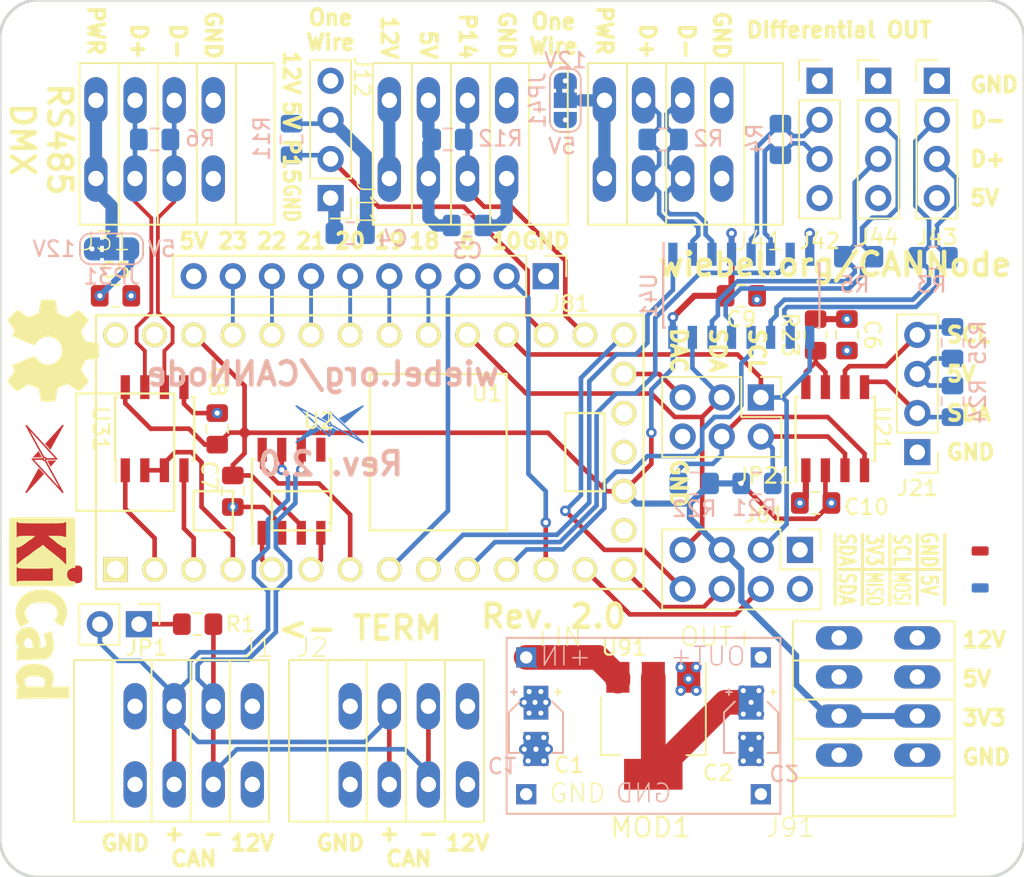
<source format=kicad_pcb>
(kicad_pcb (version 20171130) (host pcbnew 5.0.0)
  (layers (0 F.Cu signal hide) (1 In1.Cu signal hide) (2 In2.Cu signal) (31 B.Cu signal hide) (34 B.Paste user hide) (35 F.Paste user hide) (36 B.SilkS user hide) (37 F.SilkS user) (38 B.Mask user) (39 F.Mask user) (44 Edge.Cuts user hide))
  (net 0 "")
  (net 1 GND)
  (net 2 +12V)
  (net 3 +5V)
  (net 4 +3V3)
  (net 5 "Net-(J12-Pad2)")
  (net 6 "Net-(J31-Pad4)")
  (net 7 "Net-(J41-Pad4)")
  (net 8 "Net-(J61-Pad4)")
  (net 9 "Net-(J61-Pad6)")
  (net 10 "Net-(J61-Pad8)")
  (net 11 /6)
  (net 12 /10)
  (net 13 /16)
  (net 14 /17)
  (net 15 /20)
  (net 16 /21)
  (net 17 /22)
  (net 18 /23)
  (net 19 "Net-(JP1-Pad1)")
  (net 20 "Net-(R23-Pad1)")
  (net 21 "Net-(U1-Pad18)")
  (net 22 "Net-(U1-Pad15)")
  (net 23 "Net-(U1-Pad32)")
  (net 24 "Net-(U1-Pad7)")
  (net 25 "Net-(U1-Pad6)")
  (net 26 "Net-(U1-Pad5)")
  (net 27 "Net-(U2-Pad5)")
  (net 28 /CAN-)
  (net 29 /CAN+)
  (net 30 /OW14)
  (net 31 /SDA)
  (net 32 /SCL)
  (net 33 /D1+)
  (net 34 /D1-)
  (net 35 /D2+)
  (net 36 /D3+)
  (net 37 /D4+)
  (net 38 /SCL0_16)
  (net 39 /DI1_7)
  (net 40 /RX1)
  (net 41 /TX2)
  (net 42 /UA1+)
  (net 43 /UA1-)
  (net 44 /EN34_9)
  (net 45 /DI2_8)
  (net 46 /UA3EN_2)
  (net 47 /D4-)
  (net 48 /D2-)
  (net 49 /D3-)
  (net 50 /SDA0_17)
  (net 51 "Net-(JP21-Pad5)")
  (net 52 "Net-(JP21-Pad4)")
  (net 53 "Net-(JP21-Pad2)")
  (module Capacitor_SMD:CP_Elec_3x5.4 (layer B.Cu) (at 118.11 83.82 270)
    (fp_text reference C2 (at 3.048 -2.159 180 unlocked) (layer B.SilkS) (effects (justify mirror)))
    (fp_text value CP)
    (pad 2 smd rect (at 1.5 0 270) (size 2.2 1.6) (layers B.Cu B.Paste B.Mask) (net 1 GND))
    (pad 1 smd rect (at -1.5 0 270) (size 2.2 1.6) (layers B.Cu B.Paste B.Mask) (net 3 +5V))
  )
  (module Capacitor_SMD:CP_Elec_3x5.4 (layer B.Cu) (at 104.14 83.82 270)
    (fp_text reference C1 (at 2.54 2.159 180 unlocked) (layer B.SilkS) (effects (justify mirror)))
    (fp_text value CP)
    (pad 1 smd rect (at -1.5 0 270) (size 2.2 1.6) (layers B.Cu B.Paste B.Mask) (net 2 +12V))
    (pad 2 smd rect (at 1.5 0 270) (size 2.2 1.6) (layers B.Cu B.Paste B.Mask) (net 1 GND))
  )
  (module own:LOGO_MID (layer F.Cu) (at 70.993 64.262 270)
    (fp_text reference "" (at -6.7818 -0.2794 270) (layer F.SilkS) (effects (font (size 1.27 1.27))))
    (fp_text value "" (at -6.7818 -0.2794 270) (layer F.SilkS) (effects (font (size 1.27 1.27))))
    (fp_poly (pts (xy 0.049153 -2.466359) (xy 0.029946 -2.462459) (xy 0.013781 -2.451281) (xy 0.003256 -2.434781) (xy 0 -2.415481) (xy 0.004556 -2.396381) (xy 0.016168 -2.38064) (xy 0.032443 -2.365659) (xy 0.065212 -2.33604) (xy 0.081487 -2.321181) (xy 0.097871 -2.306318) (xy 0.11415 -2.291459) (xy 0.130534 -2.2767) (xy 0.146809 -2.261818) (xy 0.163193 -2.246959) (xy 0.195746 -2.21724) (xy 0.212131 -2.202481) (xy 0.228515 -2.1876) (xy 0.24479 -2.17274) (xy 0.261175 -2.157881) (xy 0.277453 -2.143018) (xy 0.293837 -2.12814) (xy 0.310112 -2.113281) (xy 0.326496 -2.0983) (xy 0.342771 -2.083659) (xy 0.359159 -2.0688) (xy 0.375434 -2.053918) (xy 0.391818 -2.039059) (xy 0.408093 -2.0242) (xy 0.424481 -2.00944) (xy 0.440756 -1.994575) (xy 0.473525 -1.964843) (xy 0.4898 -1.949978) (xy 0.506187 -1.935112) (xy 0.522462 -1.920246) (xy 0.538843 -1.905384) (xy 0.555121 -1.890625) (xy 0.571506 -1.875759) (xy 0.587784 -1.860893) (xy 0.604165 -1.846028) (xy 0.62044 -1.831162) (xy 0.636828 -1.816296) (xy 0.653103 -1.80154) (xy 0.669487 -1.786675) (xy 0.685762 -1.771812) (xy 0.702146 -1.756837) (xy 0.718425 -1.742078) (xy 0.751193 -1.712346) (xy 0.767468 -1.697484) (xy 0.783856 -1.682615) (xy 0.800131 -1.667753) (xy 0.816512 -1.652993) (xy 0.83279 -1.638131) (xy 0.849175 -1.623262) (xy 0.865453 -1.608396) (xy 0.881837 -1.593534) (xy 0.898112 -1.578665) (xy 0.914496 -1.563912) (xy 0.930771 -1.549043) (xy 0.947159 -1.534181) (xy 0.963434 -1.519312) (xy 0.979815 -1.504559) (xy 0.996093 -1.48969) (xy 1.028862 -1.459962) (xy 1.045137 -1.445093) (xy 1.061521 -1.430231) (xy 1.0778 -1.415362) (xy 1.094184 -1.40039) (xy 1.110462 -1.385634) (xy 1.143231 -1.355903) (xy 1.159506 -1.341146) (xy 1.175887 -1.326281) (xy 1.192165 -1.311412) (xy 1.20855 -1.29655) (xy 1.219509 -1.286459) (xy 1.230468 -1.276475) (xy 1.241537 -1.266384) (xy 1.252493 -1.276475) (xy 1.263456 -1.286459) (xy 1.274521 -1.29655) (xy 1.290146 -1.310762) (xy 1.305662 -1.324978) (xy 1.415037 -1.424481) (xy 1.430771 -1.438587) (xy 1.446396 -1.452909) (xy 1.461912 -1.467121) (xy 1.493162 -1.49555) (xy 1.508896 -1.509875) (xy 1.524521 -1.524087) (xy 1.540037 -1.538303) (xy 1.555771 -1.552515) (xy 1.571396 -1.566731) (xy 1.58409 -1.57834) (xy 1.596896 -1.589953) (xy 1.60959 -1.601562) (xy 1.622396 -1.613281) (xy 1.592231 -1.629775) (xy 1.577037 -1.638021) (xy 1.561959 -1.646265) (xy 1.523328 -1.667315) (xy 1.504012 -1.677953) (xy 1.48459 -1.688478) (xy 1.465278 -1.699003) (xy 1.42665 -1.720162) (xy 1.407228 -1.730793) (xy 1.387912 -1.741318) (xy 1.368596 -1.751953) (xy 1.349284 -1.762478) (xy 1.329862 -1.773003) (xy 1.310546 -1.783637) (xy 1.291234 -1.794162) (xy 1.271918 -1.804796) (xy 1.252606 -1.815321) (xy 1.233181 -1.825846) (xy 1.213865 -1.836481) (xy 1.194553 -1.847006) (xy 1.175237 -1.857531) (xy 1.136612 -1.878687) (xy 1.117187 -1.889321) (xy 1.097871 -1.899846) (xy 1.078559 -1.910481) (xy 1.059137 -1.921009) (xy 1.039821 -1.931534) (xy 1.020509 -1.942059) (xy 1.001193 -1.95269) (xy 0.981881 -1.963325) (xy 0.962456 -1.97385) (xy 0.94314 -1.984375) (xy 0.923828 -1.995009) (xy 0.904512 -2.00554) (xy 0.8852 -2.016159) (xy 0.865778 -2.0267) (xy 0.846462 -2.037218) (xy 0.827146 -2.047859) (xy 0.807834 -2.058381) (xy 0.788412 -2.069018) (xy 0.749784 -2.090059) (xy 0.730468 -2.100581) (xy 0.711046 -2.111218) (xy 0.691731 -2.121859) (xy 0.672415 -2.132381) (xy 0.652993 -2.143018) (xy 0.633681 -2.15354) (xy 0.614365 -2.164181) (xy 0.595053 -2.1747) (xy 0.575631 -2.185118) (xy 0.556312 -2.195859) (xy 0.537 -2.206381) (xy 0.517578 -2.217018) (xy 0.498262 -2.22754) (xy 0.47895 -2.238181) (xy 0.459637 -2.2487) (xy 0.440212 -2.259218) (xy 0.420896 -2.269859) (xy 0.401584 -2.280381) (xy 0.382268 -2.291018) (xy 0.362846 -2.30154) (xy 0.343534 -2.312059) (xy 0.324218 -2.3227) (xy 0.304906 -2.333218) (xy 0.28559 -2.343859) (xy 0.266168 -2.354381) (xy 0.246853 -2.365018) (xy 0.227431 -2.37554) (xy 0.208115 -2.386181) (xy 0.169487 -2.407218) (xy 0.150065 -2.417759) (xy 0.13075 -2.428381) (xy 0.111437 -2.439018) (xy 0.092121 -2.44954) (xy 0.0727 -2.460059) (xy 0.061306 -2.46474)) (layer F.Cu) (width 0))
    (fp_poly (pts (xy 1.772787 -1.683918) (xy 1.756512 -1.669162) (xy 1.740125 -1.654187) (xy 1.72385 -1.639321) (xy 1.707465 -1.62435) (xy 1.691187 -1.609375) (xy 1.674806 -1.594509) (xy 1.658418 -1.579537) (xy 1.642143 -1.564562) (xy 1.625759 -1.549696) (xy 1.609375 -1.534612) (xy 1.5931 -1.519746) (xy 1.576712 -1.504884) (xy 1.560331 -1.489909) (xy 1.544053 -1.474937) (xy 1.527668 -1.459962) (xy 1.511393 -1.445093) (xy 1.495009 -1.430121) (xy 1.478625 -1.415256) (xy 1.462346 -1.400284) (xy 1.429578 -1.370334) (xy 1.413303 -1.355468) (xy 1.380534 -1.325521) (xy 1.364259 -1.310656) (xy 1.347871 -1.295681) (xy 1.331596 -1.280709) (xy 1.315212 -1.26584) (xy 1.298828 -1.250868) (xy 1.282553 -1.235893) (xy 1.266165 -1.221028) (xy 1.249784 -1.205946) (xy 1.233509 -1.191187) (xy 1.217121 -1.176215) (xy 1.200846 -1.16124) (xy 1.184462 -1.146375) (xy 1.168078 -1.131403) (xy 1.1518 -1.116428) (xy 1.135415 -1.101562) (xy 1.11914 -1.086587) (xy 1.102756 -1.071721) (xy 1.086481 -1.05664) (xy 1.070093 -1.041775) (xy 1.053712 -1.026912) (xy 1.037437 -1.011937) (xy 1.02105 -0.996962) (xy 1.004775 -0.982096) (xy 0.972006 -0.952146) (xy 0.955731 -0.937284) (xy 0.939343 -0.922309) (xy 0.923068 -0.907337) (xy 0.906684 -0.892468) (xy 0.8903 -0.877493) (xy 0.874021 -0.862521) (xy 0.857637 -0.847656) (xy 0.841256 -0.832684) (xy 0.824978 -0.817709) (xy 0.808593 -0.80284) (xy 0.792315 -0.787868) (xy 0.775934 -0.772893) (xy 0.75955 -0.758031) (xy 0.743271 -0.742946) (xy 0.726887 -0.728081) (xy 0.710612 -0.713215) (xy 0.67784 -0.683268) (xy 0.661565 -0.668403) (xy 0.628796 -0.638456) (xy 0.612521 -0.623587) (xy 0.579753 -0.59364) (xy 0.563478 -0.578775) (xy 0.530709 -0.548828) (xy 0.514431 -0.533962) (xy 0.498046 -0.518987) (xy 0.481771 -0.504012) (xy 0.465387 -0.48915) (xy 0.449003 -0.474175) (xy 0.432725 -0.459203) (xy 0.41634 -0.444228) (xy 0.400062 -0.429362) (xy 0.383681 -0.414281) (xy 0.367296 -0.399521) (xy 0.351018 -0.38455) (xy 0.334637 -0.369575) (xy 0.31825 -0.354709) (xy 0.301975 -0.339737) (xy 0.28559 -0.324762) (xy 0.269206 -0.309896) (xy 0.252931 -0.294921) (xy 0.220159 -0.264975) (xy 0.203884 -0.250109) (xy 0.1875 -0.235134) (xy 0.171225 -0.220159) (xy 0.154837 -0.205296) (xy 0.138456 -0.190321) (xy 0.122178 -0.175456) (xy 0.105793 -0.160481) (xy 0.089518 -0.145509) (xy 0.073134 -0.13064) (xy 0.056859 -0.115668) (xy 0.040471 -0.100587) (xy 0.024087 -0.085828) (xy 0.013237 -0.071615) (xy 0.008246 -0.054471) (xy 0.00955 -0.036675) (xy 0.017143 -0.020509) (xy 0.030056 -0.008031) (xy 0.04644 -0.001084) (xy 0.064237 -0.000543) (xy 0.081056 -0.006293) (xy 0.100478 -0.016928) (xy 0.1199 -0.027668) (xy 0.139321 -0.038303) (xy 0.158853 -0.049043) (xy 0.1977 -0.070312) (xy 0.217121 -0.080946) (xy 0.255968 -0.102321) (xy 0.27539 -0.113062) (xy 0.294812 -0.123696) (xy 0.314237 -0.13444) (xy 0.353081 -0.155709) (xy 0.372506 -0.16645) (xy 0.391928 -0.176975) (xy 0.411459 -0.187715) (xy 0.430881 -0.198459) (xy 0.450303 -0.20909) (xy 0.469728 -0.219837) (xy 0.48915 -0.230468) (xy 0.508571 -0.241209) (xy 0.547415 -0.262478) (xy 0.56684 -0.273218) (xy 0.586371 -0.283856) (xy 0.605687 -0.294487) (xy 0.625109 -0.305231) (xy 0.644637 -0.315862) (xy 0.664062 -0.326496) (xy 0.683487 -0.337237) (xy 0.722331 -0.358509) (xy 0.741753 -0.36914) (xy 0.761175 -0.379884) (xy 0.7806 -0.390625) (xy 0.838865 -0.422525) (xy 0.858287 -0.433268) (xy 0.877712 -0.443903) (xy 0.897137 -0.454643) (xy 0.935981 -0.475912) (xy 0.955403 -0.486653) (xy 0.99425 -0.507921) (xy 1.013671 -0.518662) (xy 1.033203 -0.529296) (xy 1.052625 -0.540037) (xy 1.091471 -0.561306) (xy 1.110893 -0.57205) (xy 1.149737 -0.593315) (xy 1.169162 -0.604059) (xy 1.188587 -0.61469) (xy 1.208009 -0.625434) (xy 1.246853 -0.646703) (xy 1.266275 -0.657337) (xy 1.285809 -0.668078) (xy 1.305121 -0.678712) (xy 1.324543 -0.689453) (xy 1.344075 -0.700087) (xy 1.363496 -0.710828) (xy 1.402343 -0.732096) (xy 1.421765 -0.742837) (xy 1.460612 -0.764106) (xy 1.480037 -0.774846) (xy 1.518881 -0.796115) (xy 1.538303 -0.806859) (xy 1.557725 -0.81749) (xy 1.577146 -0.828234) (xy 1.596571 -0.838865) (xy 1.616103 -0.8495) (xy 1.635525 -0.860243) (xy 1.654946 -0.870878) (xy 1.674368 -0.881618) (xy 1.713215 -0.902887) (xy 1.732637 -0.913628) (xy 1.752168 -0.924262) (xy 1.77159 -0.935006) (xy 1.810437 -0.956271) (xy 1.829862 -0.967012) (xy 1.849284 -0.977646) (xy 1.868706 -0.988387) (xy 1.907553 -1.009659) (xy 1.926975 -1.0204) (xy 1.946396 -1.031034) (xy 1.965928 -1.041559) (xy 1.985353 -1.052409) (xy 2.004781 -1.06304) (xy 2.0242 -1.073787) (xy 2.06304 -1.095053) (xy 2.082459 -1.105793) (xy 2.101881 -1.116428) (xy 2.121318 -1.127168) (xy 2.13434 -1.116537) (xy 2.148318 -1.107531) (xy 2.1633 -1.100153) (xy 2.17904 -1.094509) (xy 2.17904 -0.442709) (xy 2.182618 -0.424043) (xy 2.192918 -0.408093) (xy 2.20854 -0.397243) (xy 2.226881 -0.393118) (xy 2.24554 -0.396265) (xy 2.261618 -0.40614) (xy 2.277881 -0.421115) (xy 2.294159 -0.436087) (xy 2.31044 -0.450956) (xy 2.326818 -0.465818) (xy 2.359381 -0.49555) (xy 2.37564 -0.510525) (xy 2.440759 -0.569987) (xy 2.45704 -0.584962) (xy 2.489581 -0.61469) (xy 2.505959 -0.629559) (xy 2.538518 -0.659287) (xy 2.5548 -0.674262) (xy 2.6199 -0.733725) (xy 2.636181 -0.748696) (xy 2.652459 -0.763562) (xy 2.66884 -0.778428) (xy 2.685118 -0.793293) (xy 2.6709 -0.807184) (xy 2.656681 -0.820962) (xy 2.642581 -0.834853) (xy 2.628359 -0.84874) (xy 2.614259 -0.862521) (xy 2.566081 -0.818578) (xy 2.55014 -0.803928) (xy 2.501959 -0.759984) (xy 2.486 -0.745334) (xy 2.453881 -0.716037) (xy 2.43794 -0.701281) (xy 2.3737 -0.642793) (xy 2.35774 -0.628146) (xy 2.32564 -0.59885) (xy 2.309681 -0.584203) (xy 2.277559 -0.554906) (xy 2.277559 -1.100043) (xy 2.2971 -1.110568) (xy 2.314559 -1.124134) (xy 2.330081 -1.139975) (xy 2.28744 -1.18164) (xy 2.273118 -1.195531) (xy 2.2589 -1.209418) (xy 2.2487 -1.19759) (xy 2.235559 -1.189343) (xy 2.220259 -1.186521) (xy 2.201381 -1.190106) (xy 2.185218 -1.200737) (xy 2.174581 -1.216906) (xy 2.171 -1.235787) (xy 2.173718 -1.250759) (xy 2.18154 -1.263781) (xy 2.192918 -1.273871) (xy 2.1786 -1.287868) (xy 2.150181 -1.315646) (xy 2.135859 -1.329537) (xy 2.12164 -1.343534) (xy 2.10764 -1.328884) (xy 2.0956 -1.31239) (xy 2.085818 -1.294812) (xy 2.078559 -1.275825) (xy 2.074218 -1.256078) (xy 2.0727 -1.235787) (xy 2.07314 -1.2245) (xy 2.07444 -1.213215) (xy 2.05524 -1.20269) (xy 1.997287 -1.170787) (xy 1.977971 -1.160262) (xy 1.939343 -1.138996) (xy 1.919921 -1.128362) (xy 1.900715 -1.117731) (xy 1.881293 -1.107206) (xy 1.82335 -1.075303) (xy 1.804037 -1.064778) (xy 1.784831 -1.054143) (xy 1.746203 -1.032878) (xy 1.726887 -1.022353) (xy 1.688259 -1.001087) (xy 1.668943 -0.990562) (xy 1.611003 -0.958659) (xy 1.591687 -0.948134) (xy 1.533743 -0.916234) (xy 1.514431 -0.905709) (xy 1.456487 -0.873806) (xy 1.437175 -0.863281) (xy 1.359915 -0.820746) (xy 1.340603 -0.810112) (xy 1.301975 -0.788953) (xy 1.282662 -0.778428) (xy 1.244034 -0.757162) (xy 1.224828 -0.746637) (xy 1.186196 -0.725368) (xy 1.166884 -0.714843) (xy 1.10894 -0.68294) (xy 1.089628 -0.672415) (xy 1.070421 -0.661784) (xy 1.051106 -0.65115) (xy 1.03179 -0.640625) (xy 0.97385 -0.608725) (xy 0.954537 -0.5982) (xy 0.89659 -0.566296) (xy 0.877278 -0.555771) (xy 0.819337 -0.523871) (xy 0.800021 -0.513346) (xy 0.742078 -0.481443) (xy 0.722762 -0.470918) (xy 0.684137 -0.449653) (xy 0.664821 -0.439128) (xy 0.645615 -0.428493) (xy 0.626303 -0.417753) (xy 0.606987 -0.407337) (xy 0.549043 -0.375434) (xy 0.529731 -0.364909) (xy 0.491103 -0.34364) (xy 0.471896 -0.333115) (xy 0.433268 -0.31185) (xy 0.413953 -0.301325) (xy 0.394637 -0.290687) (xy 0.492296 -0.379884) (xy 0.508571 -0.394856) (xy 0.541125 -0.424587) (xy 0.557509 -0.439453) (xy 0.573787 -0.454318) (xy 0.590062 -0.46929) (xy 0.67144 -0.543618) (xy 0.687715 -0.558593) (xy 0.752821 -0.617946) (xy 0.769206 -0.632921) (xy 0.785481 -0.647787) (xy 0.801759 -0.662762) (xy 0.899412 -0.751953) (xy 0.915687 -0.766928) (xy 0.931965 -0.78179) (xy 0.94835 -0.796659) (xy 0.964628 -0.811521) (xy 0.980793 -0.826281) (xy 0.997178 -0.841256) (xy 1.046009 -0.88585) (xy 1.062284 -0.900825) (xy 1.176215 -1.004884) (xy 1.19249 -1.019856) (xy 1.208765 -1.034612) (xy 1.225043 -1.049587) (xy 1.257593 -1.079318) (xy 1.273981 -1.094184) (xy 1.306534 -1.123912) (xy 1.322809 -1.138781) (xy 1.453015 -1.257812) (xy 1.46929 -1.272787) (xy 1.583225 -1.376843) (xy 1.5995 -1.391818) (xy 1.615778 -1.406684) (xy 1.632162 -1.42155) (xy 1.762368 -1.540471) (xy 1.778646 -1.555446) (xy 1.84375 -1.614909) (xy 1.829537 -1.628687) (xy 1.815321 -1.642578) (xy 1.801215 -1.656359) (xy 1.787 -1.670246)) (layer F.Cu) (width 0))
    (fp_poly (pts (xy 2.122059 -1.070531) (xy 2.049159 -1.0306) (xy 2.030381 -1.02029) (xy 2.0115 -1.01009) (xy 1.992731 -0.999784) (xy 1.973959 -0.989475) (xy 1.955187 -0.979275) (xy 1.936306 -0.969075) (xy 1.917537 -0.958765) (xy 1.898762 -0.948565) (xy 1.87999 -0.938259) (xy 1.861112 -0.928062) (xy 1.842337 -0.917753) (xy 1.823565 -0.907553) (xy 1.804796 -0.897243) (xy 1.786025 -0.887043) (xy 1.767143 -0.876737) (xy 1.752062 -0.868487) (xy 1.736762 -0.860243) (xy 1.706381 -0.84364) (xy 1.71929 -0.832137) (xy 1.732096 -0.820531) (xy 1.745009 -0.808918) (xy 1.757812 -0.797309) (xy 1.773437 -0.782987) (xy 1.789171 -0.768771) (xy 1.804796 -0.75445) (xy 1.820421 -0.740234) (xy 1.836156 -0.726018) (xy 1.851781 -0.711696) (xy 1.867406 -0.697484) (xy 1.883137 -0.683268) (xy 1.898762 -0.668943) (xy 1.914387 -0.654731) (xy 1.930121 -0.640515) (xy 1.945746 -0.626087) (xy 1.961481 -0.611981) (xy 1.977106 -0.597656) (xy 1.992731 -0.58344) (xy 2.008459 -0.569118) (xy 2.039718 -0.540687) (xy 2.0535 -0.528103) (xy 2.067159 -0.515625) (xy 2.08094 -0.503146) (xy 2.108281 -0.478187) (xy 2.122059 -0.465712)) (layer F.Cu) (width 0))
    (fp_poly (pts (xy 1.772787 -1.683918) (xy 1.787 -1.670246) (xy 1.801215 -1.656359) (xy 1.815321 -1.642578) (xy 1.829537 -1.628687) (xy 1.84375 -1.614909) (xy 1.859915 -1.629559) (xy 1.876193 -1.644531) (xy 1.892362 -1.659287) (xy 1.908528 -1.674153) (xy 1.924806 -1.689018) (xy 1.940971 -1.703775) (xy 1.957246 -1.71864) (xy 1.973415 -1.733396) (xy 1.989584 -1.748262) (xy 2.005859 -1.763021) (xy 2.022018 -1.777887) (xy 2.0382 -1.792643) (xy 2.054459 -1.807509) (xy 2.07064 -1.822265) (xy 2.0868 -1.837131) (xy 2.103081 -1.851781) (xy 2.11924 -1.866753) (xy 2.135418 -1.881512) (xy 2.1517 -1.896375) (xy 2.167859 -1.911134) (xy 2.167859 -1.373696) (xy 2.15114 -1.365668) (xy 2.135859 -1.355253) (xy 2.12164 -1.343534) (xy 2.135859 -1.329537) (xy 2.150181 -1.315646) (xy 2.1786 -1.287868) (xy 2.192918 -1.273871) (xy 2.20574 -1.28179) (xy 2.220259 -1.285156) (xy 2.239259 -1.281465) (xy 2.255318 -1.270725) (xy 2.265959 -1.254775) (xy 2.26964 -1.235787) (xy 2.266281 -1.221896) (xy 2.2589 -1.209418) (xy 2.273118 -1.195531) (xy 2.28744 -1.18164) (xy 2.330081 -1.139975) (xy 2.343 -1.156575) (xy 2.353518 -1.174696) (xy 2.36144 -1.194337) (xy 2.366218 -1.214843) (xy 2.36784 -1.235787) (xy 2.367181 -1.250759) (xy 2.3865 -1.261393) (xy 2.405918 -1.271918) (xy 2.42524 -1.282662) (xy 2.444659 -1.293293) (xy 2.483281 -1.314562) (xy 2.52214 -1.335828) (xy 2.560759 -1.357096) (xy 2.580181 -1.367731) (xy 2.5995 -1.378362) (xy 2.618918 -1.388996) (xy 2.657559 -1.410262) (xy 2.676981 -1.420896) (xy 2.696281 -1.431534) (xy 2.715718 -1.442059) (xy 2.75434 -1.463434) (xy 2.773759 -1.474065) (xy 2.812381 -1.495334) (xy 2.8318 -1.505965) (xy 2.85114 -1.516603) (xy 2.870559 -1.527237) (xy 2.889859 -1.537868) (xy 2.909281 -1.548503) (xy 2.928618 -1.559137) (xy 2.948018 -1.569768) (xy 2.96734 -1.580403) (xy 2.986759 -1.591037) (xy 3.025381 -1.612196) (xy 3.0448 -1.622937) (xy 3.06414 -1.633571) (xy 3.083559 -1.644206) (xy 3.122159 -1.665471) (xy 3.141618 -1.676106) (xy 3.160918 -1.68674) (xy 3.18034 -1.697375) (xy 3.218981 -1.71864) (xy 3.238381 -1.729275) (xy 3.277018 -1.75054) (xy 3.29644 -1.761175) (xy 3.335081 -1.782337) (xy 3.3545 -1.792968) (xy 3.41244 -1.824868) (xy 3.431859 -1.835503) (xy 3.451159 -1.846137) (xy 3.470581 -1.856771) (xy 3.489918 -1.867406) (xy 3.50934 -1.878037) (xy 3.547981 -1.899196) (xy 3.5868 -1.920571) (xy 3.62544 -1.94184) (xy 3.644859 -1.952475) (xy 3.683481 -1.97374) (xy 3.702918 -1.984375) (xy 3.722218 -1.995009) (xy 3.74164 -2.00564) (xy 3.799581 -2.03754) (xy 3.819 -2.048181) (xy 3.85764 -2.06934) (xy 3.877059 -2.080081) (xy 3.9157 -2.10134) (xy 3.935118 -2.111981) (xy 3.97374 -2.13324) (xy 3.993159 -2.143881) (xy 4.012481 -2.154518) (xy 4.031881 -2.16514) (xy 4.051218 -2.175781) (xy 4.03494 -2.1608) (xy 4.018559 -2.14594) (xy 4.002281 -2.130959) (xy 3.985881 -2.1161) (xy 3.969618 -2.101118) (xy 3.953218 -2.086159) (xy 3.936859 -2.071281) (xy 3.920581 -2.056318) (xy 3.9042 -2.041459) (xy 3.887918 -2.026481) (xy 3.871518 -2.0115) (xy 3.855259 -1.996637) (xy 3.838859 -1.981662) (xy 3.822581 -1.966796) (xy 3.8062 -1.951821) (xy 3.78994 -1.936959) (xy 3.757159 -1.907009) (xy 3.740881 -1.892143) (xy 3.7245 -1.877168) (xy 3.708218 -1.862196) (xy 3.69184 -1.847331) (xy 3.675559 -1.832465) (xy 3.659281 -1.81749) (xy 3.642918 -1.802625) (xy 3.626518 -1.787653) (xy 3.61024 -1.772787) (xy 3.593981 -1.757812) (xy 3.577581 -1.742946) (xy 3.5613 -1.727971) (xy 3.544918 -1.713109) (xy 3.52864 -1.698134) (xy 3.512259 -1.683268) (xy 3.495981 -1.668293) (xy 3.479618 -1.653428) (xy 3.46334 -1.638456) (xy 3.44694 -1.623587) (xy 3.430659 -1.608615) (xy 3.414281 -1.59364) (xy 3.398 -1.578775) (xy 3.381718 -1.563912) (xy 3.36534 -1.548937) (xy 3.348981 -1.534071) (xy 3.3327 -1.519096) (xy 3.3163 -1.504121) (xy 3.300018 -1.489259) (xy 3.28364 -1.474284) (xy 3.267359 -1.459418) (xy 3.250981 -1.444337) (xy 3.2347 -1.429578) (xy 3.2183 -1.414606) (xy 3.202018 -1.399737) (xy 3.185659 -1.384765) (xy 3.169381 -1.3699) (xy 3.153 -1.354925) (xy 3.136718 -1.339953) (xy 3.12034 -1.325087) (xy 3.104059 -1.310112) (xy 3.087659 -1.295246) (xy 3.071381 -1.280271) (xy 3.055 -1.265409) (xy 3.03874 -1.250434) (xy 3.022481 -1.235568) (xy 3.006081 -1.220593) (xy 2.9898 -1.205731) (xy 2.973418 -1.190756) (xy 2.95714 -1.175887) (xy 2.94074 -1.160809) (xy 2.924481 -1.14605) (xy 2.908081 -1.131187) (xy 2.8918 -1.116212) (xy 2.875559 -1.101343) (xy 2.859159 -1.086371) (xy 2.842881 -1.071506) (xy 2.8265 -1.056534) (xy 2.810218 -1.041559) (xy 2.79384 -1.02669) (xy 2.777559 -1.011828) (xy 2.761281 -0.996853) (xy 2.7449 -0.981987) (xy 2.728618 -0.967012) (xy 2.71224 -0.952146) (xy 2.695959 -0.937175) (xy 2.679581 -0.922309) (xy 2.6632 -0.907337) (xy 2.646918 -0.892253) (xy 2.63054 -0.877493) (xy 2.614259 -0.862521) (xy 2.628359 -0.84874) (xy 2.642581 -0.834853) (xy 2.656681 -0.820962) (xy 2.6709 -0.807184) (xy 2.685118 -0.793293) (xy 2.783418 -0.883031) (xy 2.7998 -0.898218) (xy 2.8162 -0.913087) (xy 2.832581 -0.928062) (xy 2.86534 -0.958009) (xy 2.881718 -0.97309) (xy 2.898118 -0.987956) (xy 2.9145 -1.002931) (xy 2.930781 -1.017903) (xy 3.192918 -1.257487) (xy 3.2093 -1.272568) (xy 3.2258 -1.287543) (xy 3.27494 -1.332465) (xy 3.291218 -1.347437) (xy 3.307618 -1.362196) (xy 3.602518 -1.631837) (xy 3.6188 -1.646812) (xy 3.6353 -1.661784) (xy 3.668081 -1.691731) (xy 3.684359 -1.706706) (xy 3.70084 -1.721681) (xy 3.717218 -1.736653) (xy 3.7335 -1.751628) (xy 3.766281 -1.781575) (xy 3.782781 -1.79655) (xy 3.799159 -1.811521) (xy 3.815418 -1.826496) (xy 3.831918 -1.841362) (xy 3.8482 -1.856443) (xy 3.8647 -1.871418) (xy 3.881081 -1.886393) (xy 3.897359 -1.901365) (xy 3.913759 -1.91634) (xy 3.930218 -1.931312) (xy 3.995781 -1.991212) (xy 4.012059 -2.006181) (xy 4.028418 -2.021159) (xy 4.044918 -2.03614) (xy 4.0612 -2.0511) (xy 4.356118 -2.32054) (xy 4.3725 -2.335718) (xy 4.421659 -2.38064) (xy 4.433481 -2.396381) (xy 4.43814 -2.415359) (xy 4.434881 -2.434781) (xy 4.424159 -2.451281) (xy 4.407781 -2.462559) (xy 4.38834 -2.466359) (xy 4.3762 -2.46474) (xy 4.3648 -2.460059) (xy 4.32594 -2.4388) (xy 4.306518 -2.428059) (xy 4.287 -2.417418) (xy 4.267581 -2.4068) (xy 4.248159 -2.39604) (xy 4.228718 -2.3853) (xy 4.2093 -2.374681) (xy 4.170481 -2.3534) (xy 4.151059 -2.342659) (xy 4.1122 -2.3214) (xy 4.092781 -2.310659) (xy 4.073359 -2.300018) (xy 4.053918 -2.289281) (xy 4.0345 -2.27864) (xy 4.015081 -2.2679) (xy 3.995559 -2.257259) (xy 3.97614 -2.24664) (xy 3.9567 -2.2359) (xy 3.937281 -2.225259) (xy 3.917859 -2.214518) (xy 3.879018 -2.193259) (xy 3.859581 -2.1825) (xy 3.82074 -2.16124) (xy 3.80134 -2.1504) (xy 3.762481 -2.12924) (xy 3.743059 -2.118481) (xy 3.704218 -2.097118) (xy 3.684781 -2.086481) (xy 3.64594 -2.065218) (xy 3.626518 -2.054459) (xy 3.607081 -2.04384) (xy 3.587659 -2.0331) (xy 3.54884 -2.011818) (xy 3.529418 -2.001081) (xy 3.490559 -1.979815) (xy 3.47114 -1.969075) (xy 3.4323 -1.947809) (xy 3.412859 -1.937065) (xy 3.39344 -1.926434) (xy 3.374018 -1.915687) (xy 3.335159 -1.894421) (xy 3.31574 -1.883681) (xy 3.296218 -1.873046) (xy 3.276918 -1.862412) (xy 3.257381 -1.851671) (xy 3.23794 -1.841037) (xy 3.218518 -1.830293) (xy 3.1797 -1.808918) (xy 3.160281 -1.798287) (xy 3.121418 -1.777018) (xy 3.102 -1.766275) (xy 3.082581 -1.75564) (xy 3.06314 -1.7449) (xy 3.0243 -1.723634) (xy 3.004881 -1.71289) (xy 2.966018 -1.691621) (xy 2.946618 -1.680881) (xy 2.907781 -1.659612) (xy 2.88834 -1.648871) (xy 2.868918 -1.638237) (xy 2.8495 -1.627493) (xy 2.830081 -1.616862) (xy 2.810559 -1.606228) (xy 2.791118 -1.595487) (xy 2.7717 -1.584853) (xy 2.752281 -1.574003) (xy 2.71344 -1.55284) (xy 2.694018 -1.5421) (xy 2.674581 -1.531465) (xy 2.655159 -1.520725) (xy 2.63574 -1.51009) (xy 2.616218 -1.49935) (xy 2.577359 -1.478081) (xy 2.55794 -1.467337) (xy 2.5191 -1.446071) (xy 2.499781 -1.435331) (xy 2.480259 -1.424696) (xy 2.460818 -1.414062) (xy 2.4414 -1.403318) (xy 2.421981 -1.392687) (xy 2.402559 -1.381837) (xy 2.363718 -1.360678) (xy 2.3443 -1.349937) (xy 2.324859 -1.3393) (xy 2.311959 -1.350912) (xy 2.297859 -1.360893) (xy 2.282559 -1.36914) (xy 2.2665 -1.375759) (xy 2.2665 -2.023318) (xy 2.263018 -2.041881) (xy 2.252818 -2.057718) (xy 2.2373 -2.068459) (xy 2.218859 -2.0727) (xy 2.200081 -2.069659) (xy 2.183818 -2.059781) (xy 2.168081 -2.045359) (xy 2.15224 -2.030918) (xy 2.1364 -2.016381) (xy 2.120659 -2.001959) (xy 2.088981 -1.97309) (xy 2.07324 -1.958659) (xy 2.0574 -1.944228) (xy 2.041559 -1.929687) (xy 2.025718 -1.915256) (xy 2.009981 -1.900825) (xy 1.9783 -1.871962) (xy 1.962562 -1.857421) (xy 1.930881 -1.828559) (xy 1.915146 -1.814128) (xy 1.883462 -1.785262) (xy 1.867621 -1.770725) (xy 1.851887 -1.756293) (xy 1.836046 -1.741862) (xy 1.820312 -1.727431) (xy 1.804468 -1.71289) (xy 1.788628 -1.698459)) (layer F.Cu) (width 0))
    (fp_poly (pts (xy 2.318581 -1.995225) (xy 2.318581 -1.4018) (xy 2.3915 -1.441731) (xy 2.428159 -1.461696) (xy 2.4464 -1.471681) (xy 2.501418 -1.501628) (xy 2.51964 -1.511503) (xy 2.537981 -1.521484) (xy 2.574659 -1.54145) (xy 2.592881 -1.551434) (xy 2.629559 -1.571396) (xy 2.647781 -1.581381) (xy 2.666118 -1.591362) (xy 2.726881 -1.62435) (xy 2.714081 -1.635959) (xy 2.701181 -1.647568) (xy 2.688359 -1.659287) (xy 2.675559 -1.670896) (xy 2.64324 -1.700193) (xy 2.627059 -1.714953) (xy 2.6109 -1.7296) (xy 2.594718 -1.744359) (xy 2.5624 -1.773656) (xy 2.54634 -1.788303) (xy 2.530159 -1.803062) (xy 2.49784 -1.832356) (xy 2.481659 -1.847112) (xy 2.4655 -1.861762) (xy 2.449318 -1.876518) (xy 2.417 -1.905815) (xy 2.400818 -1.920571) (xy 2.38444 -1.935437) (xy 2.36794 -1.950412) (xy 2.351459 -1.965168) (xy 2.335059 -1.980253)) (layer F.Cu) (width 0))
    (fp_poly (pts (xy 3.193259 -1.200087) (xy 3.1823 -1.189993) (xy 3.171218 -1.179906) (xy 3.160281 -1.169812) (xy 3.113381 -1.127168) (xy 3.097659 -1.112956) (xy 3.035159 -1.056096) (xy 3.019418 -1.041884) (xy 2.9413 -0.970812) (xy 2.925559 -0.956596) (xy 2.863059 -0.899737) (xy 2.85014 -0.888131) (xy 2.837359 -0.876412) (xy 2.82444 -0.8648) (xy 2.81164 -0.853187) (xy 2.872381 -0.820203) (xy 2.891718 -0.809568) (xy 2.91114 -0.799043) (xy 2.93044 -0.788518) (xy 2.949759 -0.777887) (xy 2.969081 -0.767253) (xy 2.9885 -0.756728) (xy 3.0078 -0.746203) (xy 3.02714 -0.735568) (xy 3.046559 -0.725043) (xy 3.065859 -0.714518) (xy 3.085159 -0.703884) (xy 3.1045 -0.693359) (xy 3.123918 -0.682834) (xy 3.143218 -0.6722) (xy 3.162559 -0.661675) (xy 3.181859 -0.65104) (xy 3.201159 -0.640515) (xy 3.220581 -0.62999) (xy 3.239918 -0.619359) (xy 3.278518 -0.598309) (xy 3.297981 -0.587675) (xy 3.317281 -0.577146) (xy 3.336581 -0.566512) (xy 3.355918 -0.555987) (xy 3.37534 -0.545356) (xy 3.41394 -0.524196) (xy 3.433381 -0.513671) (xy 3.4527 -0.503146) (xy 3.472 -0.492512) (xy 3.51064 -0.471462) (xy 3.530059 -0.460828) (xy 3.549359 -0.450303) (xy 3.5687 -0.439668) (xy 3.588 -0.429143) (xy 3.607418 -0.418618) (xy 3.626759 -0.407987) (xy 3.646159 -0.397462) (xy 3.665481 -0.386828) (xy 3.704118 -0.365668) (xy 3.723518 -0.355143) (xy 3.74284 -0.344618) (xy 3.762159 -0.333984) (xy 3.781581 -0.323459) (xy 3.800881 -0.312825) (xy 3.8202 -0.3023) (xy 3.83964 -0.291559) (xy 3.878259 -0.270615) (xy 3.897659 -0.259981) (xy 3.917 -0.249459) (xy 3.9363 -0.238825) (xy 3.955718 -0.228296) (xy 3.975059 -0.217662) (xy 3.994359 -0.20714) (xy 4.013781 -0.196615) (xy 4.033081 -0.185981) (xy 4.052418 -0.175456) (xy 4.071718 -0.164821) (xy 4.09114 -0.154296) (xy 4.110481 -0.143771) (xy 4.129781 -0.133028) (xy 4.149081 -0.122612) (xy 4.1685 -0.111978) (xy 4.18784 -0.101453) (xy 4.20724 -0.090818) (xy 4.226559 -0.080293) (xy 4.245881 -0.069662) (xy 4.2653 -0.059137) (xy 4.284618 -0.048503) (xy 4.303918 -0.037978) (xy 4.32324 -0.027453) (xy 4.342659 -0.016818) (xy 4.361981 -0.006293) (xy 4.3788 -0.000978) (xy 4.396381 -0.001843) (xy 4.412559 -0.008896) (xy 4.42514 -0.021265) (xy 4.432618 -0.037218) (xy 4.434018 -0.054796) (xy 4.42914 -0.071721) (xy 4.418618 -0.085828) (xy 4.385859 -0.115559) (xy 4.369581 -0.130315) (xy 4.3532 -0.145181) (xy 4.336918 -0.160046) (xy 4.320518 -0.174912) (xy 4.304259 -0.189778) (xy 4.287859 -0.204643) (xy 4.271581 -0.219403) (xy 4.255218 -0.234265) (xy 4.23894 -0.249131) (xy 4.222559 -0.263996) (xy 4.206281 -0.278862) (xy 4.189881 -0.293728) (xy 4.173618 -0.308593) (xy 4.157218 -0.323459) (xy 4.14094 -0.338215) (xy 4.124559 -0.353081) (xy 4.108281 -0.367946) (xy 4.091918 -0.382812) (xy 4.07564 -0.397678) (xy 4.05924 -0.412437) (xy 4.042981 -0.4273) (xy 4.026581 -0.442059) (xy 4.0103 -0.457031) (xy 3.977518 -0.486762) (xy 3.96124 -0.501628) (xy 3.944881 -0.516493) (xy 3.928618 -0.53114) (xy 3.912218 -0.546115) (xy 3.89594 -0.560981) (xy 3.879559 -0.575846) (xy 3.863281 -0.590712) (xy 3.846881 -0.605468) (xy 3.830618 -0.620334) (xy 3.814259 -0.6352) (xy 3.797981 -0.650062) (xy 3.781581 -0.664931) (xy 3.7653 -0.679796) (xy 3.748918 -0.694662) (xy 3.73264 -0.709418) (xy 3.699859 -0.73915) (xy 3.683581 -0.754012) (xy 3.667218 -0.768881) (xy 3.65094 -0.783743) (xy 3.634559 -0.798503) (xy 3.618281 -0.813478) (xy 3.601881 -0.828234) (xy 3.585618 -0.8431) (xy 3.569218 -0.857962) (xy 3.55294 -0.872831) (xy 3.5202 -0.902562) (xy 3.503918 -0.917315) (xy 3.48764 -0.932184) (xy 3.47124 -0.94705) (xy 3.454981 -0.961912) (xy 3.4222 -0.991643) (xy 3.405918 -1.006512) (xy 3.389518 -1.021375) (xy 3.373281 -1.036134) (xy 3.356881 -1.050996) (xy 3.340618 -1.065862) (xy 3.30784 -1.095593) (xy 3.291559 -1.110462) (xy 3.275159 -1.125325) (xy 3.258881 -1.14019) (xy 3.2425 -1.154946) (xy 3.22624 -1.169812) (xy 3.215281 -1.179906) (xy 3.204218 -1.189993)) (layer F.Cu) (width 0))
  )
  (module own:LOGO_MID (layer B.Cu) (at 88.519 62.992)
    (fp_text reference "" (at -6.7818 0.2794) (layer B.SilkS) (effects (font (size 1.27 1.27)) (justify mirror)))
    (fp_text value "" (at -6.7818 0.2794) (layer B.SilkS) (effects (font (size 1.27 1.27)) (justify mirror)))
    (fp_poly (pts (xy 3.193259 1.200087) (xy 3.1823 1.189993) (xy 3.171218 1.179906) (xy 3.160281 1.169812) (xy 3.113381 1.127168) (xy 3.097659 1.112956) (xy 3.035159 1.056096) (xy 3.019418 1.041884) (xy 2.9413 0.970812) (xy 2.925559 0.956596) (xy 2.863059 0.899737) (xy 2.85014 0.888131) (xy 2.837359 0.876412) (xy 2.82444 0.8648) (xy 2.81164 0.853187) (xy 2.872381 0.820203) (xy 2.891718 0.809568) (xy 2.91114 0.799043) (xy 2.93044 0.788518) (xy 2.949759 0.777887) (xy 2.969081 0.767253) (xy 2.9885 0.756728) (xy 3.0078 0.746203) (xy 3.02714 0.735568) (xy 3.046559 0.725043) (xy 3.065859 0.714518) (xy 3.085159 0.703884) (xy 3.1045 0.693359) (xy 3.123918 0.682834) (xy 3.143218 0.6722) (xy 3.162559 0.661675) (xy 3.181859 0.65104) (xy 3.201159 0.640515) (xy 3.220581 0.62999) (xy 3.239918 0.619359) (xy 3.278518 0.598309) (xy 3.297981 0.587675) (xy 3.317281 0.577146) (xy 3.336581 0.566512) (xy 3.355918 0.555987) (xy 3.37534 0.545356) (xy 3.41394 0.524196) (xy 3.433381 0.513671) (xy 3.4527 0.503146) (xy 3.472 0.492512) (xy 3.51064 0.471462) (xy 3.530059 0.460828) (xy 3.549359 0.450303) (xy 3.5687 0.439668) (xy 3.588 0.429143) (xy 3.607418 0.418618) (xy 3.626759 0.407987) (xy 3.646159 0.397462) (xy 3.665481 0.386828) (xy 3.704118 0.365668) (xy 3.723518 0.355143) (xy 3.74284 0.344618) (xy 3.762159 0.333984) (xy 3.781581 0.323459) (xy 3.800881 0.312825) (xy 3.8202 0.3023) (xy 3.83964 0.291559) (xy 3.878259 0.270615) (xy 3.897659 0.259981) (xy 3.917 0.249459) (xy 3.9363 0.238825) (xy 3.955718 0.228296) (xy 3.975059 0.217662) (xy 3.994359 0.20714) (xy 4.013781 0.196615) (xy 4.033081 0.185981) (xy 4.052418 0.175456) (xy 4.071718 0.164821) (xy 4.09114 0.154296) (xy 4.110481 0.143771) (xy 4.129781 0.133028) (xy 4.149081 0.122612) (xy 4.1685 0.111978) (xy 4.18784 0.101453) (xy 4.20724 0.090818) (xy 4.226559 0.080293) (xy 4.245881 0.069662) (xy 4.2653 0.059137) (xy 4.284618 0.048503) (xy 4.303918 0.037978) (xy 4.32324 0.027453) (xy 4.342659 0.016818) (xy 4.361981 0.006293) (xy 4.3788 0.000978) (xy 4.396381 0.001843) (xy 4.412559 0.008896) (xy 4.42514 0.021265) (xy 4.432618 0.037218) (xy 4.434018 0.054796) (xy 4.42914 0.071721) (xy 4.418618 0.085828) (xy 4.385859 0.115559) (xy 4.369581 0.130315) (xy 4.3532 0.145181) (xy 4.336918 0.160046) (xy 4.320518 0.174912) (xy 4.304259 0.189778) (xy 4.287859 0.204643) (xy 4.271581 0.219403) (xy 4.255218 0.234265) (xy 4.23894 0.249131) (xy 4.222559 0.263996) (xy 4.206281 0.278862) (xy 4.189881 0.293728) (xy 4.173618 0.308593) (xy 4.157218 0.323459) (xy 4.14094 0.338215) (xy 4.124559 0.353081) (xy 4.108281 0.367946) (xy 4.091918 0.382812) (xy 4.07564 0.397678) (xy 4.05924 0.412437) (xy 4.042981 0.4273) (xy 4.026581 0.442059) (xy 4.0103 0.457031) (xy 3.977518 0.486762) (xy 3.96124 0.501628) (xy 3.944881 0.516493) (xy 3.928618 0.53114) (xy 3.912218 0.546115) (xy 3.89594 0.560981) (xy 3.879559 0.575846) (xy 3.863281 0.590712) (xy 3.846881 0.605468) (xy 3.830618 0.620334) (xy 3.814259 0.6352) (xy 3.797981 0.650062) (xy 3.781581 0.664931) (xy 3.7653 0.679796) (xy 3.748918 0.694662) (xy 3.73264 0.709418) (xy 3.699859 0.73915) (xy 3.683581 0.754012) (xy 3.667218 0.768881) (xy 3.65094 0.783743) (xy 3.634559 0.798503) (xy 3.618281 0.813478) (xy 3.601881 0.828234) (xy 3.585618 0.8431) (xy 3.569218 0.857962) (xy 3.55294 0.872831) (xy 3.5202 0.902562) (xy 3.503918 0.917315) (xy 3.48764 0.932184) (xy 3.47124 0.94705) (xy 3.454981 0.961912) (xy 3.4222 0.991643) (xy 3.405918 1.006512) (xy 3.389518 1.021375) (xy 3.373281 1.036134) (xy 3.356881 1.050996) (xy 3.340618 1.065862) (xy 3.30784 1.095593) (xy 3.291559 1.110462) (xy 3.275159 1.125325) (xy 3.258881 1.14019) (xy 3.2425 1.154946) (xy 3.22624 1.169812) (xy 3.215281 1.179906) (xy 3.204218 1.189993)) (layer B.Cu) (width 0))
    (fp_poly (pts (xy 2.318581 1.995225) (xy 2.318581 1.4018) (xy 2.3915 1.441731) (xy 2.428159 1.461696) (xy 2.4464 1.471681) (xy 2.501418 1.501628) (xy 2.51964 1.511503) (xy 2.537981 1.521484) (xy 2.574659 1.54145) (xy 2.592881 1.551434) (xy 2.629559 1.571396) (xy 2.647781 1.581381) (xy 2.666118 1.591362) (xy 2.726881 1.62435) (xy 2.714081 1.635959) (xy 2.701181 1.647568) (xy 2.688359 1.659287) (xy 2.675559 1.670896) (xy 2.64324 1.700193) (xy 2.627059 1.714953) (xy 2.6109 1.7296) (xy 2.594718 1.744359) (xy 2.5624 1.773656) (xy 2.54634 1.788303) (xy 2.530159 1.803062) (xy 2.49784 1.832356) (xy 2.481659 1.847112) (xy 2.4655 1.861762) (xy 2.449318 1.876518) (xy 2.417 1.905815) (xy 2.400818 1.920571) (xy 2.38444 1.935437) (xy 2.36794 1.950412) (xy 2.351459 1.965168) (xy 2.335059 1.980253)) (layer B.Cu) (width 0))
    (fp_poly (pts (xy 1.772787 1.683918) (xy 1.787 1.670246) (xy 1.801215 1.656359) (xy 1.815321 1.642578) (xy 1.829537 1.628687) (xy 1.84375 1.614909) (xy 1.859915 1.629559) (xy 1.876193 1.644531) (xy 1.892362 1.659287) (xy 1.908528 1.674153) (xy 1.924806 1.689018) (xy 1.940971 1.703775) (xy 1.957246 1.71864) (xy 1.973415 1.733396) (xy 1.989584 1.748262) (xy 2.005859 1.763021) (xy 2.022018 1.777887) (xy 2.0382 1.792643) (xy 2.054459 1.807509) (xy 2.07064 1.822265) (xy 2.0868 1.837131) (xy 2.103081 1.851781) (xy 2.11924 1.866753) (xy 2.135418 1.881512) (xy 2.1517 1.896375) (xy 2.167859 1.911134) (xy 2.167859 1.373696) (xy 2.15114 1.365668) (xy 2.135859 1.355253) (xy 2.12164 1.343534) (xy 2.135859 1.329537) (xy 2.150181 1.315646) (xy 2.1786 1.287868) (xy 2.192918 1.273871) (xy 2.20574 1.28179) (xy 2.220259 1.285156) (xy 2.239259 1.281465) (xy 2.255318 1.270725) (xy 2.265959 1.254775) (xy 2.26964 1.235787) (xy 2.266281 1.221896) (xy 2.2589 1.209418) (xy 2.273118 1.195531) (xy 2.28744 1.18164) (xy 2.330081 1.139975) (xy 2.343 1.156575) (xy 2.353518 1.174696) (xy 2.36144 1.194337) (xy 2.366218 1.214843) (xy 2.36784 1.235787) (xy 2.367181 1.250759) (xy 2.3865 1.261393) (xy 2.405918 1.271918) (xy 2.42524 1.282662) (xy 2.444659 1.293293) (xy 2.483281 1.314562) (xy 2.52214 1.335828) (xy 2.560759 1.357096) (xy 2.580181 1.367731) (xy 2.5995 1.378362) (xy 2.618918 1.388996) (xy 2.657559 1.410262) (xy 2.676981 1.420896) (xy 2.696281 1.431534) (xy 2.715718 1.442059) (xy 2.75434 1.463434) (xy 2.773759 1.474065) (xy 2.812381 1.495334) (xy 2.8318 1.505965) (xy 2.85114 1.516603) (xy 2.870559 1.527237) (xy 2.889859 1.537868) (xy 2.909281 1.548503) (xy 2.928618 1.559137) (xy 2.948018 1.569768) (xy 2.96734 1.580403) (xy 2.986759 1.591037) (xy 3.025381 1.612196) (xy 3.0448 1.622937) (xy 3.06414 1.633571) (xy 3.083559 1.644206) (xy 3.122159 1.665471) (xy 3.141618 1.676106) (xy 3.160918 1.68674) (xy 3.18034 1.697375) (xy 3.218981 1.71864) (xy 3.238381 1.729275) (xy 3.277018 1.75054) (xy 3.29644 1.761175) (xy 3.335081 1.782337) (xy 3.3545 1.792968) (xy 3.41244 1.824868) (xy 3.431859 1.835503) (xy 3.451159 1.846137) (xy 3.470581 1.856771) (xy 3.489918 1.867406) (xy 3.50934 1.878037) (xy 3.547981 1.899196) (xy 3.5868 1.920571) (xy 3.62544 1.94184) (xy 3.644859 1.952475) (xy 3.683481 1.97374) (xy 3.702918 1.984375) (xy 3.722218 1.995009) (xy 3.74164 2.00564) (xy 3.799581 2.03754) (xy 3.819 2.048181) (xy 3.85764 2.06934) (xy 3.877059 2.080081) (xy 3.9157 2.10134) (xy 3.935118 2.111981) (xy 3.97374 2.13324) (xy 3.993159 2.143881) (xy 4.012481 2.154518) (xy 4.031881 2.16514) (xy 4.051218 2.175781) (xy 4.03494 2.1608) (xy 4.018559 2.14594) (xy 4.002281 2.130959) (xy 3.985881 2.1161) (xy 3.969618 2.101118) (xy 3.953218 2.086159) (xy 3.936859 2.071281) (xy 3.920581 2.056318) (xy 3.9042 2.041459) (xy 3.887918 2.026481) (xy 3.871518 2.0115) (xy 3.855259 1.996637) (xy 3.838859 1.981662) (xy 3.822581 1.966796) (xy 3.8062 1.951821) (xy 3.78994 1.936959) (xy 3.757159 1.907009) (xy 3.740881 1.892143) (xy 3.7245 1.877168) (xy 3.708218 1.862196) (xy 3.69184 1.847331) (xy 3.675559 1.832465) (xy 3.659281 1.81749) (xy 3.642918 1.802625) (xy 3.626518 1.787653) (xy 3.61024 1.772787) (xy 3.593981 1.757812) (xy 3.577581 1.742946) (xy 3.5613 1.727971) (xy 3.544918 1.713109) (xy 3.52864 1.698134) (xy 3.512259 1.683268) (xy 3.495981 1.668293) (xy 3.479618 1.653428) (xy 3.46334 1.638456) (xy 3.44694 1.623587) (xy 3.430659 1.608615) (xy 3.414281 1.59364) (xy 3.398 1.578775) (xy 3.381718 1.563912) (xy 3.36534 1.548937) (xy 3.348981 1.534071) (xy 3.3327 1.519096) (xy 3.3163 1.504121) (xy 3.300018 1.489259) (xy 3.28364 1.474284) (xy 3.267359 1.459418) (xy 3.250981 1.444337) (xy 3.2347 1.429578) (xy 3.2183 1.414606) (xy 3.202018 1.399737) (xy 3.185659 1.384765) (xy 3.169381 1.3699) (xy 3.153 1.354925) (xy 3.136718 1.339953) (xy 3.12034 1.325087) (xy 3.104059 1.310112) (xy 3.087659 1.295246) (xy 3.071381 1.280271) (xy 3.055 1.265409) (xy 3.03874 1.250434) (xy 3.022481 1.235568) (xy 3.006081 1.220593) (xy 2.9898 1.205731) (xy 2.973418 1.190756) (xy 2.95714 1.175887) (xy 2.94074 1.160809) (xy 2.924481 1.14605) (xy 2.908081 1.131187) (xy 2.8918 1.116212) (xy 2.875559 1.101343) (xy 2.859159 1.086371) (xy 2.842881 1.071506) (xy 2.8265 1.056534) (xy 2.810218 1.041559) (xy 2.79384 1.02669) (xy 2.777559 1.011828) (xy 2.761281 0.996853) (xy 2.7449 0.981987) (xy 2.728618 0.967012) (xy 2.71224 0.952146) (xy 2.695959 0.937175) (xy 2.679581 0.922309) (xy 2.6632 0.907337) (xy 2.646918 0.892253) (xy 2.63054 0.877493) (xy 2.614259 0.862521) (xy 2.628359 0.84874) (xy 2.642581 0.834853) (xy 2.656681 0.820962) (xy 2.6709 0.807184) (xy 2.685118 0.793293) (xy 2.783418 0.883031) (xy 2.7998 0.898218) (xy 2.8162 0.913087) (xy 2.832581 0.928062) (xy 2.86534 0.958009) (xy 2.881718 0.97309) (xy 2.898118 0.987956) (xy 2.9145 1.002931) (xy 2.930781 1.017903) (xy 3.192918 1.257487) (xy 3.2093 1.272568) (xy 3.2258 1.287543) (xy 3.27494 1.332465) (xy 3.291218 1.347437) (xy 3.307618 1.362196) (xy 3.602518 1.631837) (xy 3.6188 1.646812) (xy 3.6353 1.661784) (xy 3.668081 1.691731) (xy 3.684359 1.706706) (xy 3.70084 1.721681) (xy 3.717218 1.736653) (xy 3.7335 1.751628) (xy 3.766281 1.781575) (xy 3.782781 1.79655) (xy 3.799159 1.811521) (xy 3.815418 1.826496) (xy 3.831918 1.841362) (xy 3.8482 1.856443) (xy 3.8647 1.871418) (xy 3.881081 1.886393) (xy 3.897359 1.901365) (xy 3.913759 1.91634) (xy 3.930218 1.931312) (xy 3.995781 1.991212) (xy 4.012059 2.006181) (xy 4.028418 2.021159) (xy 4.044918 2.03614) (xy 4.0612 2.0511) (xy 4.356118 2.32054) (xy 4.3725 2.335718) (xy 4.421659 2.38064) (xy 4.433481 2.396381) (xy 4.43814 2.415359) (xy 4.434881 2.434781) (xy 4.424159 2.451281) (xy 4.407781 2.462559) (xy 4.38834 2.466359) (xy 4.3762 2.46474) (xy 4.3648 2.460059) (xy 4.32594 2.4388) (xy 4.306518 2.428059) (xy 4.287 2.417418) (xy 4.267581 2.4068) (xy 4.248159 2.39604) (xy 4.228718 2.3853) (xy 4.2093 2.374681) (xy 4.170481 2.3534) (xy 4.151059 2.342659) (xy 4.1122 2.3214) (xy 4.092781 2.310659) (xy 4.073359 2.300018) (xy 4.053918 2.289281) (xy 4.0345 2.27864) (xy 4.015081 2.2679) (xy 3.995559 2.257259) (xy 3.97614 2.24664) (xy 3.9567 2.2359) (xy 3.937281 2.225259) (xy 3.917859 2.214518) (xy 3.879018 2.193259) (xy 3.859581 2.1825) (xy 3.82074 2.16124) (xy 3.80134 2.1504) (xy 3.762481 2.12924) (xy 3.743059 2.118481) (xy 3.704218 2.097118) (xy 3.684781 2.086481) (xy 3.64594 2.065218) (xy 3.626518 2.054459) (xy 3.607081 2.04384) (xy 3.587659 2.0331) (xy 3.54884 2.011818) (xy 3.529418 2.001081) (xy 3.490559 1.979815) (xy 3.47114 1.969075) (xy 3.4323 1.947809) (xy 3.412859 1.937065) (xy 3.39344 1.926434) (xy 3.374018 1.915687) (xy 3.335159 1.894421) (xy 3.31574 1.883681) (xy 3.296218 1.873046) (xy 3.276918 1.862412) (xy 3.257381 1.851671) (xy 3.23794 1.841037) (xy 3.218518 1.830293) (xy 3.1797 1.808918) (xy 3.160281 1.798287) (xy 3.121418 1.777018) (xy 3.102 1.766275) (xy 3.082581 1.75564) (xy 3.06314 1.7449) (xy 3.0243 1.723634) (xy 3.004881 1.71289) (xy 2.966018 1.691621) (xy 2.946618 1.680881) (xy 2.907781 1.659612) (xy 2.88834 1.648871) (xy 2.868918 1.638237) (xy 2.8495 1.627493) (xy 2.830081 1.616862) (xy 2.810559 1.606228) (xy 2.791118 1.595487) (xy 2.7717 1.584853) (xy 2.752281 1.574003) (xy 2.71344 1.55284) (xy 2.694018 1.5421) (xy 2.674581 1.531465) (xy 2.655159 1.520725) (xy 2.63574 1.51009) (xy 2.616218 1.49935) (xy 2.577359 1.478081) (xy 2.55794 1.467337) (xy 2.5191 1.446071) (xy 2.499781 1.435331) (xy 2.480259 1.424696) (xy 2.460818 1.414062) (xy 2.4414 1.403318) (xy 2.421981 1.392687) (xy 2.402559 1.381837) (xy 2.363718 1.360678) (xy 2.3443 1.349937) (xy 2.324859 1.3393) (xy 2.311959 1.350912) (xy 2.297859 1.360893) (xy 2.282559 1.36914) (xy 2.2665 1.375759) (xy 2.2665 2.023318) (xy 2.263018 2.041881) (xy 2.252818 2.057718) (xy 2.2373 2.068459) (xy 2.218859 2.0727) (xy 2.200081 2.069659) (xy 2.183818 2.059781) (xy 2.168081 2.045359) (xy 2.15224 2.030918) (xy 2.1364 2.016381) (xy 2.120659 2.001959) (xy 2.088981 1.97309) (xy 2.07324 1.958659) (xy 2.0574 1.944228) (xy 2.041559 1.929687) (xy 2.025718 1.915256) (xy 2.009981 1.900825) (xy 1.9783 1.871962) (xy 1.962562 1.857421) (xy 1.930881 1.828559) (xy 1.915146 1.814128) (xy 1.883462 1.785262) (xy 1.867621 1.770725) (xy 1.851887 1.756293) (xy 1.836046 1.741862) (xy 1.820312 1.727431) (xy 1.804468 1.71289) (xy 1.788628 1.698459)) (layer B.Cu) (width 0))
    (fp_poly (pts (xy 2.122059 1.070531) (xy 2.049159 1.0306) (xy 2.030381 1.02029) (xy 2.0115 1.01009) (xy 1.992731 0.999784) (xy 1.973959 0.989475) (xy 1.955187 0.979275) (xy 1.936306 0.969075) (xy 1.917537 0.958765) (xy 1.898762 0.948565) (xy 1.87999 0.938259) (xy 1.861112 0.928062) (xy 1.842337 0.917753) (xy 1.823565 0.907553) (xy 1.804796 0.897243) (xy 1.786025 0.887043) (xy 1.767143 0.876737) (xy 1.752062 0.868487) (xy 1.736762 0.860243) (xy 1.706381 0.84364) (xy 1.71929 0.832137) (xy 1.732096 0.820531) (xy 1.745009 0.808918) (xy 1.757812 0.797309) (xy 1.773437 0.782987) (xy 1.789171 0.768771) (xy 1.804796 0.75445) (xy 1.820421 0.740234) (xy 1.836156 0.726018) (xy 1.851781 0.711696) (xy 1.867406 0.697484) (xy 1.883137 0.683268) (xy 1.898762 0.668943) (xy 1.914387 0.654731) (xy 1.930121 0.640515) (xy 1.945746 0.626087) (xy 1.961481 0.611981) (xy 1.977106 0.597656) (xy 1.992731 0.58344) (xy 2.008459 0.569118) (xy 2.039718 0.540687) (xy 2.0535 0.528103) (xy 2.067159 0.515625) (xy 2.08094 0.503146) (xy 2.108281 0.478187) (xy 2.122059 0.465712)) (layer B.Cu) (width 0))
    (fp_poly (pts (xy 1.772787 1.683918) (xy 1.756512 1.669162) (xy 1.740125 1.654187) (xy 1.72385 1.639321) (xy 1.707465 1.62435) (xy 1.691187 1.609375) (xy 1.674806 1.594509) (xy 1.658418 1.579537) (xy 1.642143 1.564562) (xy 1.625759 1.549696) (xy 1.609375 1.534612) (xy 1.5931 1.519746) (xy 1.576712 1.504884) (xy 1.560331 1.489909) (xy 1.544053 1.474937) (xy 1.527668 1.459962) (xy 1.511393 1.445093) (xy 1.495009 1.430121) (xy 1.478625 1.415256) (xy 1.462346 1.400284) (xy 1.429578 1.370334) (xy 1.413303 1.355468) (xy 1.380534 1.325521) (xy 1.364259 1.310656) (xy 1.347871 1.295681) (xy 1.331596 1.280709) (xy 1.315212 1.26584) (xy 1.298828 1.250868) (xy 1.282553 1.235893) (xy 1.266165 1.221028) (xy 1.249784 1.205946) (xy 1.233509 1.191187) (xy 1.217121 1.176215) (xy 1.200846 1.16124) (xy 1.184462 1.146375) (xy 1.168078 1.131403) (xy 1.1518 1.116428) (xy 1.135415 1.101562) (xy 1.11914 1.086587) (xy 1.102756 1.071721) (xy 1.086481 1.05664) (xy 1.070093 1.041775) (xy 1.053712 1.026912) (xy 1.037437 1.011937) (xy 1.02105 0.996962) (xy 1.004775 0.982096) (xy 0.972006 0.952146) (xy 0.955731 0.937284) (xy 0.939343 0.922309) (xy 0.923068 0.907337) (xy 0.906684 0.892468) (xy 0.8903 0.877493) (xy 0.874021 0.862521) (xy 0.857637 0.847656) (xy 0.841256 0.832684) (xy 0.824978 0.817709) (xy 0.808593 0.80284) (xy 0.792315 0.787868) (xy 0.775934 0.772893) (xy 0.75955 0.758031) (xy 0.743271 0.742946) (xy 0.726887 0.728081) (xy 0.710612 0.713215) (xy 0.67784 0.683268) (xy 0.661565 0.668403) (xy 0.628796 0.638456) (xy 0.612521 0.623587) (xy 0.579753 0.59364) (xy 0.563478 0.578775) (xy 0.530709 0.548828) (xy 0.514431 0.533962) (xy 0.498046 0.518987) (xy 0.481771 0.504012) (xy 0.465387 0.48915) (xy 0.449003 0.474175) (xy 0.432725 0.459203) (xy 0.41634 0.444228) (xy 0.400062 0.429362) (xy 0.383681 0.414281) (xy 0.367296 0.399521) (xy 0.351018 0.38455) (xy 0.334637 0.369575) (xy 0.31825 0.354709) (xy 0.301975 0.339737) (xy 0.28559 0.324762) (xy 0.269206 0.309896) (xy 0.252931 0.294921) (xy 0.220159 0.264975) (xy 0.203884 0.250109) (xy 0.1875 0.235134) (xy 0.171225 0.220159) (xy 0.154837 0.205296) (xy 0.138456 0.190321) (xy 0.122178 0.175456) (xy 0.105793 0.160481) (xy 0.089518 0.145509) (xy 0.073134 0.13064) (xy 0.056859 0.115668) (xy 0.040471 0.100587) (xy 0.024087 0.085828) (xy 0.013237 0.071615) (xy 0.008246 0.054471) (xy 0.00955 0.036675) (xy 0.017143 0.020509) (xy 0.030056 0.008031) (xy 0.04644 0.001084) (xy 0.064237 0.000543) (xy 0.081056 0.006293) (xy 0.100478 0.016928) (xy 0.1199 0.027668) (xy 0.139321 0.038303) (xy 0.158853 0.049043) (xy 0.1977 0.070312) (xy 0.217121 0.080946) (xy 0.255968 0.102321) (xy 0.27539 0.113062) (xy 0.294812 0.123696) (xy 0.314237 0.13444) (xy 0.353081 0.155709) (xy 0.372506 0.16645) (xy 0.391928 0.176975) (xy 0.411459 0.187715) (xy 0.430881 0.198459) (xy 0.450303 0.20909) (xy 0.469728 0.219837) (xy 0.48915 0.230468) (xy 0.508571 0.241209) (xy 0.547415 0.262478) (xy 0.56684 0.273218) (xy 0.586371 0.283856) (xy 0.605687 0.294487) (xy 0.625109 0.305231) (xy 0.644637 0.315862) (xy 0.664062 0.326496) (xy 0.683487 0.337237) (xy 0.722331 0.358509) (xy 0.741753 0.36914) (xy 0.761175 0.379884) (xy 0.7806 0.390625) (xy 0.838865 0.422525) (xy 0.858287 0.433268) (xy 0.877712 0.443903) (xy 0.897137 0.454643) (xy 0.935981 0.475912) (xy 0.955403 0.486653) (xy 0.99425 0.507921) (xy 1.013671 0.518662) (xy 1.033203 0.529296) (xy 1.052625 0.540037) (xy 1.091471 0.561306) (xy 1.110893 0.57205) (xy 1.149737 0.593315) (xy 1.169162 0.604059) (xy 1.188587 0.61469) (xy 1.208009 0.625434) (xy 1.246853 0.646703) (xy 1.266275 0.657337) (xy 1.285809 0.668078) (xy 1.305121 0.678712) (xy 1.324543 0.689453) (xy 1.344075 0.700087) (xy 1.363496 0.710828) (xy 1.402343 0.732096) (xy 1.421765 0.742837) (xy 1.460612 0.764106) (xy 1.480037 0.774846) (xy 1.518881 0.796115) (xy 1.538303 0.806859) (xy 1.557725 0.81749) (xy 1.577146 0.828234) (xy 1.596571 0.838865) (xy 1.616103 0.8495) (xy 1.635525 0.860243) (xy 1.654946 0.870878) (xy 1.674368 0.881618) (xy 1.713215 0.902887) (xy 1.732637 0.913628) (xy 1.752168 0.924262) (xy 1.77159 0.935006) (xy 1.810437 0.956271) (xy 1.829862 0.967012) (xy 1.849284 0.977646) (xy 1.868706 0.988387) (xy 1.907553 1.009659) (xy 1.926975 1.0204) (xy 1.946396 1.031034) (xy 1.965928 1.041559) (xy 1.985353 1.052409) (xy 2.004781 1.06304) (xy 2.0242 1.073787) (xy 2.06304 1.095053) (xy 2.082459 1.105793) (xy 2.101881 1.116428) (xy 2.121318 1.127168) (xy 2.13434 1.116537) (xy 2.148318 1.107531) (xy 2.1633 1.100153) (xy 2.17904 1.094509) (xy 2.17904 0.442709) (xy 2.182618 0.424043) (xy 2.192918 0.408093) (xy 2.20854 0.397243) (xy 2.226881 0.393118) (xy 2.24554 0.396265) (xy 2.261618 0.40614) (xy 2.277881 0.421115) (xy 2.294159 0.436087) (xy 2.31044 0.450956) (xy 2.326818 0.465818) (xy 2.359381 0.49555) (xy 2.37564 0.510525) (xy 2.440759 0.569987) (xy 2.45704 0.584962) (xy 2.489581 0.61469) (xy 2.505959 0.629559) (xy 2.538518 0.659287) (xy 2.5548 0.674262) (xy 2.6199 0.733725) (xy 2.636181 0.748696) (xy 2.652459 0.763562) (xy 2.66884 0.778428) (xy 2.685118 0.793293) (xy 2.6709 0.807184) (xy 2.656681 0.820962) (xy 2.642581 0.834853) (xy 2.628359 0.84874) (xy 2.614259 0.862521) (xy 2.566081 0.818578) (xy 2.55014 0.803928) (xy 2.501959 0.759984) (xy 2.486 0.745334) (xy 2.453881 0.716037) (xy 2.43794 0.701281) (xy 2.3737 0.642793) (xy 2.35774 0.628146) (xy 2.32564 0.59885) (xy 2.309681 0.584203) (xy 2.277559 0.554906) (xy 2.277559 1.100043) (xy 2.2971 1.110568) (xy 2.314559 1.124134) (xy 2.330081 1.139975) (xy 2.28744 1.18164) (xy 2.273118 1.195531) (xy 2.2589 1.209418) (xy 2.2487 1.19759) (xy 2.235559 1.189343) (xy 2.220259 1.186521) (xy 2.201381 1.190106) (xy 2.185218 1.200737) (xy 2.174581 1.216906) (xy 2.171 1.235787) (xy 2.173718 1.250759) (xy 2.18154 1.263781) (xy 2.192918 1.273871) (xy 2.1786 1.287868) (xy 2.150181 1.315646) (xy 2.135859 1.329537) (xy 2.12164 1.343534) (xy 2.10764 1.328884) (xy 2.0956 1.31239) (xy 2.085818 1.294812) (xy 2.078559 1.275825) (xy 2.074218 1.256078) (xy 2.0727 1.235787) (xy 2.07314 1.2245) (xy 2.07444 1.213215) (xy 2.05524 1.20269) (xy 1.997287 1.170787) (xy 1.977971 1.160262) (xy 1.939343 1.138996) (xy 1.919921 1.128362) (xy 1.900715 1.117731) (xy 1.881293 1.107206) (xy 1.82335 1.075303) (xy 1.804037 1.064778) (xy 1.784831 1.054143) (xy 1.746203 1.032878) (xy 1.726887 1.022353) (xy 1.688259 1.001087) (xy 1.668943 0.990562) (xy 1.611003 0.958659) (xy 1.591687 0.948134) (xy 1.533743 0.916234) (xy 1.514431 0.905709) (xy 1.456487 0.873806) (xy 1.437175 0.863281) (xy 1.359915 0.820746) (xy 1.340603 0.810112) (xy 1.301975 0.788953) (xy 1.282662 0.778428) (xy 1.244034 0.757162) (xy 1.224828 0.746637) (xy 1.186196 0.725368) (xy 1.166884 0.714843) (xy 1.10894 0.68294) (xy 1.089628 0.672415) (xy 1.070421 0.661784) (xy 1.051106 0.65115) (xy 1.03179 0.640625) (xy 0.97385 0.608725) (xy 0.954537 0.5982) (xy 0.89659 0.566296) (xy 0.877278 0.555771) (xy 0.819337 0.523871) (xy 0.800021 0.513346) (xy 0.742078 0.481443) (xy 0.722762 0.470918) (xy 0.684137 0.449653) (xy 0.664821 0.439128) (xy 0.645615 0.428493) (xy 0.626303 0.417753) (xy 0.606987 0.407337) (xy 0.549043 0.375434) (xy 0.529731 0.364909) (xy 0.491103 0.34364) (xy 0.471896 0.333115) (xy 0.433268 0.31185) (xy 0.413953 0.301325) (xy 0.394637 0.290687) (xy 0.492296 0.379884) (xy 0.508571 0.394856) (xy 0.541125 0.424587) (xy 0.557509 0.439453) (xy 0.573787 0.454318) (xy 0.590062 0.46929) (xy 0.67144 0.543618) (xy 0.687715 0.558593) (xy 0.752821 0.617946) (xy 0.769206 0.632921) (xy 0.785481 0.647787) (xy 0.801759 0.662762) (xy 0.899412 0.751953) (xy 0.915687 0.766928) (xy 0.931965 0.78179) (xy 0.94835 0.796659) (xy 0.964628 0.811521) (xy 0.980793 0.826281) (xy 0.997178 0.841256) (xy 1.046009 0.88585) (xy 1.062284 0.900825) (xy 1.176215 1.004884) (xy 1.19249 1.019856) (xy 1.208765 1.034612) (xy 1.225043 1.049587) (xy 1.257593 1.079318) (xy 1.273981 1.094184) (xy 1.306534 1.123912) (xy 1.322809 1.138781) (xy 1.453015 1.257812) (xy 1.46929 1.272787) (xy 1.583225 1.376843) (xy 1.5995 1.391818) (xy 1.615778 1.406684) (xy 1.632162 1.42155) (xy 1.762368 1.540471) (xy 1.778646 1.555446) (xy 1.84375 1.614909) (xy 1.829537 1.628687) (xy 1.815321 1.642578) (xy 1.801215 1.656359) (xy 1.787 1.670246)) (layer B.Cu) (width 0))
    (fp_poly (pts (xy 0.049153 2.466359) (xy 0.029946 2.462459) (xy 0.013781 2.451281) (xy 0.003256 2.434781) (xy 0 2.415481) (xy 0.004556 2.396381) (xy 0.016168 2.38064) (xy 0.032443 2.365659) (xy 0.065212 2.33604) (xy 0.081487 2.321181) (xy 0.097871 2.306318) (xy 0.11415 2.291459) (xy 0.130534 2.2767) (xy 0.146809 2.261818) (xy 0.163193 2.246959) (xy 0.195746 2.21724) (xy 0.212131 2.202481) (xy 0.228515 2.1876) (xy 0.24479 2.17274) (xy 0.261175 2.157881) (xy 0.277453 2.143018) (xy 0.293837 2.12814) (xy 0.310112 2.113281) (xy 0.326496 2.0983) (xy 0.342771 2.083659) (xy 0.359159 2.0688) (xy 0.375434 2.053918) (xy 0.391818 2.039059) (xy 0.408093 2.0242) (xy 0.424481 2.00944) (xy 0.440756 1.994575) (xy 0.473525 1.964843) (xy 0.4898 1.949978) (xy 0.506187 1.935112) (xy 0.522462 1.920246) (xy 0.538843 1.905384) (xy 0.555121 1.890625) (xy 0.571506 1.875759) (xy 0.587784 1.860893) (xy 0.604165 1.846028) (xy 0.62044 1.831162) (xy 0.636828 1.816296) (xy 0.653103 1.80154) (xy 0.669487 1.786675) (xy 0.685762 1.771812) (xy 0.702146 1.756837) (xy 0.718425 1.742078) (xy 0.751193 1.712346) (xy 0.767468 1.697484) (xy 0.783856 1.682615) (xy 0.800131 1.667753) (xy 0.816512 1.652993) (xy 0.83279 1.638131) (xy 0.849175 1.623262) (xy 0.865453 1.608396) (xy 0.881837 1.593534) (xy 0.898112 1.578665) (xy 0.914496 1.563912) (xy 0.930771 1.549043) (xy 0.947159 1.534181) (xy 0.963434 1.519312) (xy 0.979815 1.504559) (xy 0.996093 1.48969) (xy 1.028862 1.459962) (xy 1.045137 1.445093) (xy 1.061521 1.430231) (xy 1.0778 1.415362) (xy 1.094184 1.40039) (xy 1.110462 1.385634) (xy 1.143231 1.355903) (xy 1.159506 1.341146) (xy 1.175887 1.326281) (xy 1.192165 1.311412) (xy 1.20855 1.29655) (xy 1.219509 1.286459) (xy 1.230468 1.276475) (xy 1.241537 1.266384) (xy 1.252493 1.276475) (xy 1.263456 1.286459) (xy 1.274521 1.29655) (xy 1.290146 1.310762) (xy 1.305662 1.324978) (xy 1.415037 1.424481) (xy 1.430771 1.438587) (xy 1.446396 1.452909) (xy 1.461912 1.467121) (xy 1.493162 1.49555) (xy 1.508896 1.509875) (xy 1.524521 1.524087) (xy 1.540037 1.538303) (xy 1.555771 1.552515) (xy 1.571396 1.566731) (xy 1.58409 1.57834) (xy 1.596896 1.589953) (xy 1.60959 1.601562) (xy 1.622396 1.613281) (xy 1.592231 1.629775) (xy 1.577037 1.638021) (xy 1.561959 1.646265) (xy 1.523328 1.667315) (xy 1.504012 1.677953) (xy 1.48459 1.688478) (xy 1.465278 1.699003) (xy 1.42665 1.720162) (xy 1.407228 1.730793) (xy 1.387912 1.741318) (xy 1.368596 1.751953) (xy 1.349284 1.762478) (xy 1.329862 1.773003) (xy 1.310546 1.783637) (xy 1.291234 1.794162) (xy 1.271918 1.804796) (xy 1.252606 1.815321) (xy 1.233181 1.825846) (xy 1.213865 1.836481) (xy 1.194553 1.847006) (xy 1.175237 1.857531) (xy 1.136612 1.878687) (xy 1.117187 1.889321) (xy 1.097871 1.899846) (xy 1.078559 1.910481) (xy 1.059137 1.921009) (xy 1.039821 1.931534) (xy 1.020509 1.942059) (xy 1.001193 1.95269) (xy 0.981881 1.963325) (xy 0.962456 1.97385) (xy 0.94314 1.984375) (xy 0.923828 1.995009) (xy 0.904512 2.00554) (xy 0.8852 2.016159) (xy 0.865778 2.0267) (xy 0.846462 2.037218) (xy 0.827146 2.047859) (xy 0.807834 2.058381) (xy 0.788412 2.069018) (xy 0.749784 2.090059) (xy 0.730468 2.100581) (xy 0.711046 2.111218) (xy 0.691731 2.121859) (xy 0.672415 2.132381) (xy 0.652993 2.143018) (xy 0.633681 2.15354) (xy 0.614365 2.164181) (xy 0.595053 2.1747) (xy 0.575631 2.185118) (xy 0.556312 2.195859) (xy 0.537 2.206381) (xy 0.517578 2.217018) (xy 0.498262 2.22754) (xy 0.47895 2.238181) (xy 0.459637 2.2487) (xy 0.440212 2.259218) (xy 0.420896 2.269859) (xy 0.401584 2.280381) (xy 0.382268 2.291018) (xy 0.362846 2.30154) (xy 0.343534 2.312059) (xy 0.324218 2.3227) (xy 0.304906 2.333218) (xy 0.28559 2.343859) (xy 0.266168 2.354381) (xy 0.246853 2.365018) (xy 0.227431 2.37554) (xy 0.208115 2.386181) (xy 0.169487 2.407218) (xy 0.150065 2.417759) (xy 0.13075 2.428381) (xy 0.111437 2.439018) (xy 0.092121 2.44954) (xy 0.0727 2.460059) (xy 0.061306 2.46474)) (layer B.Cu) (width 0))
  )
  (module MountingHole:MountingHole_2.5mm (layer F.Cu) (at 109.335 54.16)
    (fp_text reference REF**)
    (fp_text value MountingHole_2.5mm)
    (pad 1 np_thru_hole circle (at 0 0) (size 2.5 2.5) (drill 2.5) (layers *.Cu *.Mask))
  )
  (module MountingHole:MountingHole_2.5mm (layer F.Cu) (at 71.835 91.16)
    (fp_text reference REF**)
    (fp_text value MountingHole_2.5mm)
    (pad 1 np_thru_hole circle (at 0 0) (size 2.5 2.5) (drill 2.5) (layers *.Cu *.Mask))
  )
  (module MountingHole:MountingHole_2.5mm (layer F.Cu) (at 71.835 39.16)
    (fp_text reference REF**)
    (fp_text value MountingHole_2.5mm)
    (pad 1 np_thru_hole circle (at 0 0) (size 2.5 2.5) (drill 2.5) (layers *.Cu *.Mask))
  )
  (module MountingHole:MountingHole_2.5mm (layer F.Cu) (at 133.335 39.16)
    (fp_text reference REF**)
    (fp_text value MountingHole_2.5mm)
    (pad 1 np_thru_hole circle (at 0 0) (size 2.5 2.5) (drill 2.5) (layers *.Cu *.Mask))
  )
  (module MountingHole:MountingHole_2.5mm (layer F.Cu) (at 133.335 91.16)
    (fp_text reference REF**)
    (fp_text value MountingHole_2.5mm)
    (pad 1 np_thru_hole circle (at 0 0) (size 2.5 2.5) (drill 2.5) (layers *.Cu *.Mask))
  )
  (module Symbol:Symbol_KiCAD-Logo_CopperAndSilkScreenTop (layer F.Cu) (at 72.263 76.2 270)
    (fp_text reference REF** hide)
    (fp_text value "KiCAD Logo" hide)
  )
  (module Symbol:OSHW-Symbol_6.7x6mm_SilkScreen (layer F.Cu) (at 72.771 59.436 270)
    (fp_text reference REF** hide)
    (fp_text value OSHW-Symbol_6.7x6mm_SilkScreen hide)
  )
  (module Connector_PinHeader_2.54mm:PinHeader_2x03_P2.54mm_Vertical (layer F.Cu) (at 118.745 62.484 270)
    (fp_text reference JP21 (at 5.08 -0.254 unlocked) (layer F.SilkS))
    (fp_text value Conn_02x03_Odd_Even)
    (pad 1 thru_hole rect (at 0 0 270) (size 1.7 1.7) (drill 1) (layers *.Cu *.Mask) (net 38 /SCL0_16))
    (pad 2 thru_hole oval (at 2.54 0 270) (size 1.7 1.7) (drill 1) (layers *.Cu *.Mask) (net 53 "Net-(JP21-Pad2)"))
    (pad 3 thru_hole oval (at 0 2.54 270) (size 1.7 1.7) (drill 1) (layers *.Cu *.Mask) (net 50 /SDA0_17))
    (pad 4 thru_hole oval (at 2.54 2.54 270) (size 1.7 1.7) (drill 1) (layers *.Cu *.Mask) (net 52 "Net-(JP21-Pad4)"))
    (pad 5 thru_hole oval (at 0 5.08 270) (size 1.7 1.7) (drill 1) (layers *.Cu *.Mask) (net 51 "Net-(JP21-Pad5)"))
    (pad 6 thru_hole oval (at 2.54 5.08 270) (size 1.7 1.7) (drill 1) (layers *.Cu *.Mask) (net 1 GND))
  )
  (module Jumper:SolderJumper-3_P1.3mm_Bridged2Bar12_RoundedPad1.0x1.5mm_NumberLabels (layer B.Cu) (at 76.581 52.832)
    (fp_text reference JP31 (at 0 1.8) (layer B.SilkS) (effects (justify mirror)))
    (fp_text value Jumper_3_Bridged12)
    (fp_text user 12V (at -3.746 0) (layer B.SilkS) (effects (justify mirror)))
    (fp_text user 5V (at 3.254 0) (layer B.SilkS) (effects (justify mirror)))
    (pad 2 smd rect (at 0 0) (size 1 1.5) (layers B.Cu B.Mask) (net 6 "Net-(J31-Pad4)"))
    (pad 3 smd custom (at 1.3 0) (size 1 0.5) (layers B.Cu B.Mask) (net 3 +5V) (options (clearance outline) (anchor rect)) (primitives (gr_circle (center 0 -0.25) (end 0.5 -0.25) (width 0)) (gr_circle (center 0 0.25) (end 0.5 0.25) (width 0)) (gr_poly (pts (xy -0.55 0.75) (xy 0 0.75) (xy 0 -0.75) (xy -0.55 -0.75)) (width 0))))
    (pad 1 smd custom (at -1.3 0) (size 1 0.5) (layers B.Cu B.Mask) (net 2 +12V) (options (clearance outline) (anchor rect)) (primitives (gr_circle (center 0 -0.25) (end 0.5 -0.25) (width 0)) (gr_circle (center 0 0.25) (end 0.5 0.25) (width 0)) (gr_poly (pts (xy 0.55 0.75) (xy 0 0.75) (xy 0 -0.75) (xy 0.55 -0.75)) (width 0)) (gr_poly (pts (xy 0.4 0.6) (xy 0.9 0.6) (xy 0.9 0.2) (xy 0.4 0.2)) (width 0)) (gr_poly (pts (xy 0.4 -0.2) (xy 0.9 -0.2) (xy 0.9 -0.6) (xy 0.4 -0.6)) (width 0))))
  )
  (module Connector_PinHeader_2.54mm:PinHeader_1x04_P2.54mm_Vertical (layer F.Cu) (at 90.805 49.53 180)
    (fp_text reference J12 (at -2.032 7.874 270 unlocked) (layer F.SilkS))
    (fp_text value Conn_01x04)
    (pad 1 thru_hole rect (at 0 0 180) (size 1.7 1.7) (drill 1) (layers *.Cu *.Mask) (net 1 GND))
    (pad 2 thru_hole oval (at 0 2.54 180) (size 1.7 1.7) (drill 1) (layers *.Cu *.Mask) (net 5 "Net-(J12-Pad2)"))
    (pad 3 thru_hole oval (at 0 5.08 180) (size 1.7 1.7) (drill 1) (layers *.Cu *.Mask) (net 3 +5V))
    (pad 4 thru_hole oval (at 0 7.62 180) (size 1.7 1.7) (drill 1) (layers *.Cu *.Mask) (net 2 +12V))
  )
  (module Connector_PinHeader_2.54mm:PinHeader_1x04_P2.54mm_Vertical (layer F.Cu) (at 122.555 41.91)
    (fp_text reference J42 (at 0 10.414) (layer F.SilkS))
    (fp_text value Conn_01x04)
    (pad 4 thru_hole oval (at 0 7.62) (size 1.7 1.7) (drill 1) (layers *.Cu *.Mask) (net 3 +5V))
    (pad 3 thru_hole oval (at 0 5.08) (size 1.7 1.7) (drill 1) (layers *.Cu *.Mask) (net 35 /D2+))
    (pad 2 thru_hole oval (at 0 2.54) (size 1.7 1.7) (drill 1) (layers *.Cu *.Mask) (net 48 /D2-))
    (pad 1 thru_hole rect (at 0 0) (size 1.7 1.7) (drill 1) (layers *.Cu *.Mask) (net 1 GND))
  )
  (module Resistor_SMD:R_0805_2012Metric_Pad1.15x1.40mm_HandSolder (layer B.Cu) (at 129.93 53.4035)
    (fp_text reference R3 (at -0.095 1.7565) (layer B.SilkS) (effects (justify mirror)))
    (fp_text value 120)
    (pad 1 smd roundrect (at -1.025 0) (size 1.15 1.4) (layers B.Cu B.Paste B.Mask) (roundrect_rratio 0.217391) (net 49 /D3-))
    (pad 2 smd roundrect (at 1.025 0) (size 1.15 1.4) (layers B.Cu B.Paste B.Mask) (roundrect_rratio 0.217391) (net 36 /D3+))
  )
  (module Resistor_SMD:R_0805_2012Metric_Pad1.15x1.40mm_HandSolder (layer B.Cu) (at 120.015 45.72 270)
    (fp_text reference R4 (at -0.06 1.68 270) (layer B.SilkS) (effects (justify mirror)))
    (fp_text value 120)
    (pad 2 smd roundrect (at 1.025 0 270) (size 1.15 1.4) (layers B.Cu B.Paste B.Mask) (roundrect_rratio 0.217391) (net 35 /D2+))
    (pad 1 smd roundrect (at -1.025 0 270) (size 1.15 1.4) (layers B.Cu B.Paste B.Mask) (roundrect_rratio 0.217391) (net 48 /D2-))
  )
  (module CANNode:OWN_KF141V-P4_simple (layer F.Cu) (at 85.725 87.63)
    (fp_text reference J1 (at -0.762 -8.89 180) (layer F.SilkS) (effects (font (size 1.2065 1.2065) (thickness 0.1016)) (justify left)))
    (fp_text value Conn_01x04)
    (pad 1 thru_hole oval (at -7.62 0 90) (size 3.016 1.508) (drill 1) (layers *.Cu *.Mask) (net 1 GND))
    (pad 2 thru_hole oval (at -5.08 0 90) (size 3.016 1.508) (drill 1) (layers *.Cu *.Mask) (net 29 /CAN+))
    (pad 3 thru_hole oval (at -2.54 0 90) (size 3.016 1.508) (drill 1) (layers *.Cu *.Mask) (net 28 /CAN-))
    (pad 4 thru_hole oval (at 0 0 90) (size 3.016 1.508) (drill 1) (layers *.Cu *.Mask) (net 2 +12V))
    (pad 1 thru_hole oval (at -7.62 -5.08 90) (size 3.016 1.508) (drill 1) (layers *.Cu *.Mask) (net 1 GND))
    (pad 2 thru_hole oval (at -5.08 -5.08 90) (size 3.016 1.508) (drill 1) (layers *.Cu *.Mask) (net 29 /CAN+))
    (pad 3 thru_hole oval (at -2.54 -5.08 90) (size 3.016 1.508) (drill 1) (layers *.Cu *.Mask) (net 28 /CAN-))
    (pad 4 thru_hole oval (at 0 -5.08 90) (size 3.016 1.508) (drill 1) (layers *.Cu *.Mask) (net 2 +12V))
  )
  (module Capacitor_SMD:C_0805_2012Metric_Pad1.15x1.40mm_HandSolder (layer B.Cu) (at 99.695 51.308)
    (fp_text reference C3 (at 0 1.65) (layer B.SilkS) (effects (justify mirror)))
    (fp_text value C)
    (pad 1 smd roundrect (at -1.025 0) (size 1.15 1.4) (layers B.Cu B.Paste B.Mask) (roundrect_rratio 0.217391) (net 3 +5V))
    (pad 2 smd roundrect (at 1.025 0) (size 1.15 1.4) (layers B.Cu B.Paste B.Mask) (roundrect_rratio 0.217391) (net 1 GND))
  )
  (module Capacitor_SMD:C_0805_2012Metric_Pad1.15x1.40mm_HandSolder (layer B.Cu) (at 92.075 51.816 180)
    (fp_text reference C4 (at -2.76 -0.344 180) (layer B.SilkS) (effects (justify mirror)))
    (fp_text value C)
    (pad 2 smd roundrect (at 1.025 0 180) (size 1.15 1.4) (layers B.Cu B.Paste B.Mask) (roundrect_rratio 0.217391) (net 1 GND))
    (pad 1 smd roundrect (at -1.025 0 180) (size 1.15 1.4) (layers B.Cu B.Paste B.Mask) (roundrect_rratio 0.217391) (net 3 +5V))
  )
  (module Capacitor_SMD:C_0805_2012Metric_Pad1.15x1.40mm_HandSolder (layer F.Cu) (at 76.835 55.88)
    (fp_text reference C5 (at 0 -1.65) (layer F.SilkS))
    (fp_text value C)
    (pad 1 smd roundrect (at -1.025 0) (size 1.15 1.4) (layers F.Cu F.Paste F.Mask) (roundrect_rratio 0.217391) (net 3 +5V))
    (pad 2 smd roundrect (at 1.025 0) (size 1.15 1.4) (layers F.Cu F.Paste F.Mask) (roundrect_rratio 0.217391) (net 1 GND))
  )
  (module Capacitor_SMD:C_0805_2012Metric_Pad1.15x1.40mm_HandSolder (layer F.Cu) (at 124.333 58.411 270)
    (fp_text reference C6 (at 0 -1.65 270 unlocked) (layer F.SilkS))
    (fp_text value C)
    (pad 2 smd roundrect (at 1.025 0 270) (size 1.15 1.4) (layers F.Cu F.Paste F.Mask) (roundrect_rratio 0.217391) (net 1 GND))
    (pad 1 smd roundrect (at -1.025 0 270) (size 1.15 1.4) (layers F.Cu F.Paste F.Mask) (roundrect_rratio 0.217391) (net 3 +5V))
  )
  (module Capacitor_SMD:C_0805_2012Metric_Pad1.15x1.40mm_HandSolder (layer F.Cu) (at 84.455 68.58 270)
    (fp_text reference C7 (at -1.016 1.524 270 unlocked) (layer F.SilkS))
    (fp_text value C)
    (pad 1 smd roundrect (at -1.025 0 270) (size 1.15 1.4) (layers F.Cu F.Paste F.Mask) (roundrect_rratio 0.217391) (net 4 +3V3))
    (pad 2 smd roundrect (at 1.025 0 270) (size 1.15 1.4) (layers F.Cu F.Paste F.Mask) (roundrect_rratio 0.217391) (net 1 GND))
  )
  (module Capacitor_SMD:C_0805_2012Metric_Pad1.15x1.40mm_HandSolder (layer F.Cu) (at 83.439 64.525 90)
    (fp_text reference C8 (at 3.057 0 270 unlocked) (layer F.SilkS))
    (fp_text value C)
    (pad 2 smd roundrect (at 1.025 0 90) (size 1.15 1.4) (layers F.Cu F.Paste F.Mask) (roundrect_rratio 0.217391) (net 1 GND))
    (pad 1 smd roundrect (at -1.025 0 90) (size 1.15 1.4) (layers F.Cu F.Paste F.Mask) (roundrect_rratio 0.217391) (net 4 +3V3))
  )
  (module Capacitor_SMD:C_0805_2012Metric_Pad1.15x1.40mm_HandSolder (layer F.Cu) (at 117.475 55.88)
    (fp_text reference C9 (at 0 1.524) (layer F.SilkS))
    (fp_text value C)
    (pad 1 smd roundrect (at -1.025 0) (size 1.15 1.4) (layers F.Cu F.Paste F.Mask) (roundrect_rratio 0.217391) (net 4 +3V3))
    (pad 2 smd roundrect (at 1.025 0) (size 1.15 1.4) (layers F.Cu F.Paste F.Mask) (roundrect_rratio 0.217391) (net 1 GND))
  )
  (module Capacitor_SMD:C_0805_2012Metric_Pad1.15x1.40mm_HandSolder (layer F.Cu) (at 122.301 69.342 180)
    (fp_text reference C10 (at -3.302 -0.254 180) (layer F.SilkS))
    (fp_text value C)
    (pad 1 smd roundrect (at -1.025 0 180) (size 1.15 1.4) (layers F.Cu F.Paste F.Mask) (roundrect_rratio 0.217391) (net 4 +3V3))
    (pad 2 smd roundrect (at 1.025 0 180) (size 1.15 1.4) (layers F.Cu F.Paste F.Mask) (roundrect_rratio 0.217391) (net 1 GND))
  )
  (module CANNode:OWN_KF141V-P4_simple (layer F.Cu) (at 99.695 87.63)
    (fp_text reference J2 (at -11.176 -8.89 180) (layer F.SilkS) (effects (font (size 1.2065 1.2065) (thickness 0.1016)) (justify left)))
    (fp_text value Conn_01x04)
    (pad 1 thru_hole oval (at -7.62 0 90) (size 3.016 1.508) (drill 1) (layers *.Cu *.Mask) (net 1 GND))
    (pad 2 thru_hole oval (at -5.08 0 90) (size 3.016 1.508) (drill 1) (layers *.Cu *.Mask) (net 29 /CAN+))
    (pad 3 thru_hole oval (at -2.54 0 90) (size 3.016 1.508) (drill 1) (layers *.Cu *.Mask) (net 28 /CAN-))
    (pad 4 thru_hole oval (at 0 0 90) (size 3.016 1.508) (drill 1) (layers *.Cu *.Mask) (net 2 +12V))
    (pad 1 thru_hole oval (at -7.62 -5.08 90) (size 3.016 1.508) (drill 1) (layers *.Cu *.Mask) (net 1 GND))
    (pad 2 thru_hole oval (at -5.08 -5.08 90) (size 3.016 1.508) (drill 1) (layers *.Cu *.Mask) (net 29 /CAN+))
    (pad 3 thru_hole oval (at -2.54 -5.08 90) (size 3.016 1.508) (drill 1) (layers *.Cu *.Mask) (net 28 /CAN-))
    (pad 4 thru_hole oval (at 0 -5.08 90) (size 3.016 1.508) (drill 1) (layers *.Cu *.Mask) (net 2 +12V))
  )
  (module CANNode:OWN_KF141V-P4_simple (layer F.Cu) (at 94.615 43.18 180)
    (fp_text reference J11 (at 1.524 -5.08 270 unlocked) (layer F.SilkS) (effects (font (size 1.2065 1.2065) (thickness 0.1016)) (justify left)))
    (fp_text value Conn_01x04)
    (pad 1 thru_hole oval (at -7.62 0 270) (size 3.016 1.508) (drill 1) (layers *.Cu *.Mask) (net 1 GND))
    (pad 2 thru_hole oval (at -5.08 0 270) (size 3.016 1.508) (drill 1) (layers *.Cu *.Mask) (net 30 /OW14))
    (pad 3 thru_hole oval (at -2.54 0 270) (size 3.016 1.508) (drill 1) (layers *.Cu *.Mask) (net 3 +5V))
    (pad 4 thru_hole oval (at 0 0 270) (size 3.016 1.508) (drill 1) (layers *.Cu *.Mask) (net 2 +12V))
    (pad 1 thru_hole oval (at -7.62 -5.08 270) (size 3.016 1.508) (drill 1) (layers *.Cu *.Mask) (net 1 GND))
    (pad 2 thru_hole oval (at -5.08 -5.08 270) (size 3.016 1.508) (drill 1) (layers *.Cu *.Mask) (net 30 /OW14))
    (pad 3 thru_hole oval (at -2.54 -5.08 270) (size 3.016 1.508) (drill 1) (layers *.Cu *.Mask) (net 3 +5V))
    (pad 4 thru_hole oval (at 0 -5.08 270) (size 3.016 1.508) (drill 1) (layers *.Cu *.Mask) (net 2 +12V))
  )
  (module CANNode:OWN_KF141V-P4_simple (layer F.Cu) (at 75.565 43.18 180)
    (fp_text reference J31 (at 1.016 -9.144 unlocked) (layer F.SilkS) (effects (font (size 1.2065 1.2065) (thickness 0.1016)) (justify left)))
    (fp_text value Conn_01x04)
    (pad 1 thru_hole oval (at -7.62 0 270) (size 3.016 1.508) (drill 1) (layers *.Cu *.Mask) (net 1 GND))
    (pad 2 thru_hole oval (at -5.08 0 270) (size 3.016 1.508) (drill 1) (layers *.Cu *.Mask) (net 42 /UA1+))
    (pad 3 thru_hole oval (at -2.54 0 270) (size 3.016 1.508) (drill 1) (layers *.Cu *.Mask) (net 43 /UA1-))
    (pad 4 thru_hole oval (at 0 0 270) (size 3.016 1.508) (drill 1) (layers *.Cu *.Mask) (net 6 "Net-(J31-Pad4)"))
    (pad 1 thru_hole oval (at -7.62 -5.08 270) (size 3.016 1.508) (drill 1) (layers *.Cu *.Mask) (net 1 GND))
    (pad 2 thru_hole oval (at -5.08 -5.08 270) (size 3.016 1.508) (drill 1) (layers *.Cu *.Mask) (net 42 /UA1+))
    (pad 3 thru_hole oval (at -2.54 -5.08 270) (size 3.016 1.508) (drill 1) (layers *.Cu *.Mask) (net 43 /UA1-))
    (pad 4 thru_hole oval (at 0 -5.08 270) (size 3.016 1.508) (drill 1) (layers *.Cu *.Mask) (net 6 "Net-(J31-Pad4)"))
  )
  (module CANNode:OWN_KF141V-P4_simple (layer F.Cu) (at 108.585 43.18 180)
    (fp_text reference J41 (at -8.382 -9.144) (layer F.SilkS) (effects (font (size 1.2065 1.2065) (thickness 0.1016)) (justify left)))
    (fp_text value Conn_01x04)
    (pad 4 thru_hole oval (at 0 -5.08 270) (size 3.016 1.508) (drill 1) (layers *.Cu *.Mask) (net 7 "Net-(J41-Pad4)"))
    (pad 3 thru_hole oval (at -2.54 -5.08 270) (size 3.016 1.508) (drill 1) (layers *.Cu *.Mask) (net 33 /D1+))
    (pad 2 thru_hole oval (at -5.08 -5.08 270) (size 3.016 1.508) (drill 1) (layers *.Cu *.Mask) (net 34 /D1-))
    (pad 1 thru_hole oval (at -7.62 -5.08 270) (size 3.016 1.508) (drill 1) (layers *.Cu *.Mask) (net 1 GND))
    (pad 4 thru_hole oval (at 0 0 270) (size 3.016 1.508) (drill 1) (layers *.Cu *.Mask) (net 7 "Net-(J41-Pad4)"))
    (pad 3 thru_hole oval (at -2.54 0 270) (size 3.016 1.508) (drill 1) (layers *.Cu *.Mask) (net 33 /D1+))
    (pad 2 thru_hole oval (at -5.08 0 270) (size 3.016 1.508) (drill 1) (layers *.Cu *.Mask) (net 34 /D1-))
    (pad 1 thru_hole oval (at -7.62 0 270) (size 3.016 1.508) (drill 1) (layers *.Cu *.Mask) (net 1 GND))
  )
  (module Connector_PinHeader_2.54mm:PinHeader_1x10_P2.54mm_Vertical (layer F.Cu) (at 104.775 54.61 270)
    (fp_text reference J81 (at 1.778 -1.524) (layer F.SilkS))
    (fp_text value Conn_01x10)
    (pad 1 thru_hole rect (at 0 0 270) (size 1.7 1.7) (drill 1) (layers *.Cu *.Mask) (net 1 GND))
    (pad 2 thru_hole oval (at 0 2.54 270) (size 1.7 1.7) (drill 1) (layers *.Cu *.Mask) (net 12 /10))
    (pad 3 thru_hole oval (at 0 5.08 270) (size 1.7 1.7) (drill 1) (layers *.Cu *.Mask) (net 11 /6))
    (pad 4 thru_hole oval (at 0 7.62 270) (size 1.7 1.7) (drill 1) (layers *.Cu *.Mask) (net 13 /16))
    (pad 5 thru_hole oval (at 0 10.16 270) (size 1.7 1.7) (drill 1) (layers *.Cu *.Mask) (net 14 /17))
    (pad 6 thru_hole oval (at 0 12.7 270) (size 1.7 1.7) (drill 1) (layers *.Cu *.Mask) (net 15 /20))
    (pad 7 thru_hole oval (at 0 15.24 270) (size 1.7 1.7) (drill 1) (layers *.Cu *.Mask) (net 16 /21))
    (pad 8 thru_hole oval (at 0 17.78 270) (size 1.7 1.7) (drill 1) (layers *.Cu *.Mask) (net 17 /22))
    (pad 9 thru_hole oval (at 0 20.32 270) (size 1.7 1.7) (drill 1) (layers *.Cu *.Mask) (net 18 /23))
    (pad 10 thru_hole oval (at 0 22.86 270) (size 1.7 1.7) (drill 1) (layers *.Cu *.Mask) (net 3 +5V))
  )
  (module Connector_PinHeader_2.54mm:PinHeader_1x02_P2.54mm_Vertical (layer F.Cu) (at 78.359 77.216 270)
    (fp_text reference JP1 (at 1.524 -0.508) (layer F.SilkS))
    (fp_text value Jumper_NC_Small)
    (pad 1 thru_hole rect (at 0 0 270) (size 1.7 1.7) (drill 1) (layers *.Cu *.Mask) (net 19 "Net-(JP1-Pad1)"))
    (pad 2 thru_hole oval (at 0 2.54 270) (size 1.7 1.7) (drill 1) (layers *.Cu *.Mask) (net 29 /CAN+))
  )
  (module Jumper:SolderJumper-3_P1.3mm_Bridged2Bar12_RoundedPad1.0x1.5mm_NumberLabels (layer B.Cu) (at 106.045 43.18 270)
    (fp_text reference JP41 (at 0 1.8 270) (layer B.SilkS) (effects (justify mirror)))
    (fp_text value Jumper_3_Bridged12)
    (fp_text user 5V (at 2.98 0.21) (layer B.SilkS) (effects (justify mirror)))
    (fp_text user 12V (at -2.6 0) (layer B.SilkS) (effects (justify mirror)))
    (pad 1 smd custom (at -1.3 0 270) (size 1 0.5) (layers B.Cu B.Mask) (net 2 +12V) (options (clearance outline) (anchor rect)) (primitives (gr_circle (center 0 -0.25) (end 0.5 -0.25) (width 0)) (gr_circle (center 0 0.25) (end 0.5 0.25) (width 0)) (gr_poly (pts (xy 0.55 0.75) (xy 0 0.75) (xy 0 -0.75) (xy 0.55 -0.75)) (width 0)) (gr_poly (pts (xy 0.4 0.6) (xy 0.9 0.6) (xy 0.9 0.2) (xy 0.4 0.2)) (width 0)) (gr_poly (pts (xy 0.4 -0.2) (xy 0.9 -0.2) (xy 0.9 -0.6) (xy 0.4 -0.6)) (width 0))))
    (pad 3 smd custom (at 1.3 0 270) (size 1 0.5) (layers B.Cu B.Mask) (net 3 +5V) (options (clearance outline) (anchor rect)) (primitives (gr_circle (center 0 -0.25) (end 0.5 -0.25) (width 0)) (gr_circle (center 0 0.25) (end 0.5 0.25) (width 0)) (gr_poly (pts (xy -0.55 0.75) (xy 0 0.75) (xy 0 -0.75) (xy -0.55 -0.75)) (width 0))))
    (pad 2 smd rect (at 0 0 270) (size 1 1.5) (layers B.Cu B.Mask) (net 7 "Net-(J41-Pad4)"))
  )
  (module CANNode:OWN_DC-DC (layer F.Cu) (at 119.38 88.9)
    (fp_text reference MOD1 (at -7.795 1.524) (layer F.SilkS) (effects (font (size 1.27 1.27))))
    (fp_text value OWN_DCDC)
    (fp_text user +IN (at -15.621 -10.16) (layer F.SilkS) (effects (font (size 1.2065 1.2065) (thickness 0.1016)) (justify left bottom)))
    (fp_text user OUT+ (at -0.889 -10.16) (layer F.SilkS) (effects (font (size 1.2065 1.2065) (thickness 0.1016)) (justify right bottom)))
    (fp_text user GND (at -12.545 0.01) (layer F.SilkS) (effects (font (size 1.2065 1.2065) (thickness 0.1016)) (justify bottom)))
    (fp_text user +IN (at -15.045 -8.89) (layer B.SilkS) (effects (font (size 1.2065 1.2065) (thickness 0.1016)) (justify right bottom mirror)))
    (fp_text user OUT+ (at -1.545 -8.89) (layer B.SilkS) (effects (font (size 1.2065 1.2065) (thickness 0.1016)) (justify left bottom mirror)))
    (fp_text user GND (at -8.255 0) (layer B.SilkS) (effects (font (size 1.2065 1.2065) (thickness 0.1016)) (justify bottom mirror)))
    (pad IN+ thru_hole rect (at -15.875 -9.525) (size 1.308 1.308) (drill 0.8) (layers *.Cu *.Mask) (net 2 +12V))
    (pad IN- thru_hole rect (at -15.875 -0.635) (size 1.308 1.308) (drill 0.8) (layers *.Cu *.Mask) (net 1 GND))
    (pad OUT+ thru_hole rect (at -0.635 -9.525) (size 1.308 1.308) (drill 0.8) (layers *.Cu *.Mask) (net 3 +5V))
    (pad OUT- thru_hole rect (at -0.635 -0.635) (size 1.308 1.308) (drill 0.8) (layers *.Cu *.Mask) (net 1 GND))
  )
  (module Resistor_SMD:R_0805_2012Metric_Pad1.15x1.40mm_HandSolder (layer F.Cu) (at 82.169 77.216)
    (fp_text reference R1 (at 2.794 0) (layer F.SilkS))
    (fp_text value 120)
    (pad 2 smd roundrect (at 1.025 0) (size 1.15 1.4) (layers F.Cu F.Paste F.Mask) (roundrect_rratio 0.217391) (net 28 /CAN-))
    (pad 1 smd roundrect (at -1.025 0) (size 1.15 1.4) (layers F.Cu F.Paste F.Mask) (roundrect_rratio 0.217391) (net 19 "Net-(JP1-Pad1)"))
  )
  (module Resistor_SMD:R_0805_2012Metric_Pad1.15x1.40mm_HandSolder (layer B.Cu) (at 112.395 45.72 180)
    (fp_text reference R2 (at -2.94 0.06 180) (layer B.SilkS) (effects (justify mirror)))
    (fp_text value 120)
    (pad 2 smd roundrect (at 1.025 0 180) (size 1.15 1.4) (layers B.Cu B.Paste B.Mask) (roundrect_rratio 0.217391) (net 33 /D1+))
    (pad 1 smd roundrect (at -1.025 0 180) (size 1.15 1.4) (layers B.Cu B.Paste B.Mask) (roundrect_rratio 0.217391) (net 34 /D1-))
  )
  (module Resistor_SMD:R_0805_2012Metric_Pad1.15x1.40mm_HandSolder (layer B.Cu) (at 125.095 53.34 180)
    (fp_text reference R5 (at 0.26 -1.82 180) (layer B.SilkS) (effects (justify mirror)))
    (fp_text value 120)
    (pad 1 smd roundrect (at -1.025 0 180) (size 1.15 1.4) (layers B.Cu B.Paste B.Mask) (roundrect_rratio 0.217391) (net 47 /D4-))
    (pad 2 smd roundrect (at 1.025 0 180) (size 1.15 1.4) (layers B.Cu B.Paste B.Mask) (roundrect_rratio 0.217391) (net 37 /D4+))
  )
  (module Resistor_SMD:R_0805_2012Metric_Pad1.15x1.40mm_HandSolder (layer B.Cu) (at 79.375 45.72 180)
    (fp_text reference R6 (at -2.96 0.06 180) (layer B.SilkS) (effects (justify mirror)))
    (fp_text value 120)
    (pad 2 smd roundrect (at 1.025 0 180) (size 1.15 1.4) (layers B.Cu B.Paste B.Mask) (roundrect_rratio 0.217391) (net 43 /UA1-))
    (pad 1 smd roundrect (at -1.025 0 180) (size 1.15 1.4) (layers B.Cu B.Paste B.Mask) (roundrect_rratio 0.217391) (net 42 /UA1+))
  )
  (module Resistor_SMD:R_0805_2012Metric_Pad1.15x1.40mm_HandSolder (layer B.Cu) (at 88.265 45.72 90)
    (fp_text reference R11 (at 0.06 -1.93 90) (layer B.SilkS) (effects (justify mirror)))
    (fp_text value 4.7k)
    (pad 2 smd roundrect (at 1.025 0 90) (size 1.15 1.4) (layers B.Cu B.Paste B.Mask) (roundrect_rratio 0.217391) (net 3 +5V))
    (pad 1 smd roundrect (at -1.025 0 90) (size 1.15 1.4) (layers B.Cu B.Paste B.Mask) (roundrect_rratio 0.217391) (net 5 "Net-(J12-Pad2)"))
  )
  (module Resistor_SMD:R_0805_2012Metric_Pad1.15x1.40mm_HandSolder (layer B.Cu) (at 98.425 45.72 180)
    (fp_text reference R12 (at -3.41 0.06 180) (layer B.SilkS) (effects (justify mirror)))
    (fp_text value 4.7k)
    (pad 1 smd roundrect (at -1.025 0 180) (size 1.15 1.4) (layers B.Cu B.Paste B.Mask) (roundrect_rratio 0.217391) (net 30 /OW14))
    (pad 2 smd roundrect (at 1.025 0 180) (size 1.15 1.4) (layers B.Cu B.Paste B.Mask) (roundrect_rratio 0.217391) (net 3 +5V))
  )
  (module Resistor_SMD:R_0805_2012Metric_Pad1.15x1.40mm_HandSolder (layer B.Cu) (at 118.491 68.072 180)
    (fp_text reference R21 (at 0.156 -1.588 180) (layer B.SilkS) (effects (justify mirror)))
    (fp_text value 4.7k)
    (pad 2 smd roundrect (at 1.025 0 180) (size 1.15 1.4) (layers B.Cu B.Paste B.Mask) (roundrect_rratio 0.217391) (net 4 +3V3))
    (pad 1 smd roundrect (at -1.025 0 180) (size 1.15 1.4) (layers B.Cu B.Paste B.Mask) (roundrect_rratio 0.217391) (net 53 "Net-(JP21-Pad2)"))
  )
  (module Resistor_SMD:R_0805_2012Metric_Pad1.15x1.40mm_HandSolder (layer B.Cu) (at 114.418 68.072)
    (fp_text reference R22 (at 0 1.65) (layer B.SilkS) (effects (justify mirror)))
    (fp_text value 4.7k)
    (pad 1 smd roundrect (at -1.025 0) (size 1.15 1.4) (layers B.Cu B.Paste B.Mask) (roundrect_rratio 0.217391) (net 52 "Net-(JP21-Pad4)"))
    (pad 2 smd roundrect (at 1.025 0) (size 1.15 1.4) (layers B.Cu B.Paste B.Mask) (roundrect_rratio 0.217391) (net 4 +3V3))
  )
  (module Resistor_SMD:R_0805_2012Metric_Pad1.15x1.40mm_HandSolder (layer F.Cu) (at 122.301 58.42 90)
    (fp_text reference R23 (at 0 -1.65 270 unlocked) (layer F.SilkS))
    (fp_text value 200k)
    (pad 1 smd roundrect (at -1.025 0 90) (size 1.15 1.4) (layers F.Cu F.Paste F.Mask) (roundrect_rratio 0.217391) (net 20 "Net-(R23-Pad1)"))
    (pad 2 smd roundrect (at 1.025 0 90) (size 1.15 1.4) (layers F.Cu F.Paste F.Mask) (roundrect_rratio 0.217391) (net 3 +5V))
  )
  (module Resistor_SMD:R_0805_2012Metric_Pad1.15x1.40mm_HandSolder (layer B.Cu) (at 131.191 62.738 90)
    (fp_text reference R24 (at 0 1.65 90) (layer B.SilkS) (effects (justify mirror)))
    (fp_text value 4.7k)
    (pad 1 smd roundrect (at -1.025 0 90) (size 1.15 1.4) (layers B.Cu B.Paste B.Mask) (roundrect_rratio 0.217391) (net 31 /SDA))
    (pad 2 smd roundrect (at 1.025 0 90) (size 1.15 1.4) (layers B.Cu B.Paste B.Mask) (roundrect_rratio 0.217391) (net 3 +5V))
  )
  (module Resistor_SMD:R_0805_2012Metric_Pad1.15x1.40mm_HandSolder (layer B.Cu) (at 131.191 58.928 270)
    (fp_text reference R25 (at 0 -1.644 270) (layer B.SilkS) (effects (justify mirror)))
    (fp_text value 4.7k)
    (pad 2 smd roundrect (at 1.025 0 270) (size 1.15 1.4) (layers B.Cu B.Paste B.Mask) (roundrect_rratio 0.217391) (net 3 +5V))
    (pad 1 smd roundrect (at -1.025 0 270) (size 1.15 1.4) (layers B.Cu B.Paste B.Mask) (roundrect_rratio 0.217391) (net 32 /SCL))
  )
  (module teensy:Teensy3_min (layer F.Cu) (at 93.345 66.04)
    (fp_text reference U1 (at 7.62 -3.81) (layer F.SilkS))
    (fp_text value Teensy3.2)
    (pad 17 thru_hole circle (at 16.51 0) (size 1.6 1.6) (drill 1.1) (layers *.Cu *.Mask F.SilkS) (net 1 GND))
    (pad 18 thru_hole circle (at 16.51 -2.54) (size 1.6 1.6) (drill 1.1) (layers *.Cu *.Mask F.SilkS) (net 21 "Net-(U1-Pad18)"))
    (pad 19 thru_hole circle (at 16.51 -5.08) (size 1.6 1.6) (drill 1.1) (layers *.Cu *.Mask F.SilkS) (net 51 "Net-(JP21-Pad5)"))
    (pad 20 thru_hole circle (at 16.51 -7.62) (size 1.6 1.6) (drill 1.1) (layers *.Cu *.Mask F.SilkS) (net 10 "Net-(J61-Pad8)"))
    (pad 16 thru_hole circle (at 16.51 2.54) (size 1.6 1.6) (drill 1.1) (layers *.Cu *.Mask F.SilkS) (net 4 +3V3))
    (pad 15 thru_hole circle (at 16.51 5.08) (size 1.6 1.6) (drill 1.1) (layers *.Cu *.Mask F.SilkS) (net 22 "Net-(U1-Pad15)"))
    (pad 14 thru_hole circle (at 16.51 7.62) (size 1.6 1.6) (drill 1.1) (layers *.Cu *.Mask F.SilkS) (net 9 "Net-(J61-Pad6)"))
    (pad 21 thru_hole circle (at 13.97 -7.62) (size 1.6 1.6) (drill 1.1) (layers *.Cu *.Mask F.SilkS) (net 30 /OW14))
    (pad 22 thru_hole circle (at 11.43 -7.62) (size 1.6 1.6) (drill 1.1) (layers *.Cu *.Mask F.SilkS) (net 5 "Net-(J12-Pad2)"))
    (pad 23 thru_hole circle (at 8.89 -7.62) (size 1.6 1.6) (drill 1.1) (layers *.Cu *.Mask F.SilkS) (net 38 /SCL0_16))
    (pad 24 thru_hole circle (at 6.35 -7.62) (size 1.6 1.6) (drill 1.1) (layers *.Cu *.Mask F.SilkS) (net 50 /SDA0_17))
    (pad 25 thru_hole circle (at 3.81 -7.62) (size 1.6 1.6) (drill 1.1) (layers *.Cu *.Mask F.SilkS) (net 13 /16))
    (pad 26 thru_hole circle (at 1.27 -7.62) (size 1.6 1.6) (drill 1.1) (layers *.Cu *.Mask F.SilkS) (net 14 /17))
    (pad 27 thru_hole circle (at -1.27 -7.62) (size 1.6 1.6) (drill 1.1) (layers *.Cu *.Mask F.SilkS) (net 15 /20))
    (pad 28 thru_hole circle (at -3.81 -7.62) (size 1.6 1.6) (drill 1.1) (layers *.Cu *.Mask F.SilkS) (net 16 /21))
    (pad 29 thru_hole circle (at -6.35 -7.62) (size 1.6 1.6) (drill 1.1) (layers *.Cu *.Mask F.SilkS) (net 17 /22))
    (pad 30 thru_hole circle (at -8.89 -7.62) (size 1.6 1.6) (drill 1.1) (layers *.Cu *.Mask F.SilkS) (net 18 /23))
    (pad 31 thru_hole circle (at -11.43 -7.62) (size 1.6 1.6) (drill 1.1) (layers *.Cu *.Mask F.SilkS) (net 4 +3V3))
    (pad 32 thru_hole circle (at -13.97 -7.62) (size 1.6 1.6) (drill 1.1) (layers *.Cu *.Mask F.SilkS) (net 23 "Net-(U1-Pad32)"))
    (pad 33 thru_hole circle (at -16.51 -7.62) (size 1.6 1.6) (drill 1.1) (layers *.Cu *.Mask F.SilkS) (net 3 +5V))
    (pad 13 thru_hole circle (at 13.97 7.62) (size 1.6 1.6) (drill 1.1) (layers *.Cu *.Mask F.SilkS) (net 8 "Net-(J61-Pad4)"))
    (pad 12 thru_hole circle (at 11.43 7.62) (size 1.6 1.6) (drill 1.1) (layers *.Cu *.Mask F.SilkS) (net 12 /10))
    (pad 11 thru_hole circle (at 8.89 7.62) (size 1.6 1.6) (drill 1.1) (layers *.Cu *.Mask F.SilkS) (net 44 /EN34_9))
    (pad 10 thru_hole circle (at 6.35 7.62) (size 1.6 1.6) (drill 1.1) (layers *.Cu *.Mask F.SilkS) (net 45 /DI2_8))
    (pad 9 thru_hole circle (at 3.81 7.62) (size 1.6 1.6) (drill 1.1) (layers *.Cu *.Mask F.SilkS) (net 39 /DI1_7))
    (pad 8 thru_hole circle (at 1.27 7.62) (size 1.6 1.6) (drill 1.1) (layers *.Cu *.Mask F.SilkS) (net 11 /6))
    (pad 7 thru_hole circle (at -1.27 7.62) (size 1.6 1.6) (drill 1.1) (layers *.Cu *.Mask F.SilkS) (net 24 "Net-(U1-Pad7)"))
    (pad 6 thru_hole circle (at -3.81 7.62) (size 1.6 1.6) (drill 1.1) (layers *.Cu *.Mask F.SilkS) (net 25 "Net-(U1-Pad6)"))
    (pad 5 thru_hole circle (at -6.35 7.62) (size 1.6 1.6) (drill 1.1) (layers *.Cu *.Mask F.SilkS) (net 26 "Net-(U1-Pad5)"))
    (pad 4 thru_hole circle (at -8.89 7.62) (size 1.6 1.6) (drill 1.1) (layers *.Cu *.Mask F.SilkS) (net 46 /UA3EN_2))
    (pad 3 thru_hole circle (at -11.43 7.62) (size 1.6 1.6) (drill 1.1) (layers *.Cu *.Mask F.SilkS) (net 41 /TX2))
    (pad 2 thru_hole circle (at -13.97 7.62) (size 1.6 1.6) (drill 1.1) (layers *.Cu *.Mask F.SilkS) (net 40 /RX1))
    (pad 1 thru_hole rect (at -16.51 7.62) (size 1.6 1.6) (drill 1.1) (layers *.Cu *.Mask F.SilkS) (net 1 GND))
  )
  (module Package_SO:SOIC-8_3.9x4.9mm_P1.27mm (layer F.Cu) (at 88.265 68.58 90)
    (fp_text reference U2 (at 4.572 1.778 180) (layer F.SilkS))
    (fp_text value SN65HVD230)
    (pad 1 smd rect (at -2.7 -1.905 90) (size 1.55 0.6) (layers F.Cu F.Paste F.Mask) (net 26 "Net-(U1-Pad5)"))
    (pad 2 smd rect (at -2.7 -0.635 90) (size 1.55 0.6) (layers F.Cu F.Paste F.Mask) (net 1 GND))
    (pad 3 smd rect (at -2.7 0.635 90) (size 1.55 0.6) (layers F.Cu F.Paste F.Mask) (net 4 +3V3))
    (pad 4 smd rect (at -2.7 1.905 90) (size 1.55 0.6) (layers F.Cu F.Paste F.Mask) (net 25 "Net-(U1-Pad6)"))
    (pad 5 smd rect (at 2.7 1.905 90) (size 1.55 0.6) (layers F.Cu F.Paste F.Mask) (net 27 "Net-(U2-Pad5)"))
    (pad 6 smd rect (at 2.7 0.635 90) (size 1.55 0.6) (layers F.Cu F.Paste F.Mask) (net 28 /CAN-))
    (pad 7 smd rect (at 2.7 -0.635 90) (size 1.55 0.6) (layers F.Cu F.Paste F.Mask) (net 29 /CAN+))
    (pad 8 smd rect (at 2.7 -1.905 90) (size 1.55 0.6) (layers F.Cu F.Paste F.Mask) (net 24 "Net-(U1-Pad7)"))
  )
  (module Package_SO:SOIC-8_3.9x4.9mm_P1.27mm (layer F.Cu) (at 123.571 64.516 90)
    (fp_text reference U21 (at 0 3.048 270 unlocked) (layer F.SilkS))
    (fp_text value PCA9306)
    (pad 8 smd rect (at 2.7 -1.905 90) (size 1.55 0.6) (layers F.Cu F.Paste F.Mask) (net 20 "Net-(R23-Pad1)"))
    (pad 7 smd rect (at 2.7 -0.635 90) (size 1.55 0.6) (layers F.Cu F.Paste F.Mask) (net 20 "Net-(R23-Pad1)"))
    (pad 6 smd rect (at 2.7 0.635 90) (size 1.55 0.6) (layers F.Cu F.Paste F.Mask) (net 32 /SCL))
    (pad 5 smd rect (at 2.7 1.905 90) (size 1.55 0.6) (layers F.Cu F.Paste F.Mask) (net 31 /SDA))
    (pad 4 smd rect (at -2.7 1.905 90) (size 1.55 0.6) (layers F.Cu F.Paste F.Mask) (net 52 "Net-(JP21-Pad4)"))
    (pad 3 smd rect (at -2.7 0.635 90) (size 1.55 0.6) (layers F.Cu F.Paste F.Mask) (net 53 "Net-(JP21-Pad2)"))
    (pad 2 smd rect (at -2.7 -0.635 90) (size 1.55 0.6) (layers F.Cu F.Paste F.Mask) (net 4 +3V3))
    (pad 1 smd rect (at -2.7 -1.905 90) (size 1.55 0.6) (layers F.Cu F.Paste F.Mask) (net 1 GND))
  )
  (module Package_SO:SOIC-8_3.9x4.9mm_P1.27mm (layer F.Cu) (at 79.375 64.516 90)
    (fp_text reference U31 (at 0 -3.5 270 unlocked) (layer F.SilkS))
    (fp_text value MAX3485)
    (pad 1 smd rect (at -2.7 -1.905 90) (size 1.55 0.6) (layers F.Cu F.Paste F.Mask) (net 40 /RX1))
    (pad 2 smd rect (at -2.7 -0.635 90) (size 1.55 0.6) (layers F.Cu F.Paste F.Mask) (net 46 /UA3EN_2))
    (pad 3 smd rect (at -2.7 0.635 90) (size 1.55 0.6) (layers F.Cu F.Paste F.Mask) (net 46 /UA3EN_2))
    (pad 4 smd rect (at -2.7 1.905 90) (size 1.55 0.6) (layers F.Cu F.Paste F.Mask) (net 41 /TX2))
    (pad 5 smd rect (at 2.7 1.905 90) (size 1.55 0.6) (layers F.Cu F.Paste F.Mask) (net 1 GND))
    (pad 6 smd rect (at 2.7 0.635 90) (size 1.55 0.6) (layers F.Cu F.Paste F.Mask) (net 42 /UA1+))
    (pad 7 smd rect (at 2.7 -0.635 90) (size 1.55 0.6) (layers F.Cu F.Paste F.Mask) (net 43 /UA1-))
    (pad 8 smd rect (at 2.7 -1.905 90) (size 1.55 0.6) (layers F.Cu F.Paste F.Mask) (net 4 +3V3))
  )
  (module Package_SO:SOIC-16_3.9x9.9mm_P1.27mm (layer B.Cu) (at 117.475 55.88 270)
    (fp_text reference U41 (at 0 6 270) (layer B.SilkS) (effects (justify mirror)))
    (fp_text value MAX3485)
    (pad 1 smd rect (at -2.7 4.445 270) (size 1.5 0.6) (layers B.Cu B.Paste B.Mask) (net 39 /DI1_7))
    (pad 2 smd rect (at -2.7 3.175 270) (size 1.5 0.6) (layers B.Cu B.Paste B.Mask) (net 33 /D1+))
    (pad 3 smd rect (at -2.7 1.905 270) (size 1.5 0.6) (layers B.Cu B.Paste B.Mask) (net 34 /D1-))
    (pad 4 smd rect (at -2.7 0.635 270) (size 1.5 0.6) (layers B.Cu B.Paste B.Mask) (net 4 +3V3))
    (pad 5 smd rect (at -2.7 -0.635 270) (size 1.5 0.6) (layers B.Cu B.Paste B.Mask) (net 48 /D2-))
    (pad 6 smd rect (at -2.7 -1.905 270) (size 1.5 0.6) (layers B.Cu B.Paste B.Mask) (net 35 /D2+))
    (pad 7 smd rect (at -2.7 -3.175 270) (size 1.5 0.6) (layers B.Cu B.Paste B.Mask) (net 45 /DI2_8))
    (pad 8 smd rect (at -2.7 -4.445 270) (size 1.5 0.6) (layers B.Cu B.Paste B.Mask) (net 1 GND))
    (pad 9 smd rect (at 2.7 -4.445 270) (size 1.5 0.6) (layers B.Cu B.Paste B.Mask) (net 38 /SCL0_16))
    (pad 10 smd rect (at 2.7 -3.175 270) (size 1.5 0.6) (layers B.Cu B.Paste B.Mask) (net 36 /D3+))
    (pad 11 smd rect (at 2.7 -1.905 270) (size 1.5 0.6) (layers B.Cu B.Paste B.Mask) (net 49 /D3-))
    (pad 12 smd rect (at 2.7 -0.635 270) (size 1.5 0.6) (layers B.Cu B.Paste B.Mask) (net 44 /EN34_9))
    (pad 13 smd rect (at 2.7 0.635 270) (size 1.5 0.6) (layers B.Cu B.Paste B.Mask) (net 47 /D4-))
    (pad 14 smd rect (at 2.7 1.905 270) (size 1.5 0.6) (layers B.Cu B.Paste B.Mask) (net 37 /D4+))
    (pad 15 smd rect (at 2.7 3.175 270) (size 1.5 0.6) (layers B.Cu B.Paste B.Mask) (net 50 /SDA0_17))
    (pad 16 smd rect (at 2.7 4.445 270) (size 1.5 0.6) (layers B.Cu B.Paste B.Mask) (net 4 +3V3))
  )
  (module Package_TO_SOT_SMD:SOT-223-3_TabPin2 (layer F.Cu) (at 111.76 83.82 270)
    (fp_text reference U91 (at -5.08 1.905 unlocked) (layer F.SilkS))
    (fp_text value LM1117-5.0)
    (pad 2 smd rect (at 3.15 0 270) (size 2 3.8) (layers F.Cu F.Paste F.Mask) (net 3 +5V))
    (pad 2 smd rect (at -3.15 0 270) (size 2 1.5) (layers F.Cu F.Paste F.Mask) (net 3 +5V))
    (pad 3 smd rect (at -3.15 2.3 270) (size 2 1.5) (layers F.Cu F.Paste F.Mask) (net 2 +12V))
    (pad 1 smd rect (at -3.15 -2.3 270) (size 2 1.5) (layers F.Cu F.Paste F.Mask) (net 1 GND))
  )
  (module Connector_PinHeader_2.54mm:PinHeader_1x04_P2.54mm_Vertical (layer F.Cu) (at 130.175 41.91)
    (fp_text reference J43 (at 0 10.16) (layer F.SilkS))
    (fp_text value Conn_01x04)
    (pad 1 thru_hole rect (at 0 0) (size 1.7 1.7) (drill 1) (layers *.Cu *.Mask) (net 1 GND))
    (pad 2 thru_hole oval (at 0 2.54) (size 1.7 1.7) (drill 1) (layers *.Cu *.Mask) (net 49 /D3-))
    (pad 3 thru_hole oval (at 0 5.08) (size 1.7 1.7) (drill 1) (layers *.Cu *.Mask) (net 36 /D3+))
    (pad 4 thru_hole oval (at 0 7.62) (size 1.7 1.7) (drill 1) (layers *.Cu *.Mask) (net 3 +5V))
  )
  (module Connector_PinHeader_2.54mm:PinHeader_1x04_P2.54mm_Vertical (layer F.Cu) (at 126.365 41.91)
    (fp_text reference J44 (at 0 10.16) (layer F.SilkS))
    (fp_text value Conn_01x04)
    (pad 1 thru_hole rect (at 0 0) (size 1.7 1.7) (drill 1) (layers *.Cu *.Mask) (net 1 GND))
    (pad 2 thru_hole oval (at 0 2.54) (size 1.7 1.7) (drill 1) (layers *.Cu *.Mask) (net 47 /D4-))
    (pad 3 thru_hole oval (at 0 5.08) (size 1.7 1.7) (drill 1) (layers *.Cu *.Mask) (net 37 /D4+))
    (pad 4 thru_hole oval (at 0 7.62) (size 1.7 1.7) (drill 1) (layers *.Cu *.Mask) (net 3 +5V))
  )
  (module Connector_PinHeader_2.54mm:PinHeader_1x04_P2.54mm_Vertical (layer F.Cu) (at 128.905 66.04 180)
    (fp_text reference J21 (at 0 -2.33 180) (layer F.SilkS))
    (fp_text value Conn_01x04)
    (pad 1 thru_hole rect (at 0 0 180) (size 1.7 1.7) (drill 1) (layers *.Cu *.Mask) (net 1 GND))
    (pad 2 thru_hole oval (at 0 2.54 180) (size 1.7 1.7) (drill 1) (layers *.Cu *.Mask) (net 31 /SDA))
    (pad 3 thru_hole oval (at 0 5.08 180) (size 1.7 1.7) (drill 1) (layers *.Cu *.Mask) (net 3 +5V))
    (pad 4 thru_hole oval (at 0 7.62 180) (size 1.7 1.7) (drill 1) (layers *.Cu *.Mask) (net 32 /SCL))
  )
  (module Connector_PinHeader_2.54mm:PinHeader_2x04_P2.54mm_Vertical (layer F.Cu) (at 121.285 72.39 270)
    (fp_text reference J61 (at -2.286 2.286) (layer F.SilkS))
    (fp_text value Conn_02x04_Odd_Even)
    (pad 1 thru_hole rect (at 0 0 270) (size 1.7 1.7) (drill 1) (layers *.Cu *.Mask) (net 1 GND))
    (pad 2 thru_hole oval (at 2.54 0 270) (size 1.7 1.7) (drill 1) (layers *.Cu *.Mask) (net 3 +5V))
    (pad 3 thru_hole oval (at 0 2.54 270) (size 1.7 1.7) (drill 1) (layers *.Cu *.Mask) (net 38 /SCL0_16))
    (pad 4 thru_hole oval (at 2.54 2.54 270) (size 1.7 1.7) (drill 1) (layers *.Cu *.Mask) (net 8 "Net-(J61-Pad4)"))
    (pad 5 thru_hole oval (at 0 5.08 270) (size 1.7 1.7) (drill 1) (layers *.Cu *.Mask) (net 4 +3V3))
    (pad 6 thru_hole oval (at 2.54 5.08 270) (size 1.7 1.7) (drill 1) (layers *.Cu *.Mask) (net 9 "Net-(J61-Pad6)"))
    (pad 7 thru_hole oval (at 0 7.62 270) (size 1.7 1.7) (drill 1) (layers *.Cu *.Mask) (net 50 /SDA0_17))
    (pad 8 thru_hole oval (at 2.54 7.62 270) (size 1.7 1.7) (drill 1) (layers *.Cu *.Mask) (net 10 "Net-(J61-Pad8)"))
  )
  (module CANNode:OWN_KF141V-P4_simple (layer F.Cu) (at 128.905 78.105 90)
    (fp_text reference J91 (at -12.319 -9.906 180) (layer F.SilkS) (effects (font (size 1.2065 1.2065) (thickness 0.1016)) (justify left)))
    (fp_text value Conn_01x04)
    (pad 1 thru_hole oval (at -7.62 0 180) (size 3.016 1.508) (drill 1) (layers *.Cu *.Mask) (net 1 GND))
    (pad 2 thru_hole oval (at -5.08 0 180) (size 3.016 1.508) (drill 1) (layers *.Cu *.Mask) (net 4 +3V3))
    (pad 3 thru_hole oval (at -2.54 0 180) (size 3.016 1.508) (drill 1) (layers *.Cu *.Mask) (net 3 +5V))
    (pad 4 thru_hole oval (at 0 0 180) (size 3.016 1.508) (drill 1) (layers *.Cu *.Mask) (net 2 +12V))
    (pad 1 thru_hole oval (at -7.62 -5.08 180) (size 3.016 1.508) (drill 1) (layers *.Cu *.Mask) (net 1 GND))
    (pad 2 thru_hole oval (at -5.08 -5.08 180) (size 3.016 1.508) (drill 1) (layers *.Cu *.Mask) (net 4 +3V3))
    (pad 3 thru_hole oval (at -2.54 -5.08 180) (size 3.016 1.508) (drill 1) (layers *.Cu *.Mask) (net 3 +5V))
    (pad 4 thru_hole oval (at 0 -5.08 180) (size 3.016 1.508) (drill 1) (layers *.Cu *.Mask) (net 2 +12V))
  )
  (module Capacitor_SMD:CP_Elec_3x5.4 (layer F.Cu) (at 104.14 83.82 270)
    (fp_text reference C1 (at 2.54 -2.159 unlocked) (layer F.SilkS))
    (fp_text value CP)
    (pad 2 smd rect (at 1.5 0 270) (size 2.2 1.6) (layers F.Cu F.Paste F.Mask) (net 1 GND))
    (pad 1 smd rect (at -1.5 0 270) (size 2.2 1.6) (layers F.Cu F.Paste F.Mask) (net 2 +12V))
  )
  (module Capacitor_SMD:CP_Elec_3x5.4 (layer F.Cu) (at 118.11 83.82 270)
    (fp_text reference C2 (at 3.048 2.159 unlocked) (layer F.SilkS))
    (fp_text value CP)
    (pad 1 smd rect (at -1.5 0 270) (size 2.2 1.6) (layers F.Cu F.Paste F.Mask) (net 3 +5V))
    (pad 2 smd rect (at 1.5 0 270) (size 2.2 1.6) (layers F.Cu F.Paste F.Mask) (net 1 GND))
  )
  (gr_line (start 135.835 91.16) (end 135.835 39.16) (layer Edge.Cuts) (width 0.2))
  (gr_text GND (at 104.775 52.324) (layer F.SilkS) (effects (font (size 1 1) (thickness 0.25))))
  (gr_text 10 (at 102.235 52.324) (layer F.SilkS) (effects (font (size 1 1) (thickness 0.25))))
  (gr_text 6 (at 99.695 52.324) (layer F.SilkS) (effects (font (size 1 1) (thickness 0.25))))
  (gr_text 18 (at 96.901 52.324) (layer F.SilkS) (effects (font (size 1 1) (thickness 0.25))))
  (gr_text 19 (at 94.615 52.324) (layer F.SilkS) (effects (font (size 1 1) (thickness 0.25))))
  (gr_text 20 (at 92.075 52.324) (layer F.SilkS) (effects (font (size 1 1) (thickness 0.25))))
  (gr_text 21 (at 89.535 52.324) (layer F.SilkS) (effects (font (size 1 1) (thickness 0.25))))
  (gr_text 22 (at 86.995 52.324) (layer F.SilkS) (effects (font (size 1 1) (thickness 0.25))))
  (gr_text 23 (at 84.455 52.324) (layer F.SilkS) (effects (font (size 1 1) (thickness 0.25))))
  (gr_text 5V (at 81.915 52.324) (layer F.SilkS) (effects (font (size 1 1) (thickness 0.25))))
  (gr_text "RS485\nDMX" (at 72.009 45.72 270) (layer F.SilkS) (effects (font (size 1.5 1.5) (thickness 0.3))))
  (gr_text D+ (at 78.359 40.64 270) (layer F.SilkS) (effects (font (size 1 1) (thickness 0.25)) (justify right)))
  (gr_text PWR (at 75.565 40.386 270) (layer F.SilkS) (effects (font (size 1 1) (thickness 0.25)) (justify right)))
  (gr_text D- (at 80.899 40.64 270) (layer F.SilkS) (effects (font (size 1 1) (thickness 0.25)) (justify right)))
  (gr_text GND (at 83.185 40.64 270) (layer F.SilkS) (effects (font (size 1 1) (thickness 0.25)) (justify right)))
  (gr_text "One\nWire" (at 90.805 38.608) (layer F.SilkS) (effects (font (size 1 1) (thickness 0.25))))
  (gr_text 12V (at 88.265 42.926 270) (layer F.SilkS) (effects (font (size 1 1) (thickness 0.25)) (justify right)))
  (gr_text 5V (at 88.265 45.212 270) (layer F.SilkS) (effects (font (size 1 1) (thickness 0.25)) (justify right)))
  (gr_text P15 (at 88.265 48.768 270) (layer F.SilkS) (effects (font (size 1 1) (thickness 0.25)) (justify right)))
  (gr_text "GND\n" (at 88.265 48.514 270) (layer F.SilkS) (effects (font (size 1 0.8) (thickness 0.2)) (justify left)))
  (gr_text "One\nWire" (at 105.283 38.862) (layer F.SilkS) (effects (font (size 1 1) (thickness 0.25))))
  (gr_text 12V (at 94.615 40.64 270) (layer F.SilkS) (effects (font (size 1 1) (thickness 0.25)) (justify right)))
  (gr_text 5V (at 97.155 40.64 270) (layer F.SilkS) (effects (font (size 1 1) (thickness 0.25)) (justify right)))
  (gr_text P14 (at 99.695 40.64 270) (layer F.SilkS) (effects (font (size 1 1) (thickness 0.25)) (justify right)))
  (gr_text GND (at 102.235 40.64 270) (layer F.SilkS) (effects (font (size 1 1) (thickness 0.25)) (justify right)))
  (gr_text "DIfferential OUT" (at 123.825 38.608) (layer F.SilkS) (effects (font (size 1 1) (thickness 0.25))))
  (gr_text GND (at 116.205 40.64 270) (layer F.SilkS) (effects (font (size 1 1) (thickness 0.25)) (justify right)))
  (gr_text D- (at 113.919 40.64 270) (layer F.SilkS) (effects (font (size 1 1) (thickness 0.25)) (justify right)))
  (gr_text PWR (at 108.585 40.386 270) (layer F.SilkS) (effects (font (size 1 1) (thickness 0.25)) (justify right)))
  (gr_text D+ (at 111.379 40.64 270) (layer F.SilkS) (effects (font (size 1 1) (thickness 0.25)) (justify right)))
  (gr_text 5V (at 132.207 49.53) (layer F.SilkS) (effects (font (size 1 1) (thickness 0.25)) (justify left)))
  (gr_text D+ (at 132.207 46.99) (layer F.SilkS) (effects (font (size 1 1) (thickness 0.25)) (justify left)))
  (gr_text D- (at 132.207 44.45) (layer F.SilkS) (effects (font (size 1 1) (thickness 0.25)) (justify left)))
  (gr_text "GND\n" (at 132.207 42.164) (layer F.SilkS) (effects (font (size 1 1) (thickness 0.25)) (justify left)))
  (gr_text "GND\n" (at 130.683 66.04) (layer F.SilkS) (effects (font (size 1 1) (thickness 0.25)) (justify left)))
  (gr_text "5V\n" (at 130.683 60.96) (layer F.SilkS) (effects (font (size 1 1) (thickness 0.25)) (justify left)))
  (gr_text SDA (at 130.683 63.5) (layer F.SilkS) (effects (font (size 1 1) (thickness 0.25)) (justify left)))
  (gr_text SCL (at 130.683 58.42) (layer F.SilkS) (effects (font (size 1 1) (thickness 0.25)) (justify left)))
  (gr_line (start 128.905 71.374) (end 128.905 75.946) (layer F.SilkS) (width 0.2))
  (gr_line (start 127.127 71.374) (end 127.127 75.946) (layer F.SilkS) (width 0.2))
  (gr_line (start 125.349 71.374) (end 125.349 75.946) (layer F.SilkS) (width 0.2))
  (gr_line (start 123.825 73.66) (end 130.429 73.66) (layer F.SilkS) (width 0.2))
  (gr_line (start 130.683 75.946) (end 130.683 71.374) (layer F.SilkS) (width 0.2))
  (gr_line (start 123.571 71.374) (end 123.571 75.946) (layer F.SilkS) (width 0.2))
  (gr_text 5V (at 129.667 74.676 270) (layer F.SilkS) (effects (font (size 1 0.75) (thickness 0.1875))))
  (gr_text GND (at 129.667 72.39 270) (layer F.SilkS) (effects (font (size 1 0.75) (thickness 0.1875))))
  (gr_text SCL (at 127.889 72.39 270) (layer F.SilkS) (effects (font (size 1 0.75) (thickness 0.1875))))
  (gr_text MOSI (at 127.889 74.93 270) (layer F.SilkS) (effects (font (size 1 0.6))))
  (gr_text MISO (at 126.111 74.93 270) (layer F.SilkS) (effects (font (size 1 0.6))))
  (gr_text SDA (at 124.333 74.93 270) (layer F.SilkS) (effects (font (size 1 0.75) (thickness 0.1875))))
  (gr_text 3V3 (at 126.111 72.39 270) (layer F.SilkS) (effects (font (size 1 0.75) (thickness 0.1875))))
  (gr_text SDA (at 124.333 72.39 270) (layer F.SilkS) (effects (font (size 1 0.75) (thickness 0.1875))))
  (gr_text GND (at 113.411 68.072 270) (layer F.SilkS) (effects (font (size 1 1) (thickness 0.25))))
  (gr_text SCL (at 118.491 59.436 270) (layer F.SilkS) (effects (font (size 1 1) (thickness 0.25))))
  (gr_text SDA (at 115.951 59.436 270) (layer F.SilkS) (effects (font (size 1 1) (thickness 0.25))))
  (gr_text DAC (at 113.411 59.436 270) (layer F.SilkS) (effects (font (size 1 1) (thickness 0.25))))
  (gr_text "GND\n" (at 131.699 85.852) (layer F.SilkS) (effects (font (size 1 1) (thickness 0.25)) (justify left)))
  (gr_text 3V3 (at 131.699 83.312) (layer F.SilkS) (effects (font (size 1 1) (thickness 0.25)) (justify left)))
  (gr_text "5V\n" (at 131.699 80.772) (layer F.SilkS) (effects (font (size 1 1) (thickness 0.25)) (justify left)))
  (gr_text "12V\n" (at 131.699 78.232) (layer F.SilkS) (effects (font (size 1 1) (thickness 0.25)) (justify left)))
  (gr_text "<- TERM" (at 92.71 77.47) (layer F.SilkS) (effects (font (size 1.5 1.5) (thickness 0.3))))
  (gr_text GND (at 91.44 91.44) (layer F.SilkS) (effects (font (size 1 1) (thickness 0.25))))
  (gr_text 12V (at 99.695 91.44) (layer F.SilkS) (effects (font (size 1 1) (thickness 0.25))))
  (gr_text + (at 94.615 90.805) (layer F.SilkS) (effects (font (size 1 1) (thickness 0.25))))
  (gr_text - (at 97.155 90.805) (layer F.SilkS) (effects (font (size 1 1) (thickness 0.25))))
  (gr_text CAN (at 95.885 92.456) (layer F.SilkS) (effects (font (size 1 1) (thickness 0.25))))
  (gr_text 12V (at 85.725 91.44) (layer F.SilkS) (effects (font (size 1 1) (thickness 0.25))))
  (gr_text - (at 83.185 90.805) (layer F.SilkS) (effects (font (size 1 1) (thickness 0.25))))
  (gr_text + (at 80.645 90.805) (layer F.SilkS) (effects (font (size 1 1) (thickness 0.25))))
  (gr_text GND (at 77.47 91.44) (layer F.SilkS) (effects (font (size 1 1) (thickness 0.25))))
  (gr_text CAN (at 81.915 92.456) (layer F.SilkS) (effects (font (size 1 1) (thickness 0.25))))
  (gr_text "Rev. 2.0" (at 105.283 76.708) (layer F.SilkS) (effects (font (size 1.5 1.5) (thickness 0.3))))
  (gr_text "Rev. 2.0" (at 90.805 66.802) (layer B.SilkS) (effects (font (size 1.5 1.5) (thickness 0.3)) (justify mirror)))
  (gr_text wiebel.org/CANNode (at 123.571 53.848) (layer F.SilkS) (effects (font (size 1.5 1.5) (thickness 0.3))))
  (gr_arc (start 71.835 91.16) (end 69.335 91.16) (angle -90) (layer Edge.Cuts) (width 0.2))
  (gr_arc (start 71.835 39.16) (end 71.835 36.66) (angle -90) (layer Edge.Cuts) (width 0.2))
  (gr_arc (start 133.335 39.16) (end 135.835 39.16) (angle -90) (layer Edge.Cuts) (width 0.2))
  (gr_arc (start 133.335 91.16) (end 133.335 93.66) (angle -90) (layer Edge.Cuts) (width 0.2))
  (gr_text wiebel.org/CANNode (at 90.297 60.96) (layer B.SilkS) (effects (font (size 1.5 1.5) (thickness 0.3)) (justify mirror)))
  (gr_line (start 71.835 93.66) (end 133.335 93.66) (layer Edge.Cuts) (width 0.2))
  (gr_line (start 69.335 39.16) (end 69.335 91.16) (layer Edge.Cuts) (width 0.2))
  (gr_line (start 71.835 36.66) (end 133.335 36.66) (layer Edge.Cuts) (width 0.2))
  (via (at 118.491 56.134) (size 0.6858) (drill 0.3302) (layers F.Cu B.Cu) (net 1))
  (via (at 77.851 55.88) (size 0.6858) (drill 0.3302) (layers F.Cu B.Cu) (net 1))
  (via (at 121.92 51.816) (size 0.6858) (drill 0.3302) (layers F.Cu B.Cu) (net 1))
  (via (at 124.333 59.436) (size 0.6858) (drill 0.3302) (layers F.Cu B.Cu) (net 1))
  (via (at 121.285 69.342) (size 0.6858) (drill 0.3302) (layers F.Cu B.Cu) (net 1))
  (via (at 104.902 85.344) (size 0.6858) (drill 0.3302) (layers F.Cu B.Cu) (net 1))
  (via (at 103.378 85.344) (size 0.6858) (drill 0.3302) (layers F.Cu B.Cu) (net 1))
  (via (at 104.14 85.344) (size 0.6858) (drill 0.3302) (layers F.Cu B.Cu) (net 1))
  (via (at 103.632 86.106) (size 0.6858) (drill 0.3302) (layers F.Cu B.Cu) (net 1))
  (via (at 104.648 86.106) (size 0.6858) (drill 0.3302) (layers F.Cu B.Cu) (net 1))
  (via (at 104.648 84.582) (size 0.6858) (drill 0.3302) (layers F.Cu B.Cu) (net 1))
  (via (at 113.538 81.534) (size 0.6858) (drill 0.3302) (layers F.Cu B.Cu) (net 1))
  (via (at 114.554 81.534) (size 0.6858) (drill 0.3302) (layers F.Cu B.Cu) (net 1))
  (via (at 114.554 80.01) (size 0.6858) (drill 0.3302) (layers F.Cu B.Cu) (net 1))
  (via (at 113.538 80.01) (size 0.6858) (drill 0.3302) (layers F.Cu B.Cu) (net 1))
  (via (at 117.602 86.106) (size 0.6858) (drill 0.3302) (layers F.Cu B.Cu) (net 1))
  (via (at 118.618 86.106) (size 0.6858) (drill 0.3302) (layers F.Cu B.Cu) (net 1))
  (via (at 118.11 85.344) (size 0.6858) (drill 0.3302) (layers F.Cu B.Cu) (net 1))
  (via (at 118.618 84.582) (size 0.6858) (drill 0.3302) (layers F.Cu B.Cu) (net 1))
  (via (at 117.602 84.582) (size 0.6858) (drill 0.3302) (layers F.Cu B.Cu) (net 1))
  (via (at 114.046 80.772) (size 0.6858) (drill 0.3302) (layers F.Cu B.Cu) (net 1))
  (segment (start 86.43 69.605) (end 84.455 69.596) (width 0.3) (layer F.Cu) (net 1))
  (segment (start 87.63 70.805) (end 86.43 69.605) (width 0.3) (layer F.Cu) (net 1))
  (segment (start 87.63 71.28) (end 87.63 70.805) (width 0.3) (layer F.Cu) (net 1))
  (segment (start 100.72 51.308) (end 101.727 51.308) (width 0.8) (layer B.Cu) (net 1))
  (segment (start 102.235 50.8) (end 102.235 48.26) (width 0.8) (layer B.Cu) (net 1))
  (segment (start 101.727 51.308) (end 102.235 50.8) (width 0.8) (layer B.Cu) (net 1))
  (via (at 103.632 84.582) (size 0.6858) (drill 0.3302) (layers F.Cu B.Cu) (net 1))
  (via (at 104.14 85.344) (size 0.6858) (drill 0.3302) (layers F.Cu B.Cu) (net 1))
  (via (at 104.14 85.344) (size 0.6858) (drill 0.3302) (layers F.Cu B.Cu) (net 1))
  (segment (start 121.666 68.961) (end 121.285 69.342) (width 0.4) (layer F.Cu) (net 1))
  (segment (start 121.666 67.216) (end 121.666 68.961) (width 0.4) (layer F.Cu) (net 1))
  (segment (start 121.92 53.18) (end 121.92 51.816) (width 0.4) (layer B.Cu) (net 1))
  (segment (start 83.439 63.5) (end 83.439 63.5) (width 0.3) (layer F.Cu) (net 1))
  (via (at 83.439 63.5) (size 0.6858) (drill 0.3302) (layers F.Cu B.Cu) (net 1))
  (segment (start 84.455 69.596) (end 84.455 69.605) (width 0.3) (layer F.Cu) (net 1))
  (via (at 84.455 69.596) (size 0.6858) (drill 0.3302) (layers F.Cu B.Cu) (net 1))
  (segment (start 81.28 61.816) (end 81.28 62.891) (width 0.3) (layer F.Cu) (net 1))
  (segment (start 81.28 62.891) (end 81.889 63.5) (width 0.3) (layer F.Cu) (net 1))
  (segment (start 81.889 63.5) (end 83.439 63.5) (width 0.3) (layer F.Cu) (net 1))
  (segment (start 91.05 49.775) (end 90.805 49.53) (width 0.8) (layer B.Cu) (net 1))
  (segment (start 91.05 51.816) (end 91.05 49.775) (width 0.8) (layer B.Cu) (net 1))
  (via (at 106.045 41.91) (size 0.6858) (drill 0.3302) (layers F.Cu B.Cu) (net 2))
  (via (at 75.311 52.832) (size 0.6858) (drill 0.3302) (layers F.Cu B.Cu) (net 2))
  (via (at 103.378 82.296) (size 0.6858) (drill 0.3302) (layers F.Cu B.Cu) (net 2))
  (via (at 104.775 82.296) (size 0.6858) (drill 0.3302) (layers F.Cu B.Cu) (net 2))
  (via (at 104.0765 82.296) (size 0.6858) (drill 0.3302) (layers F.Cu B.Cu) (net 2))
  (via (at 103.6955 82.9945) (size 0.6858) (drill 0.3302) (layers F.Cu B.Cu) (net 2))
  (via (at 104.4575 82.9945) (size 0.6858) (drill 0.3302) (layers F.Cu B.Cu) (net 2))
  (via (at 104.4575 81.5975) (size 0.6858) (drill 0.3302) (layers F.Cu B.Cu) (net 2))
  (via (at 103.6955 81.5975) (size 0.6858) (drill 0.3302) (layers F.Cu B.Cu) (net 2))
  (segment (start 100.321 87.621) (end 100.33 87.63) (width 0.25) (layer B.Cu) (net 2))
  (segment (start 108.165 79.375) (end 109.46 80.67) (width 1.6) (layer F.Cu) (net 2))
  (segment (start 103.505 79.375) (end 108.165 79.375) (width 1.6) (layer F.Cu) (net 2))
  (segment (start 109.46 80.92) (end 109.46 80.67) (width 1.6) (layer F.Cu) (net 2))
  (segment (start 104.14 80.01) (end 103.505 79.375) (width 0.175) (layer B.Cu) (net 2))
  (segment (start 94.615 43.18) (end 94.615 48.26) (width 0.8) (layer B.Cu) (net 2))
  (via (at 106.045 44.45) (size 0.6858) (drill 0.3302) (layers F.Cu B.Cu) (net 3))
  (via (at 75.819 55.88) (size 0.6858) (drill 0.3302) (layers F.Cu B.Cu) (net 3))
  (via (at 124.333 57.404) (size 0.6858) (drill 0.3302) (layers F.Cu B.Cu) (net 3))
  (via (at 117.602 83.058) (size 0.6858) (drill 0.3302) (layers F.Cu B.Cu) (net 3))
  (via (at 118.618 83.058) (size 0.6858) (drill 0.3302) (layers F.Cu B.Cu) (net 3))
  (via (at 118.618 81.534) (size 0.6858) (drill 0.3302) (layers F.Cu B.Cu) (net 3))
  (via (at 117.602 81.534) (size 0.6858) (drill 0.3302) (layers F.Cu B.Cu) (net 3))
  (via (at 118.11 82.296) (size 0.6858) (drill 0.3302) (layers F.Cu B.Cu) (net 3))
  (segment (start 111.76 80.67) (end 111.76 86.97) (width 1.6) (layer F.Cu) (net 3))
  (segment (start 97.663 51.308) (end 98.67 51.308) (width 0.8) (layer B.Cu) (net 3))
  (segment (start 97.155 48.26) (end 97.155 50.8) (width 0.8) (layer B.Cu) (net 3))
  (segment (start 97.155 50.8) (end 97.663 51.308) (width 0.8) (layer B.Cu) (net 3))
  (segment (start 97.155 45.965) (end 97.4 45.72) (width 0.8) (layer B.Cu) (net 3))
  (segment (start 97.155 48.26) (end 97.155 45.965) (width 0.8) (layer B.Cu) (net 3))
  (segment (start 118.086 82.296) (end 118.11 82.32) (width 1.6) (layer F.Cu) (net 3))
  (segment (start 116.434 82.296) (end 118.086 82.296) (width 1.6) (layer F.Cu) (net 3))
  (segment (start 111.76 86.97) (end 116.434 82.296) (width 1.6) (layer F.Cu) (net 3))
  (segment (start 124.324 57.395) (end 124.333 57.386) (width 0.4) (layer F.Cu) (net 3))
  (segment (start 122.301 57.395) (end 124.324 57.395) (width 0.4) (layer F.Cu) (net 3))
  (segment (start 77.881 53.818) (end 75.819 55.88) (width 0.4) (layer B.Cu) (net 3))
  (segment (start 77.881 52.832) (end 77.881 53.818) (width 0.4) (layer B.Cu) (net 3))
  (segment (start 129.658 61.713) (end 128.905 60.96) (width 0.3) (layer B.Cu) (net 3))
  (segment (start 131.191 59.953) (end 129.912 59.953) (width 0.3) (layer B.Cu) (net 3))
  (segment (start 129.912 59.953) (end 128.905 60.96) (width 0.3) (layer B.Cu) (net 3))
  (segment (start 131.191 61.713) (end 129.658 61.713) (width 0.3) (layer B.Cu) (net 3))
  (segment (start 97.155 45.475) (end 97.4 45.72) (width 0.8) (layer B.Cu) (net 3))
  (segment (start 97.155 43.18) (end 97.155 45.475) (width 0.8) (layer B.Cu) (net 3))
  (segment (start 93.1 46.745) (end 90.805 44.45) (width 0.8) (layer B.Cu) (net 3))
  (segment (start 93.1 51.816) (end 93.1 46.745) (width 0.8) (layer B.Cu) (net 3))
  (segment (start 90.56 44.695) (end 90.805 44.45) (width 0.3) (layer B.Cu) (net 3))
  (segment (start 88.265 44.695) (end 90.56 44.695) (width 0.3) (layer B.Cu) (net 3))
  (via (at 116.84 51.816) (size 0.6858) (drill 0.3302) (layers F.Cu B.Cu) (net 4))
  (via (at 113.03 57.277) (size 0.6858) (drill 0.3302) (layers F.Cu B.Cu) (net 4))
  (segment (start 85.65 67.555) (end 84.455 67.555) (width 0.3) (layer F.Cu) (net 4))
  (segment (start 88.9 70.805) (end 85.65 67.555) (width 0.3) (layer F.Cu) (net 4))
  (segment (start 88.9 71.28) (end 88.9 70.805) (width 0.3) (layer F.Cu) (net 4))
  (segment (start 115.443 68.072) (end 117.466 68.072) (width 0.4) (layer B.Cu) (net 4))
  (segment (start 114.135001 69.379999) (end 114.819628 68.695372) (width 0.4) (layer B.Cu) (net 4))
  (segment (start 114.819628 68.695372) (end 115.443 68.072) (width 0.4) (layer B.Cu) (net 4))
  (segment (start 109.855 68.58) (end 110.654999 69.379999) (width 0.4) (layer B.Cu) (net 4))
  (segment (start 113.03 58.58) (end 113.03 57.277) (width 0.4) (layer B.Cu) (net 4))
  (segment (start 114.427 55.88) (end 113.03 57.277) (width 0.4) (layer F.Cu) (net 4))
  (segment (start 116.45 55.88) (end 114.427 55.88) (width 0.4) (layer F.Cu) (net 4))
  (segment (start 116.84 53.18) (end 116.84 51.816) (width 0.4) (layer B.Cu) (net 4))
  (segment (start 116.84 55.49) (end 116.45 55.88) (width 0.4) (layer F.Cu) (net 4))
  (segment (start 116.84 51.816) (end 116.84 55.49) (width 0.4) (layer F.Cu) (net 4))
  (segment (start 110.654999 69.379999) (end 114.135001 69.379999) (width 0.4) (layer B.Cu) (net 4))
  (segment (start 83.439 65.55) (end 83.439 65.55) (width 0.3) (layer F.Cu) (net 4))
  (segment (start 83.457 65.55) (end 83.439 65.55) (width 0.3) (layer F.Cu) (net 4))
  (segment (start 85.217 61.722) (end 81.915 58.42) (width 0.3) (layer F.Cu) (net 4))
  (segment (start 84.455 67.555) (end 84.455 66.88) (width 0.3) (layer F.Cu) (net 4))
  (segment (start 84.455 66.88) (end 85.217 66.118) (width 0.3) (layer F.Cu) (net 4))
  (segment (start 85.217 64.516) (end 85.217 61.722) (width 0.3) (layer F.Cu) (net 4))
  (segment (start 108.72363 68.58) (end 104.923629 64.779999) (width 0.3) (layer F.Cu) (net 4))
  (segment (start 109.855 68.58) (end 108.72363 68.58) (width 0.3) (layer F.Cu) (net 4))
  (segment (start 85.217 64.77) (end 85.217 64.516) (width 0.3) (layer F.Cu) (net 4))
  (segment (start 83.439 65.55) (end 84.219 64.77) (width 0.3) (layer F.Cu) (net 4))
  (segment (start 84.963 64.77) (end 85.217 64.516) (width 0.3) (layer F.Cu) (net 4))
  (segment (start 84.963 64.77) (end 85.217 64.77) (width 0.3) (layer F.Cu) (net 4))
  (segment (start 84.219 64.77) (end 84.963 64.77) (width 0.3) (layer F.Cu) (net 4))
  (segment (start 85.217 64.525999) (end 85.471 64.779999) (width 0.3) (layer F.Cu) (net 4))
  (segment (start 85.217 64.516) (end 85.217 64.525999) (width 0.3) (layer F.Cu) (net 4))
  (segment (start 104.923629 64.779999) (end 85.471 64.779999) (width 0.3) (layer F.Cu) (net 4))
  (segment (start 85.471 64.779999) (end 85.226999 64.779999) (width 0.3) (layer F.Cu) (net 4))
  (segment (start 85.461001 64.779999) (end 85.217 65.024) (width 0.3) (layer F.Cu) (net 4))
  (segment (start 85.471 64.779999) (end 85.461001 64.779999) (width 0.3) (layer F.Cu) (net 4))
  (segment (start 85.217 66.118) (end 85.217 65.024) (width 0.3) (layer F.Cu) (net 4))
  (segment (start 85.217 65.024) (end 85.217 64.77) (width 0.3) (layer F.Cu) (net 4))
  (segment (start 85.217 65.024) (end 84.963 64.77) (width 0.3) (layer F.Cu) (net 4))
  (segment (start 79.121 64.516) (end 81.605 64.516) (width 0.3) (layer F.Cu) (net 4))
  (segment (start 81.605 64.516) (end 82.639 65.55) (width 0.3) (layer F.Cu) (net 4))
  (segment (start 77.47 61.816) (end 77.47 62.865) (width 0.3) (layer F.Cu) (net 4))
  (segment (start 82.639 65.55) (end 83.439 65.55) (width 0.3) (layer F.Cu) (net 4))
  (segment (start 77.47 62.865) (end 79.121 64.516) (width 0.3) (layer F.Cu) (net 4))
  (segment (start 122.936 68.952) (end 123.326 69.342) (width 0.3) (layer F.Cu) (net 4))
  (segment (start 122.936 67.216) (end 122.936 68.952) (width 0.3) (layer F.Cu) (net 4))
  (segment (start 117.466 68.072) (end 117.466 68.072) (width 0.4) (layer B.Cu) (net 4))
  (via (at 117.466 68.072) (size 0.6858) (drill 0.3302) (layers F.Cu B.Cu) (net 4))
  (segment (start 123.326 69.342) (end 123.326 69.342) (width 0.3) (layer F.Cu) (net 4))
  (via (at 123.326 69.342) (size 0.6858) (drill 0.3302) (layers F.Cu B.Cu) (net 4))
  (segment (start 118.089372 68.695372) (end 117.466 68.072) (width 0.3) (layer F.Cu) (net 4))
  (segment (start 119.76101 70.36701) (end 118.089372 68.695372) (width 0.3) (layer F.Cu) (net 4))
  (segment (start 122.30099 70.36701) (end 119.76101 70.36701) (width 0.3) (layer F.Cu) (net 4))
  (segment (start 123.326 69.342) (end 122.30099 70.36701) (width 0.3) (layer F.Cu) (net 4))
  (via (at 111.633 64.77) (size 0.6858) (drill 0.3302) (layers F.Cu B.Cu) (net 4))
  (segment (start 111.633 61.976) (end 111.633 64.77) (width 0.3) (layer B.Cu) (net 4))
  (segment (start 113.03 58.58) (end 113.03 60.579) (width 0.3) (layer B.Cu) (net 4))
  (segment (start 113.03 60.579) (end 111.633 61.976) (width 0.3) (layer B.Cu) (net 4))
  (segment (start 111.633 66.802) (end 111.633 64.77) (width 0.3) (layer F.Cu) (net 4))
  (segment (start 109.855 68.58) (end 111.633 66.802) (width 0.3) (layer F.Cu) (net 4))
  (segment (start 123.825 83.185) (end 128.905 83.185) (width 0.4) (layer B.Cu) (net 4))
  (segment (start 123.071 83.185) (end 123.825 83.185) (width 0.4) (layer B.Cu) (net 4))
  (segment (start 121.031 81.145) (end 123.071 83.185) (width 0.4) (layer B.Cu) (net 4))
  (segment (start 114.135001 69.379999) (end 114.135001 70.320001) (width 0.4) (layer B.Cu) (net 4))
  (segment (start 114.135001 70.320001) (end 117.475 73.66) (width 0.4) (layer B.Cu) (net 4))
  (segment (start 117.475 73.66) (end 117.475 75.692) (width 0.4) (layer B.Cu) (net 4))
  (segment (start 117.475 75.692) (end 121.031 79.248) (width 0.4) (layer B.Cu) (net 4))
  (segment (start 121.031 79.248) (end 121.031 81.145) (width 0.4) (layer B.Cu) (net 4))
  (segment (start 93.90801 50.09301) (end 91.654999 47.839999) (width 0.3) (layer F.Cu) (net 5))
  (segment (start 99.457012 50.09301) (end 93.90801 50.09301) (width 0.3) (layer F.Cu) (net 5))
  (segment (start 91.654999 47.839999) (end 90.805 46.99) (width 0.3) (layer F.Cu) (net 5))
  (segment (start 103.599999 54.235997) (end 99.457012 50.09301) (width 0.3) (layer F.Cu) (net 5))
  (segment (start 103.599999 57.244999) (end 103.599999 54.235997) (width 0.3) (layer F.Cu) (net 5))
  (segment (start 104.775 58.42) (end 103.599999 57.244999) (width 0.3) (layer F.Cu) (net 5))
  (segment (start 90.56 46.745) (end 90.805 46.99) (width 0.3) (layer B.Cu) (net 5))
  (segment (start 88.265 46.745) (end 90.56 46.745) (width 0.3) (layer B.Cu) (net 5))
  (segment (start 76.581 51.81881) (end 76.57819 51.816) (width 0.4) (layer B.Cu) (net 6))
  (segment (start 76.581 52.832) (end 76.581 51.81881) (width 0.4) (layer B.Cu) (net 6))
  (segment (start 76.57819 50.03519) (end 76.57819 51.816) (width 0.8) (layer B.Cu) (net 6))
  (segment (start 75.565 48.26) (end 75.565 49.022) (width 0.8) (layer B.Cu) (net 6))
  (segment (start 75.565 49.022) (end 76.57819 50.03519) (width 0.8) (layer B.Cu) (net 6))
  (segment (start 75.565 48.26) (end 75.565 43.18) (width 0.8) (layer B.Cu) (net 6))
  (segment (start 108.585 43.18) (end 107.05819 43.18) (width 0.8) (layer B.Cu) (net 7))
  (segment (start 106.045 43.18) (end 107.05819 43.18) (width 0.4) (layer B.Cu) (net 7))
  (segment (start 108.585 43.18) (end 108.585 48.26) (width 0.8) (layer B.Cu) (net 7))
  (segment (start 110.235011 76.580011) (end 108.114999 74.459999) (width 0.3) (layer F.Cu) (net 8))
  (segment (start 117.094989 76.580011) (end 110.235011 76.580011) (width 0.3) (layer F.Cu) (net 8))
  (segment (start 108.114999 74.459999) (end 107.315 73.66) (width 0.3) (layer F.Cu) (net 8))
  (segment (start 118.745 74.93) (end 117.094989 76.580011) (width 0.3) (layer F.Cu) (net 8))
  (segment (start 112.300001 76.105001) (end 110.654999 74.459999) (width 0.3) (layer F.Cu) (net 9))
  (segment (start 115.029999 76.105001) (end 112.300001 76.105001) (width 0.3) (layer F.Cu) (net 9))
  (segment (start 110.654999 74.459999) (end 109.855 73.66) (width 0.3) (layer F.Cu) (net 9))
  (segment (start 116.205 74.93) (end 115.029999 76.105001) (width 0.3) (layer F.Cu) (net 9))
  (via (at 106.045 69.85) (size 0.6858) (drill 0.3302) (layers F.Cu B.Cu) (net 10))
  (segment (start 111.125 72.39) (end 113.665 74.93) (width 0.3) (layer F.Cu) (net 10))
  (segment (start 106.045 69.85) (end 108.585 72.39) (width 0.3) (layer F.Cu) (net 10))
  (segment (start 108.585 72.39) (end 111.125 72.39) (width 0.3) (layer F.Cu) (net 10))
  (segment (start 107.061 68.834) (end 106.045 69.85) (width 0.3) (layer B.Cu) (net 10))
  (segment (start 109.855 58.42) (end 107.061 61.214) (width 0.3) (layer B.Cu) (net 10))
  (segment (start 107.061 61.214) (end 107.061 68.834) (width 0.3) (layer B.Cu) (net 10))
  (segment (start 98.425 55.88) (end 99.695 54.61) (width 0.3) (layer B.Cu) (net 11))
  (segment (start 94.615 73.66) (end 98.425 69.85) (width 0.3) (layer B.Cu) (net 11))
  (segment (start 98.425 69.85) (end 98.425 55.88) (width 0.3) (layer B.Cu) (net 11))
  (via (at 104.775 70.612) (size 0.6858) (drill 0.3302) (layers F.Cu B.Cu) (net 12))
  (segment (start 104.775 73.66) (end 104.775 70.612) (width 0.3) (layer F.Cu) (net 12))
  (segment (start 103.649999 67.454999) (end 104.775 68.58) (width 0.3) (layer B.Cu) (net 12))
  (segment (start 104.775 68.58) (end 104.775 70.612) (width 0.3) (layer B.Cu) (net 12))
  (segment (start 102.235 54.61) (end 103.649999 56.024999) (width 0.3) (layer B.Cu) (net 12))
  (segment (start 103.649999 56.024999) (end 103.649999 67.454999) (width 0.3) (layer B.Cu) (net 12))
  (segment (start 97.155 58.42) (end 97.155 54.61) (width 0.25) (layer B.Cu) (net 13))
  (segment (start 94.615 58.42) (end 94.615 54.61) (width 0.25) (layer B.Cu) (net 14))
  (segment (start 92.075 58.42) (end 92.075 54.61) (width 0.25) (layer B.Cu) (net 15))
  (segment (start 89.535 58.42) (end 89.535 54.61) (width 0.25) (layer B.Cu) (net 16))
  (segment (start 86.995 58.42) (end 86.995 54.61) (width 0.25) (layer B.Cu) (net 17))
  (segment (start 84.455 58.42) (end 84.455 54.61) (width 0.25) (layer B.Cu) (net 18))
  (segment (start 81.144 77.216) (end 78.359 77.216) (width 0.3) (layer F.Cu) (net 19))
  (segment (start 122.301 60.198) (end 122.301 59.445) (width 0.3) (layer F.Cu) (net 20))
  (segment (start 122.936 61.816) (end 122.936 60.833) (width 0.3) (layer F.Cu) (net 20))
  (segment (start 122.936 60.833) (end 122.301 60.198) (width 0.3) (layer F.Cu) (net 20))
  (segment (start 121.666 60.833) (end 122.301 60.198) (width 0.3) (layer F.Cu) (net 20))
  (segment (start 121.666 61.816) (end 121.666 60.833) (width 0.3) (layer F.Cu) (net 20))
  (segment (start 92.075 70.104) (end 92.075 73.66) (width 0.3) (layer F.Cu) (net 24))
  (segment (start 90.043 68.072) (end 92.075 70.104) (width 0.3) (layer F.Cu) (net 24))
  (segment (start 87.403504 68.072) (end 90.043 68.072) (width 0.3) (layer F.Cu) (net 24))
  (segment (start 86.36 65.88) (end 86.36 67.028496) (width 0.3) (layer F.Cu) (net 24))
  (segment (start 86.36 67.028496) (end 87.403504 68.072) (width 0.3) (layer F.Cu) (net 24))
  (segment (start 90.17 73.025) (end 89.535 73.66) (width 0.3) (layer F.Cu) (net 25))
  (segment (start 90.17 71.28) (end 90.17 73.025) (width 0.3) (layer F.Cu) (net 25))
  (segment (start 86.36 73.025) (end 86.995 73.66) (width 0.3) (layer F.Cu) (net 26))
  (segment (start 86.36 71.28) (end 86.36 73.025) (width 0.3) (layer F.Cu) (net 26))
  (segment (start 83.185 81.796) (end 83.185 82.55) (width 0.3) (layer F.Cu) (net 28))
  (segment (start 83.194 82.541) (end 83.185 82.55) (width 0.3) (layer F.Cu) (net 28))
  (segment (start 83.194 77.216) (end 83.194 82.541) (width 0.3) (layer F.Cu) (net 28))
  (via (at 88.9 67.182974) (size 0.6858) (drill 0.3302) (layers F.Cu B.Cu) (net 28))
  (segment (start 88.9 65.88) (end 88.9 67.182974) (width 0.3) (layer F.Cu) (net 28))
  (segment (start 83.185 86.876) (end 84.717 85.344) (width 0.3) (layer B.Cu) (net 28))
  (segment (start 83.185 87.63) (end 83.185 86.876) (width 0.3) (layer B.Cu) (net 28))
  (segment (start 83.185 84.358) (end 83.185 87.63) (width 0.3) (layer F.Cu) (net 28))
  (segment (start 83.185 82.55) (end 83.185 84.358) (width 0.3) (layer F.Cu) (net 28))
  (segment (start 97.155 84.358) (end 97.155 87.63) (width 0.3) (layer F.Cu) (net 28))
  (segment (start 97.155 82.55) (end 97.155 84.358) (width 0.3) (layer F.Cu) (net 28))
  (segment (start 97.155 86.876) (end 97.155 87.63) (width 0.3) (layer B.Cu) (net 28))
  (segment (start 95.623 85.344) (end 97.155 86.876) (width 0.3) (layer B.Cu) (net 28))
  (segment (start 84.717 85.344) (end 95.623 85.344) (width 0.3) (layer B.Cu) (net 28))
  (segment (start 82.169 80.772) (end 83.185 81.788) (width 0.3) (layer B.Cu) (net 28))
  (segment (start 82.169 79.8576) (end 82.169 80.772) (width 0.3) (layer B.Cu) (net 28))
  (segment (start 87.249 77.732) (end 85.461191 79.51981) (width 0.3) (layer B.Cu) (net 28))
  (segment (start 83.185 81.788) (end 83.185 82.55) (width 0.3) (layer B.Cu) (net 28))
  (segment (start 87.249 75.071002) (end 87.249 77.732) (width 0.3) (layer B.Cu) (net 28))
  (segment (start 88.1634 74.156602) (end 87.249 75.071002) (width 0.3) (layer B.Cu) (net 28))
  (segment (start 88.519 67.563974) (end 88.519 69.342) (width 0.3) (layer B.Cu) (net 28))
  (segment (start 82.50679 79.51981) (end 82.169 79.8576) (width 0.3) (layer B.Cu) (net 28))
  (segment (start 88.9 67.182974) (end 88.519 67.563974) (width 0.3) (layer B.Cu) (net 28))
  (segment (start 87.249 70.612) (end 87.249 72.2376) (width 0.3) (layer B.Cu) (net 28))
  (segment (start 88.519 69.342) (end 87.249 70.612) (width 0.3) (layer B.Cu) (net 28))
  (segment (start 87.249 72.2376) (end 88.1634 73.152) (width 0.3) (layer B.Cu) (net 28))
  (segment (start 85.461191 79.51981) (end 82.50679 79.51981) (width 0.3) (layer B.Cu) (net 28))
  (segment (start 88.1634 73.152) (end 88.1634 74.156602) (width 0.3) (layer B.Cu) (net 28))
  (via (at 87.63 67.182988) (size 0.6858) (drill 0.3302) (layers F.Cu B.Cu) (net 29))
  (segment (start 87.63 65.489998) (end 87.63 67.182988) (width 0.3) (layer F.Cu) (net 29))
  (segment (start 87.63 65.88) (end 87.63 67.182988) (width 0.3) (layer F.Cu) (net 29))
  (segment (start 80.645 83.304) (end 82.209989 84.868989) (width 0.3) (layer B.Cu) (net 29))
  (segment (start 94.615 83.304) (end 94.615 82.55) (width 0.3) (layer B.Cu) (net 29))
  (segment (start 80.645 82.55) (end 80.645 83.304) (width 0.3) (layer B.Cu) (net 29))
  (segment (start 82.209989 84.868989) (end 93.050011 84.868989) (width 0.3) (layer B.Cu) (net 29))
  (segment (start 80.645 85.822) (end 80.645 82.55) (width 0.3) (layer F.Cu) (net 29))
  (segment (start 80.645 87.63) (end 80.645 85.822) (width 0.3) (layer F.Cu) (net 29))
  (segment (start 94.615 85.822) (end 94.615 82.55) (width 0.3) (layer F.Cu) (net 29))
  (segment (start 94.615 87.63) (end 94.615 85.822) (width 0.3) (layer F.Cu) (net 29))
  (segment (start 93.050011 84.868989) (end 94.615 83.304) (width 0.3) (layer B.Cu) (net 29))
  (segment (start 77.004519 79.6036) (end 75.819 78.418081) (width 0.3) (layer B.Cu) (net 29))
  (segment (start 78.4606 79.6036) (end 77.004519 79.6036) (width 0.3) (layer B.Cu) (net 29))
  (segment (start 75.819 78.418081) (end 75.819 77.216) (width 0.3) (layer B.Cu) (net 29))
  (segment (start 80.645 82.55) (end 80.645 81.788) (width 0.3) (layer B.Cu) (net 29))
  (segment (start 80.645 81.788) (end 78.4606 79.6036) (width 0.3) (layer B.Cu) (net 29))
  (segment (start 81.661 80.772) (end 80.645 81.788) (width 0.3) (layer B.Cu) (net 29))
  (segment (start 81.661 79.6544) (end 81.661 80.772) (width 0.3) (layer B.Cu) (net 29))
  (segment (start 85.264436 79.0448) (end 82.2706 79.0448) (width 0.3) (layer B.Cu) (net 29))
  (segment (start 86.741 75.071002) (end 86.741 77.568236) (width 0.3) (layer B.Cu) (net 29))
  (segment (start 85.8266 74.156602) (end 86.741 75.071002) (width 0.3) (layer B.Cu) (net 29))
  (segment (start 87.63 67.182988) (end 88.0364 67.589388) (width 0.3) (layer B.Cu) (net 29))
  (segment (start 88.0364 67.589388) (end 88.0364 69.1388) (width 0.3) (layer B.Cu) (net 29))
  (segment (start 85.8266 73.152) (end 85.8266 74.156602) (width 0.3) (layer B.Cu) (net 29))
  (segment (start 82.2706 79.0448) (end 81.661 79.6544) (width 0.3) (layer B.Cu) (net 29))
  (segment (start 86.741 77.568236) (end 85.264436 79.0448) (width 0.3) (layer B.Cu) (net 29))
  (segment (start 88.0364 69.1388) (end 86.741 70.4342) (width 0.3) (layer B.Cu) (net 29))
  (segment (start 86.741 70.4342) (end 86.741 72.2376) (width 0.3) (layer B.Cu) (net 29))
  (segment (start 86.741 72.2376) (end 85.8266 73.152) (width 0.3) (layer B.Cu) (net 29))
  (segment (start 99.695 45.965) (end 99.45 45.72) (width 0.3) (layer B.Cu) (net 30))
  (segment (start 99.695 48.26) (end 99.695 45.965) (width 0.3) (layer B.Cu) (net 30))
  (segment (start 99.695 45.475) (end 99.45 45.72) (width 0.3) (layer B.Cu) (net 30))
  (segment (start 99.695 43.18) (end 99.695 45.475) (width 0.3) (layer B.Cu) (net 30))
  (segment (start 99.695 49.014) (end 99.695 48.26) (width 0.3) (layer F.Cu) (net 30))
  (segment (start 102.54401 50.09301) (end 100.77401 50.09301) (width 0.3) (layer F.Cu) (net 30))
  (segment (start 107.315 58.42) (end 106.045 57.15) (width 0.3) (layer F.Cu) (net 30))
  (segment (start 100.77401 50.09301) (end 99.695 49.014) (width 0.3) (layer F.Cu) (net 30))
  (segment (start 106.045 53.594) (end 102.54401 50.09301) (width 0.3) (layer F.Cu) (net 30))
  (segment (start 106.045 57.15) (end 106.045 53.594) (width 0.3) (layer F.Cu) (net 30))
  (segment (start 129.168 63.763) (end 128.905 63.5) (width 0.3) (layer B.Cu) (net 31))
  (segment (start 131.191 63.763) (end 129.168 63.763) (width 0.3) (layer B.Cu) (net 31))
  (segment (start 125.603 61.468) (end 126.873 61.468) (width 0.3) (layer F.Cu) (net 31))
  (segment (start 126.873 61.468) (end 128.905 63.5) (width 0.3) (layer F.Cu) (net 31))
  (segment (start 125.476 61.816) (end 125.603 61.689) (width 0.3) (layer F.Cu) (net 31))
  (segment (start 125.603 61.689) (end 125.603 61.468) (width 0.3) (layer F.Cu) (net 31))
  (segment (start 129.422 57.903) (end 128.905 58.42) (width 0.3) (layer B.Cu) (net 32))
  (segment (start 131.191 57.903) (end 129.422 57.903) (width 0.3) (layer B.Cu) (net 32))
  (segment (start 124.206 61.341) (end 124.206 61.816) (width 0.3) (layer F.Cu) (net 32))
  (segment (start 124.495 60.452) (end 126.873 60.452) (width 0.3) (layer F.Cu) (net 32))
  (segment (start 126.873 60.452) (end 128.905 58.42) (width 0.3) (layer F.Cu) (net 32))
  (segment (start 124.206 61.816) (end 124.206 60.741) (width 0.3) (layer F.Cu) (net 32))
  (segment (start 124.206 60.741) (end 124.495 60.452) (width 0.3) (layer F.Cu) (net 32))
  (segment (start 114.3 52.324) (end 114.681 51.943) (width 0.3) (layer B.Cu) (net 33))
  (segment (start 114.681 51.435) (end 114.3 51.054) (width 0.3) (layer B.Cu) (net 33))
  (segment (start 114.3 53.18) (end 114.3 52.324) (width 0.3) (layer B.Cu) (net 33))
  (segment (start 112.141 50.546) (end 112.141 49.149) (width 0.3) (layer B.Cu) (net 33))
  (segment (start 114.3 51.054) (end 112.649 51.054) (width 0.3) (layer B.Cu) (net 33))
  (segment (start 114.681 51.943) (end 114.681 51.435) (width 0.3) (layer B.Cu) (net 33))
  (segment (start 112.649 51.054) (end 112.141 50.546) (width 0.3) (layer B.Cu) (net 33))
  (segment (start 111.252 48.26) (end 111.125 48.26) (width 0.3) (layer B.Cu) (net 33))
  (segment (start 112.141 49.149) (end 111.252 48.26) (width 0.3) (layer B.Cu) (net 33))
  (segment (start 111.252 48.26) (end 112.141 47.371) (width 0.3) (layer B.Cu) (net 33))
  (segment (start 112.141 46.491) (end 111.37 45.72) (width 0.3) (layer B.Cu) (net 33))
  (segment (start 112.141 47.371) (end 112.141 46.491) (width 0.3) (layer B.Cu) (net 33))
  (segment (start 111.252 43.18) (end 111.125 43.18) (width 0.3) (layer B.Cu) (net 33))
  (segment (start 112.141 44.069) (end 111.252 43.18) (width 0.3) (layer B.Cu) (net 33))
  (segment (start 111.37 45.72) (end 112.141 44.949) (width 0.3) (layer B.Cu) (net 33))
  (segment (start 112.141 44.949) (end 112.141 44.069) (width 0.3) (layer B.Cu) (net 33))
  (segment (start 115.57 52.324) (end 115.57 53.18) (width 0.3) (layer B.Cu) (net 34))
  (segment (start 115.15601 51.91001) (end 115.57 52.324) (width 0.3) (layer B.Cu) (net 34))
  (segment (start 115.15601 51.14801) (end 115.15601 51.91001) (width 0.3) (layer B.Cu) (net 34))
  (segment (start 113.538 48.26) (end 112.61601 49.18199) (width 0.3) (layer B.Cu) (net 34))
  (segment (start 113.665 48.26) (end 113.538 48.26) (width 0.3) (layer B.Cu) (net 34))
  (segment (start 112.61601 49.18199) (end 112.61601 50.349246) (width 0.3) (layer B.Cu) (net 34))
  (segment (start 112.61601 50.349246) (end 112.845754 50.57899) (width 0.3) (layer B.Cu) (net 34))
  (segment (start 112.845754 50.57899) (end 114.58699 50.57899) (width 0.3) (layer B.Cu) (net 34))
  (segment (start 114.58699 50.57899) (end 115.15601 51.14801) (width 0.3) (layer B.Cu) (net 34))
  (segment (start 112.649 46.491) (end 113.42 45.72) (width 0.3) (layer B.Cu) (net 34))
  (segment (start 113.538 48.26) (end 112.649 47.371) (width 0.3) (layer B.Cu) (net 34))
  (segment (start 112.649 47.371) (end 112.649 46.491) (width 0.3) (layer B.Cu) (net 34))
  (segment (start 113.42 45.72) (end 112.61601 44.91601) (width 0.3) (layer B.Cu) (net 34))
  (segment (start 112.61601 44.91601) (end 112.61601 44.069) (width 0.3) (layer B.Cu) (net 34))
  (segment (start 113.50501 43.18) (end 113.665 43.18) (width 0.3) (layer B.Cu) (net 34))
  (segment (start 112.61601 44.069) (end 113.50501 43.18) (width 0.3) (layer B.Cu) (net 34))
  (segment (start 120.015 46.745) (end 120.786 45.974) (width 0.3) (layer B.Cu) (net 35))
  (segment (start 121.539 45.974) (end 122.555 46.99) (width 0.3) (layer B.Cu) (net 35))
  (segment (start 120.786 45.974) (end 121.539 45.974) (width 0.3) (layer B.Cu) (net 35))
  (segment (start 119.38 52.197) (end 119.38 53.18) (width 0.3) (layer B.Cu) (net 35))
  (segment (start 118.999 51.816) (end 119.38 52.197) (width 0.3) (layer B.Cu) (net 35))
  (segment (start 118.999 46.482) (end 118.999 51.816) (width 0.3) (layer B.Cu) (net 35))
  (segment (start 119.359372 46.121628) (end 118.999 46.482) (width 0.3) (layer B.Cu) (net 35))
  (segment (start 119.391628 46.121628) (end 119.359372 46.121628) (width 0.3) (layer B.Cu) (net 35))
  (segment (start 120.015 46.745) (end 119.391628 46.121628) (width 0.3) (layer B.Cu) (net 35))
  (segment (start 120.65 57.531) (end 120.65 58.58) (width 0.3) (layer B.Cu) (net 36))
  (segment (start 120.465753 56.609011) (end 120.269 56.805764) (width 0.3) (layer B.Cu) (net 36))
  (segment (start 120.269 56.805764) (end 120.269 57.15) (width 0.3) (layer B.Cu) (net 36))
  (segment (start 128.810989 56.609011) (end 120.465753 56.609011) (width 0.3) (layer B.Cu) (net 36))
  (segment (start 120.269 57.15) (end 120.65 57.531) (width 0.3) (layer B.Cu) (net 36))
  (segment (start 130.175 55.245001) (end 128.810991 56.60901) (width 0.3) (layer B.Cu) (net 36))
  (segment (start 130.175 54.737) (end 130.175 55.245001) (width 0.3) (layer B.Cu) (net 36))
  (segment (start 131.445 50.038) (end 131.445 48.26) (width 0.3) (layer B.Cu) (net 36))
  (segment (start 130.175 51.308) (end 131.445 50.038) (width 0.3) (layer B.Cu) (net 36))
  (segment (start 131.445 48.26) (end 130.175 46.99) (width 0.3) (layer B.Cu) (net 36))
  (segment (start 130.175 54.1835) (end 130.175 54.356) (width 0.3) (layer B.Cu) (net 36))
  (segment (start 130.955 53.4035) (end 130.175 54.1835) (width 0.3) (layer B.Cu) (net 36))
  (segment (start 130.175 54.356) (end 130.175 54.737) (width 0.3) (layer B.Cu) (net 36))
  (segment (start 130.175 52.6235) (end 130.175 52.451) (width 0.3) (layer B.Cu) (net 36))
  (segment (start 130.955 53.4035) (end 130.175 52.6235) (width 0.3) (layer B.Cu) (net 36))
  (segment (start 130.175 52.451) (end 130.175 51.308) (width 0.3) (layer B.Cu) (net 36))
  (segment (start 115.951 57.149) (end 115.57 57.53) (width 0.3) (layer B.Cu) (net 37))
  (segment (start 115.951 56.224234) (end 115.951 57.149) (width 0.3) (layer B.Cu) (net 37))
  (segment (start 117.245256 54.929978) (end 115.951 56.224234) (width 0.3) (layer B.Cu) (net 37))
  (segment (start 124.693372 53.963372) (end 124.702372 53.963372) (width 0.3) (layer B.Cu) (net 37))
  (segment (start 124.841 54.356) (end 124.267022 54.929978) (width 0.3) (layer B.Cu) (net 37))
  (segment (start 115.57 57.53) (end 115.57 58.58) (width 0.3) (layer B.Cu) (net 37))
  (segment (start 124.07 53.34) (end 124.693372 53.963372) (width 0.3) (layer B.Cu) (net 37))
  (segment (start 124.267022 54.929978) (end 117.245256 54.929978) (width 0.3) (layer B.Cu) (net 37))
  (segment (start 124.702372 53.963372) (end 124.841 54.102) (width 0.3) (layer B.Cu) (net 37))
  (segment (start 124.841 54.102) (end 124.841 54.356) (width 0.3) (layer B.Cu) (net 37))
  (segment (start 126.365 46.99) (end 124.841 48.514) (width 0.3) (layer B.Cu) (net 37))
  (segment (start 124.841 52.569) (end 124.07 53.34) (width 0.3) (layer B.Cu) (net 37))
  (segment (start 124.841 48.514) (end 124.841 52.569) (width 0.3) (layer B.Cu) (net 37))
  (segment (start 121.92 60.713) (end 121.92 59.436) (width 0.3) (layer B.Cu) (net 38))
  (segment (start 121.92 59.563) (end 121.92 59.436) (width 0.3) (layer B.Cu) (net 38))
  (segment (start 120.149 62.484) (end 121.92 60.713) (width 0.3) (layer B.Cu) (net 38))
  (segment (start 121.92 59.436) (end 121.92 58.58) (width 0.3) (layer B.Cu) (net 38))
  (segment (start 120.149 62.484) (end 118.999 62.484) (width 0.3) (layer B.Cu) (net 38))
  (segment (start 120.41601 62.75101) (end 120.149 62.484) (width 0.3) (layer B.Cu) (net 38))
  (segment (start 120.41601 70.71899) (end 118.745 72.39) (width 0.3) (layer B.Cu) (net 38))
  (segment (start 120.41601 62.75101) (end 120.41601 70.71899) (width 0.3) (layer B.Cu) (net 38))
  (segment (start 103.505 59.69) (end 102.235 58.42) (width 0.3) (layer F.Cu) (net 38))
  (segment (start 117.221 59.69) (end 103.505 59.69) (width 0.3) (layer F.Cu) (net 38))
  (segment (start 118.745 62.484) (end 118.745 61.214) (width 0.3) (layer F.Cu) (net 38))
  (segment (start 118.745 61.214) (end 117.221 59.69) (width 0.3) (layer F.Cu) (net 38))
  (segment (start 97.954999 72.860001) (end 97.155 73.66) (width 0.3) (layer B.Cu) (net 39))
  (segment (start 105.504011 71.406989) (end 99.408011 71.406989) (width 0.3) (layer B.Cu) (net 39))
  (segment (start 107.601989 61.435011) (end 107.601989 69.309011) (width 0.3) (layer B.Cu) (net 39))
  (segment (start 99.408011 71.406989) (end 97.954999 72.860001) (width 0.3) (layer B.Cu) (net 39))
  (segment (start 109.347 59.69) (end 107.601989 61.435011) (width 0.3) (layer B.Cu) (net 39))
  (segment (start 110.617 59.69) (end 109.347 59.69) (width 0.3) (layer B.Cu) (net 39))
  (segment (start 111.379 58.928) (end 110.617 59.69) (width 0.3) (layer B.Cu) (net 39))
  (segment (start 113.03 53.18) (end 113.03 55.499) (width 0.3) (layer B.Cu) (net 39))
  (segment (start 107.601989 69.309011) (end 105.504011 71.406989) (width 0.3) (layer B.Cu) (net 39))
  (segment (start 111.379 57.15) (end 111.379 58.928) (width 0.3) (layer B.Cu) (net 39))
  (segment (start 113.03 55.499) (end 111.379 57.15) (width 0.3) (layer B.Cu) (net 39))
  (segment (start 79.375 71.628) (end 79.375 73.66) (width 0.3) (layer F.Cu) (net 40))
  (segment (start 77.47 67.216) (end 77.47 69.723) (width 0.3) (layer F.Cu) (net 40))
  (segment (start 77.47 69.723) (end 79.375 71.628) (width 0.3) (layer F.Cu) (net 40))
  (segment (start 81.915 71.628) (end 81.915 73.66) (width 0.3) (layer F.Cu) (net 41))
  (segment (start 81.28 67.216) (end 81.28 70.993) (width 0.3) (layer F.Cu) (net 41))
  (segment (start 81.28 70.993) (end 81.915 71.628) (width 0.3) (layer F.Cu) (net 41))
  (segment (start 80.645 45.965) (end 80.4 45.72) (width 0.3) (layer B.Cu) (net 42))
  (segment (start 80.645 48.26) (end 80.645 45.965) (width 0.3) (layer B.Cu) (net 42))
  (segment (start 80.645 45.475) (end 80.4 45.72) (width 0.3) (layer B.Cu) (net 42))
  (segment (start 80.645 43.18) (end 80.645 45.475) (width 0.3) (layer B.Cu) (net 42))
  (segment (start 80.01 59.4614) (end 80.5434 58.928) (width 0.25) (layer F.Cu) (net 42))
  (segment (start 80.645 49.768) (end 80.645 48.26) (width 0.25) (layer F.Cu) (net 42))
  (segment (start 80.01 61.816) (end 80.01 59.4614) (width 0.25) (layer F.Cu) (net 42))
  (segment (start 80.5434 58.928) (end 80.5434 57.912) (width 0.25) (layer F.Cu) (net 42))
  (segment (start 80.5434 57.912) (end 79.5875 56.9561) (width 0.25) (layer F.Cu) (net 42))
  (segment (start 79.5875 56.9561) (end 79.5875 50.8255) (width 0.25) (layer F.Cu) (net 42))
  (segment (start 79.5875 50.8255) (end 80.645 49.768) (width 0.25) (layer F.Cu) (net 42))
  (segment (start 78.105 45.475) (end 78.35 45.72) (width 0.3) (layer B.Cu) (net 43))
  (segment (start 78.105 43.18) (end 78.105 45.475) (width 0.3) (layer B.Cu) (net 43))
  (segment (start 78.105 45.965) (end 78.35 45.72) (width 0.3) (layer B.Cu) (net 43))
  (segment (start 78.105 48.26) (end 78.105 45.965) (width 0.3) (layer B.Cu) (net 43))
  (segment (start 78.105 49.768) (end 78.105 48.26) (width 0.25) (layer F.Cu) (net 43))
  (segment (start 78.74 59.4614) (end 78.2066 58.928) (width 0.25) (layer F.Cu) (net 43))
  (segment (start 79.1625 56.9561) (end 79.1625 50.8255) (width 0.25) (layer F.Cu) (net 43))
  (segment (start 78.74 61.816) (end 78.74 59.4614) (width 0.25) (layer F.Cu) (net 43))
  (segment (start 78.2066 58.928) (end 78.2066 57.912) (width 0.25) (layer F.Cu) (net 43))
  (segment (start 78.2066 57.912) (end 79.1625 56.9561) (width 0.25) (layer F.Cu) (net 43))
  (segment (start 79.1625 50.8255) (end 78.105 49.768) (width 0.25) (layer F.Cu) (net 43))
  (segment (start 103.537989 72.357011) (end 102.235 73.66) (width 0.3) (layer B.Cu) (net 44))
  (segment (start 105.897521 72.357011) (end 103.537989 72.357011) (width 0.3) (layer B.Cu) (net 44))
  (segment (start 108.585 69.669532) (end 105.897521 72.357011) (width 0.3) (layer B.Cu) (net 44))
  (segment (start 111.379 66.294) (end 110.363 67.31) (width 0.3) (layer B.Cu) (net 44))
  (segment (start 114.427 66.294) (end 111.379 66.294) (width 0.3) (layer B.Cu) (net 44))
  (segment (start 114.935 64.554998) (end 114.935 65.786) (width 0.3) (layer B.Cu) (net 44))
  (segment (start 108.585 68.072) (end 108.585 69.669532) (width 0.3) (layer B.Cu) (net 44))
  (segment (start 109.347 67.31) (end 108.585 68.072) (width 0.3) (layer B.Cu) (net 44))
  (segment (start 118.11 59.63) (end 117.475 60.265) (width 0.3) (layer B.Cu) (net 44))
  (segment (start 118.11 58.58) (end 118.11 59.63) (width 0.3) (layer B.Cu) (net 44))
  (segment (start 117.475 60.265) (end 117.475 62.992) (width 0.3) (layer B.Cu) (net 44))
  (segment (start 110.363 67.31) (end 109.347 67.31) (width 0.3) (layer B.Cu) (net 44))
  (segment (start 114.935 65.786) (end 114.427 66.294) (width 0.3) (layer B.Cu) (net 44))
  (segment (start 117.475 62.992) (end 116.713 63.754) (width 0.3) (layer B.Cu) (net 44))
  (segment (start 116.713 63.754) (end 115.735998 63.754) (width 0.3) (layer B.Cu) (net 44))
  (segment (start 115.735998 63.754) (end 114.935 64.554998) (width 0.3) (layer B.Cu) (net 44))
  (segment (start 100.494999 72.860001) (end 99.695 73.66) (width 0.3) (layer B.Cu) (net 45))
  (segment (start 101.473 71.882) (end 100.494999 72.860001) (width 0.3) (layer B.Cu) (net 45))
  (segment (start 105.700766 71.882) (end 101.473 71.882) (width 0.3) (layer B.Cu) (net 45))
  (segment (start 108.077 69.505766) (end 105.700766 71.882) (width 0.3) (layer B.Cu) (net 45))
  (segment (start 108.077 63.5) (end 108.077 69.505766) (width 0.3) (layer B.Cu) (net 45))
  (segment (start 109.347 62.23) (end 108.077 63.5) (width 0.3) (layer B.Cu) (net 45))
  (segment (start 110.617 62.23) (end 109.347 62.23) (width 0.3) (layer B.Cu) (net 45))
  (segment (start 120.65 53.63) (end 119.89101 54.38899) (width 0.3) (layer B.Cu) (net 45))
  (segment (start 120.65 53.18) (end 120.65 53.63) (width 0.3) (layer B.Cu) (net 45))
  (segment (start 111.887 57.313766) (end 111.887 60.96) (width 0.3) (layer B.Cu) (net 45))
  (segment (start 119.89101 54.38899) (end 114.811776 54.38899) (width 0.3) (layer B.Cu) (net 45))
  (segment (start 114.811776 54.38899) (end 111.887 57.313766) (width 0.3) (layer B.Cu) (net 45))
  (segment (start 111.887 60.96) (end 110.617 62.23) (width 0.3) (layer B.Cu) (net 45))
  (segment (start 78.74 67.216) (end 80.01 67.216) (width 0.3) (layer F.Cu) (net 46))
  (segment (start 84.455 71.628) (end 84.455 73.66) (width 0.3) (layer F.Cu) (net 46))
  (segment (start 80.01 66.741) (end 80.711 66.04) (width 0.3) (layer F.Cu) (net 46))
  (segment (start 80.711 66.04) (end 81.764002 66.04) (width 0.3) (layer F.Cu) (net 46))
  (segment (start 80.01 67.216) (end 80.01 66.741) (width 0.3) (layer F.Cu) (net 46))
  (segment (start 81.764002 66.04) (end 82.423 66.698998) (width 0.3) (layer F.Cu) (net 46))
  (segment (start 82.423 66.698998) (end 82.423 69.596) (width 0.3) (layer F.Cu) (net 46))
  (segment (start 82.423 69.596) (end 84.455 71.628) (width 0.3) (layer F.Cu) (net 46))
  (segment (start 116.459 57.15) (end 116.84 57.531) (width 0.3) (layer B.Cu) (net 47))
  (segment (start 126.12 53.34) (end 125.31601 54.14399) (width 0.3) (layer B.Cu) (net 47))
  (segment (start 116.84 57.531) (end 116.84 58.58) (width 0.3) (layer B.Cu) (net 47))
  (segment (start 124.463776 55.404989) (end 117.442011 55.404989) (width 0.3) (layer B.Cu) (net 47))
  (segment (start 125.31601 54.14399) (end 125.31601 54.552755) (width 0.3) (layer B.Cu) (net 47))
  (segment (start 117.442011 55.404989) (end 116.459 56.388) (width 0.3) (layer B.Cu) (net 47))
  (segment (start 125.31601 54.552755) (end 124.463776 55.404989) (width 0.3) (layer B.Cu) (net 47))
  (segment (start 116.459 56.388) (end 116.459 57.15) (width 0.3) (layer B.Cu) (net 47))
  (segment (start 127.635 45.72) (end 127.214999 45.299999) (width 0.3) (layer B.Cu) (net 47))
  (segment (start 125.31601 52.53601) (end 125.31601 51.46799) (width 0.3) (layer B.Cu) (net 47))
  (segment (start 125.31601 51.46799) (end 125.984 50.8) (width 0.3) (layer B.Cu) (net 47))
  (segment (start 127.635 50.165) (end 127.635 45.72) (width 0.3) (layer B.Cu) (net 47))
  (segment (start 126.12 53.34) (end 125.31601 52.53601) (width 0.3) (layer B.Cu) (net 47))
  (segment (start 125.984 50.8) (end 127 50.8) (width 0.3) (layer B.Cu) (net 47))
  (segment (start 127.214999 45.299999) (end 126.365 44.45) (width 0.3) (layer B.Cu) (net 47))
  (segment (start 127 50.8) (end 127.635 50.165) (width 0.3) (layer B.Cu) (net 47))
  (segment (start 118.11 52.197) (end 118.491 51.816) (width 0.3) (layer B.Cu) (net 48))
  (segment (start 118.11 53.18) (end 118.11 52.197) (width 0.3) (layer B.Cu) (net 48))
  (segment (start 118.491 51.816) (end 118.491 46.219) (width 0.3) (layer B.Cu) (net 48))
  (segment (start 120.015 44.695) (end 120.81899 45.49899) (width 0.3) (layer B.Cu) (net 48))
  (segment (start 121.50601 45.49899) (end 122.555 44.45) (width 0.3) (layer B.Cu) (net 48))
  (segment (start 120.81899 45.49899) (end 121.50601 45.49899) (width 0.3) (layer B.Cu) (net 48))
  (segment (start 120.015 44.695) (end 118.491 46.219) (width 0.3) (layer B.Cu) (net 48))
  (segment (start 119.761 56.642) (end 119.761 57.149) (width 0.3) (layer B.Cu) (net 49))
  (segment (start 119.761 57.149) (end 119.38 57.53) (width 0.3) (layer B.Cu) (net 49))
  (segment (start 120.269 56.134) (end 119.761 56.642) (width 0.3) (layer B.Cu) (net 49))
  (segment (start 129.667 55.081236) (end 128.614236 56.134) (width 0.3) (layer B.Cu) (net 49))
  (segment (start 119.38 57.53) (end 119.38 58.58) (width 0.3) (layer B.Cu) (net 49))
  (segment (start 128.614236 56.134) (end 120.269 56.134) (width 0.3) (layer B.Cu) (net 49))
  (segment (start 128.778 45.847) (end 128.905 45.72) (width 0.3) (layer B.Cu) (net 49))
  (segment (start 128.905 45.72) (end 130.175 44.45) (width 0.3) (layer B.Cu) (net 49))
  (segment (start 128.778 50.038) (end 128.778 45.847) (width 0.3) (layer B.Cu) (net 49))
  (segment (start 129.667 50.927) (end 128.778 50.038) (width 0.3) (layer B.Cu) (net 49))
  (segment (start 128.905 53.4035) (end 129.667 52.6415) (width 0.3) (layer B.Cu) (net 49))
  (segment (start 129.667 52.6415) (end 129.667 52.578) (width 0.3) (layer B.Cu) (net 49))
  (segment (start 129.667 52.578) (end 129.667 50.927) (width 0.3) (layer B.Cu) (net 49))
  (segment (start 129.667 54.1655) (end 129.667 54.356) (width 0.3) (layer B.Cu) (net 49))
  (segment (start 128.905 53.4035) (end 129.667 54.1655) (width 0.3) (layer B.Cu) (net 49))
  (segment (start 129.667 54.356) (end 129.667 55.081236) (width 0.3) (layer B.Cu) (net 49))
  (segment (start 114.935 63.754) (end 116.205 62.484) (width 0.3) (layer F.Cu) (net 50))
  (segment (start 114.3 60.579) (end 116.205 62.484) (width 0.3) (layer B.Cu) (net 50))
  (segment (start 114.3 58.58) (end 114.3 60.579) (width 0.3) (layer B.Cu) (net 50))
  (segment (start 114.935 71.12) (end 114.935 63.754) (width 0.3) (layer F.Cu) (net 50))
  (segment (start 113.665 72.39) (end 114.935 71.12) (width 0.3) (layer F.Cu) (net 50))
  (segment (start 103.505 62.23) (end 99.695 58.42) (width 0.3) (layer F.Cu) (net 50))
  (segment (start 114.935 63.754) (end 113.157 63.754) (width 0.3) (layer F.Cu) (net 50))
  (segment (start 111.633 62.23) (end 103.505 62.23) (width 0.3) (layer F.Cu) (net 50))
  (segment (start 113.157 63.754) (end 111.633 62.23) (width 0.3) (layer F.Cu) (net 50))
  (segment (start 112.141 60.96) (end 109.855 60.96) (width 0.3) (layer F.Cu) (net 51))
  (segment (start 113.665 62.484) (end 112.141 60.96) (width 0.3) (layer F.Cu) (net 51))
  (segment (start 113.393 68.072) (end 113.393 67.201) (width 0.3) (layer B.Cu) (net 52))
  (segment (start 113.393 67.201) (end 113.792 66.802) (width 0.3) (layer B.Cu) (net 52))
  (segment (start 116.205 66.226081) (end 116.205 65.024) (width 0.3) (layer B.Cu) (net 52))
  (segment (start 115.629081 66.802) (end 116.205 66.226081) (width 0.3) (layer B.Cu) (net 52))
  (segment (start 113.792 66.802) (end 115.629081 66.802) (width 0.3) (layer B.Cu) (net 52))
  (segment (start 125.476 66.141) (end 125.476 67.216) (width 0.3) (layer F.Cu) (net 52))
  (segment (start 123.089 63.754) (end 125.476 66.141) (width 0.3) (layer F.Cu) (net 52))
  (segment (start 116.205 65.024) (end 117.475 63.754) (width 0.3) (layer F.Cu) (net 52))
  (segment (start 117.475 63.754) (end 123.089 63.754) (width 0.3) (layer F.Cu) (net 52))
  (segment (start 124.206 67.216) (end 124.206 66.141) (width 0.3) (layer F.Cu) (net 53))
  (segment (start 124.206 66.141) (end 123.089 65.024) (width 0.3) (layer F.Cu) (net 53))
  (segment (start 123.089 65.024) (end 118.745 65.024) (width 0.3) (layer F.Cu) (net 53))
  (segment (start 119.507 65.786) (end 118.745 65.024) (width 0.3) (layer B.Cu) (net 53))
  (segment (start 119.507 66.294) (end 119.507 65.786) (width 0.3) (layer B.Cu) (net 53))
  (segment (start 119.516 68.072) (end 119.516 66.303) (width 0.3) (layer B.Cu) (net 53))
  (segment (start 119.516 66.303) (end 119.507 66.294) (width 0.3) (layer B.Cu) (net 53))
  (zone (net 0) (net_name "") (layer F.Cu) (connect_pads (clearance 0.508)) (min_thickness 0.508) (fill yes (mode segment) (arc_segments 32) (thermal_gap 0.508) (thermal_bridge_width 1))
    (polygon (pts (xy 74.676 74.549) (xy 74.676 73.406) (xy 73.787 73.406) (xy 73.787 70.485) (xy 70.358 70.485) (xy 70.358 74.549)))
  )
  (zone (net 0) (net_name "") (layer F.Cu) (connect_pads (clearance 0.1)) (min_thickness 0.254) (fill yes (arc_segments 16) (thermal_gap 0.508) (thermal_bridge_width 0.508))
    (polygon (pts (xy 133.535 72.16) (xy 132.432616 72.16) (xy 132.430232 72.76) (xy 133.532616 72.76)))
  )
  (zone (net 0) (net_name "") (layer B.Cu) (connect_pads (clearance 0.1)) (min_thickness 0.254) (fill yes (arc_segments 16) (thermal_gap 0.508) (thermal_bridge_width 0.508))
    (polygon (pts (xy 133.535 74.56) (xy 132.435 74.56) (xy 132.435 75.16) (xy 133.535 75.16)))
  )
)
</source>
